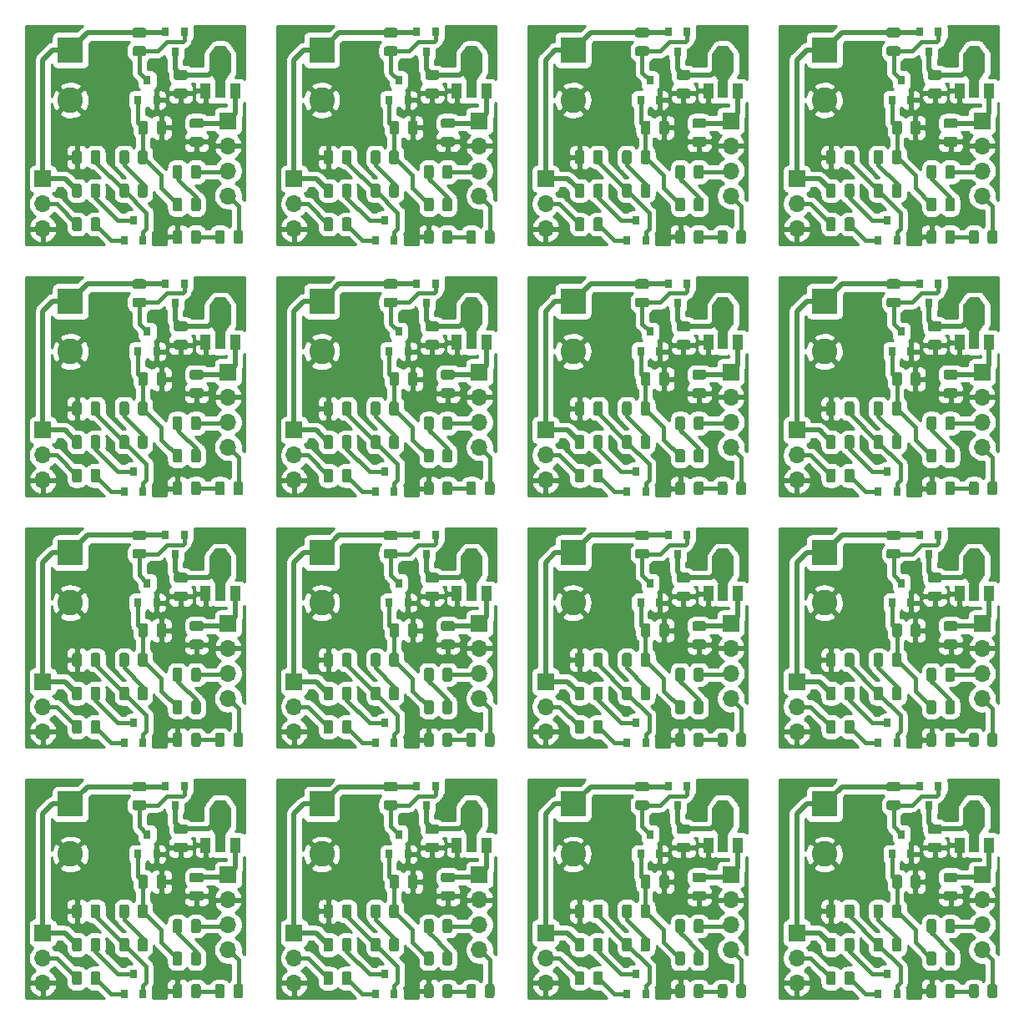
<source format=gbr>
G04 #@! TF.GenerationSoftware,KiCad,Pcbnew,(5.1.5)-3*
G04 #@! TF.CreationDate,2020-03-02T00:00:58+01:00*
G04 #@! TF.ProjectId,Powersavers,506f7765-7273-4617-9665-72732e6b6963,rev?*
G04 #@! TF.SameCoordinates,Original*
G04 #@! TF.FileFunction,Copper,L1,Top*
G04 #@! TF.FilePolarity,Positive*
%FSLAX46Y46*%
G04 Gerber Fmt 4.6, Leading zero omitted, Abs format (unit mm)*
G04 Created by KiCad (PCBNEW (5.1.5)-3) date 2020-03-02 00:00:58*
%MOMM*%
%LPD*%
G04 APERTURE LIST*
%ADD10C,0.100000*%
%ADD11R,1.700000X1.700000*%
%ADD12O,1.700000X1.700000*%
%ADD13R,0.800000X0.900000*%
%ADD14R,2.600000X2.600000*%
%ADD15C,2.600000*%
%ADD16R,1.000000X1.500000*%
%ADD17R,1.000000X1.800000*%
%ADD18R,2.200000X1.840000*%
%ADD19C,0.800000*%
%ADD20C,0.381000*%
%ADD21C,0.250000*%
%ADD22C,0.508000*%
%ADD23C,0.254000*%
G04 APERTURE END LIST*
G04 #@! TA.AperFunction,SMDPad,CuDef*
D10*
G36*
X129005142Y-127901174D02*
G01*
X129028803Y-127904684D01*
X129052007Y-127910496D01*
X129074529Y-127918554D01*
X129096153Y-127928782D01*
X129116670Y-127941079D01*
X129135883Y-127955329D01*
X129153607Y-127971393D01*
X129169671Y-127989117D01*
X129183921Y-128008330D01*
X129196218Y-128028847D01*
X129206446Y-128050471D01*
X129214504Y-128072993D01*
X129220316Y-128096197D01*
X129223826Y-128119858D01*
X129225000Y-128143750D01*
X129225000Y-129056250D01*
X129223826Y-129080142D01*
X129220316Y-129103803D01*
X129214504Y-129127007D01*
X129206446Y-129149529D01*
X129196218Y-129171153D01*
X129183921Y-129191670D01*
X129169671Y-129210883D01*
X129153607Y-129228607D01*
X129135883Y-129244671D01*
X129116670Y-129258921D01*
X129096153Y-129271218D01*
X129074529Y-129281446D01*
X129052007Y-129289504D01*
X129028803Y-129295316D01*
X129005142Y-129298826D01*
X128981250Y-129300000D01*
X128493750Y-129300000D01*
X128469858Y-129298826D01*
X128446197Y-129295316D01*
X128422993Y-129289504D01*
X128400471Y-129281446D01*
X128378847Y-129271218D01*
X128358330Y-129258921D01*
X128339117Y-129244671D01*
X128321393Y-129228607D01*
X128305329Y-129210883D01*
X128291079Y-129191670D01*
X128278782Y-129171153D01*
X128268554Y-129149529D01*
X128260496Y-129127007D01*
X128254684Y-129103803D01*
X128251174Y-129080142D01*
X128250000Y-129056250D01*
X128250000Y-128143750D01*
X128251174Y-128119858D01*
X128254684Y-128096197D01*
X128260496Y-128072993D01*
X128268554Y-128050471D01*
X128278782Y-128028847D01*
X128291079Y-128008330D01*
X128305329Y-127989117D01*
X128321393Y-127971393D01*
X128339117Y-127955329D01*
X128358330Y-127941079D01*
X128378847Y-127928782D01*
X128400471Y-127918554D01*
X128422993Y-127910496D01*
X128446197Y-127904684D01*
X128469858Y-127901174D01*
X128493750Y-127900000D01*
X128981250Y-127900000D01*
X129005142Y-127901174D01*
G37*
G04 #@! TD.AperFunction*
G04 #@! TA.AperFunction,SMDPad,CuDef*
G36*
X127130142Y-127901174D02*
G01*
X127153803Y-127904684D01*
X127177007Y-127910496D01*
X127199529Y-127918554D01*
X127221153Y-127928782D01*
X127241670Y-127941079D01*
X127260883Y-127955329D01*
X127278607Y-127971393D01*
X127294671Y-127989117D01*
X127308921Y-128008330D01*
X127321218Y-128028847D01*
X127331446Y-128050471D01*
X127339504Y-128072993D01*
X127345316Y-128096197D01*
X127348826Y-128119858D01*
X127350000Y-128143750D01*
X127350000Y-129056250D01*
X127348826Y-129080142D01*
X127345316Y-129103803D01*
X127339504Y-129127007D01*
X127331446Y-129149529D01*
X127321218Y-129171153D01*
X127308921Y-129191670D01*
X127294671Y-129210883D01*
X127278607Y-129228607D01*
X127260883Y-129244671D01*
X127241670Y-129258921D01*
X127221153Y-129271218D01*
X127199529Y-129281446D01*
X127177007Y-129289504D01*
X127153803Y-129295316D01*
X127130142Y-129298826D01*
X127106250Y-129300000D01*
X126618750Y-129300000D01*
X126594858Y-129298826D01*
X126571197Y-129295316D01*
X126547993Y-129289504D01*
X126525471Y-129281446D01*
X126503847Y-129271218D01*
X126483330Y-129258921D01*
X126464117Y-129244671D01*
X126446393Y-129228607D01*
X126430329Y-129210883D01*
X126416079Y-129191670D01*
X126403782Y-129171153D01*
X126393554Y-129149529D01*
X126385496Y-129127007D01*
X126379684Y-129103803D01*
X126376174Y-129080142D01*
X126375000Y-129056250D01*
X126375000Y-128143750D01*
X126376174Y-128119858D01*
X126379684Y-128096197D01*
X126385496Y-128072993D01*
X126393554Y-128050471D01*
X126403782Y-128028847D01*
X126416079Y-128008330D01*
X126430329Y-127989117D01*
X126446393Y-127971393D01*
X126464117Y-127955329D01*
X126483330Y-127941079D01*
X126503847Y-127928782D01*
X126525471Y-127918554D01*
X126547993Y-127910496D01*
X126571197Y-127904684D01*
X126594858Y-127901174D01*
X126618750Y-127900000D01*
X127106250Y-127900000D01*
X127130142Y-127901174D01*
G37*
G04 #@! TD.AperFunction*
G04 #@! TA.AperFunction,SMDPad,CuDef*
G36*
X103505142Y-127901174D02*
G01*
X103528803Y-127904684D01*
X103552007Y-127910496D01*
X103574529Y-127918554D01*
X103596153Y-127928782D01*
X103616670Y-127941079D01*
X103635883Y-127955329D01*
X103653607Y-127971393D01*
X103669671Y-127989117D01*
X103683921Y-128008330D01*
X103696218Y-128028847D01*
X103706446Y-128050471D01*
X103714504Y-128072993D01*
X103720316Y-128096197D01*
X103723826Y-128119858D01*
X103725000Y-128143750D01*
X103725000Y-129056250D01*
X103723826Y-129080142D01*
X103720316Y-129103803D01*
X103714504Y-129127007D01*
X103706446Y-129149529D01*
X103696218Y-129171153D01*
X103683921Y-129191670D01*
X103669671Y-129210883D01*
X103653607Y-129228607D01*
X103635883Y-129244671D01*
X103616670Y-129258921D01*
X103596153Y-129271218D01*
X103574529Y-129281446D01*
X103552007Y-129289504D01*
X103528803Y-129295316D01*
X103505142Y-129298826D01*
X103481250Y-129300000D01*
X102993750Y-129300000D01*
X102969858Y-129298826D01*
X102946197Y-129295316D01*
X102922993Y-129289504D01*
X102900471Y-129281446D01*
X102878847Y-129271218D01*
X102858330Y-129258921D01*
X102839117Y-129244671D01*
X102821393Y-129228607D01*
X102805329Y-129210883D01*
X102791079Y-129191670D01*
X102778782Y-129171153D01*
X102768554Y-129149529D01*
X102760496Y-129127007D01*
X102754684Y-129103803D01*
X102751174Y-129080142D01*
X102750000Y-129056250D01*
X102750000Y-128143750D01*
X102751174Y-128119858D01*
X102754684Y-128096197D01*
X102760496Y-128072993D01*
X102768554Y-128050471D01*
X102778782Y-128028847D01*
X102791079Y-128008330D01*
X102805329Y-127989117D01*
X102821393Y-127971393D01*
X102839117Y-127955329D01*
X102858330Y-127941079D01*
X102878847Y-127928782D01*
X102900471Y-127918554D01*
X102922993Y-127910496D01*
X102946197Y-127904684D01*
X102969858Y-127901174D01*
X102993750Y-127900000D01*
X103481250Y-127900000D01*
X103505142Y-127901174D01*
G37*
G04 #@! TD.AperFunction*
G04 #@! TA.AperFunction,SMDPad,CuDef*
G36*
X101630142Y-127901174D02*
G01*
X101653803Y-127904684D01*
X101677007Y-127910496D01*
X101699529Y-127918554D01*
X101721153Y-127928782D01*
X101741670Y-127941079D01*
X101760883Y-127955329D01*
X101778607Y-127971393D01*
X101794671Y-127989117D01*
X101808921Y-128008330D01*
X101821218Y-128028847D01*
X101831446Y-128050471D01*
X101839504Y-128072993D01*
X101845316Y-128096197D01*
X101848826Y-128119858D01*
X101850000Y-128143750D01*
X101850000Y-129056250D01*
X101848826Y-129080142D01*
X101845316Y-129103803D01*
X101839504Y-129127007D01*
X101831446Y-129149529D01*
X101821218Y-129171153D01*
X101808921Y-129191670D01*
X101794671Y-129210883D01*
X101778607Y-129228607D01*
X101760883Y-129244671D01*
X101741670Y-129258921D01*
X101721153Y-129271218D01*
X101699529Y-129281446D01*
X101677007Y-129289504D01*
X101653803Y-129295316D01*
X101630142Y-129298826D01*
X101606250Y-129300000D01*
X101118750Y-129300000D01*
X101094858Y-129298826D01*
X101071197Y-129295316D01*
X101047993Y-129289504D01*
X101025471Y-129281446D01*
X101003847Y-129271218D01*
X100983330Y-129258921D01*
X100964117Y-129244671D01*
X100946393Y-129228607D01*
X100930329Y-129210883D01*
X100916079Y-129191670D01*
X100903782Y-129171153D01*
X100893554Y-129149529D01*
X100885496Y-129127007D01*
X100879684Y-129103803D01*
X100876174Y-129080142D01*
X100875000Y-129056250D01*
X100875000Y-128143750D01*
X100876174Y-128119858D01*
X100879684Y-128096197D01*
X100885496Y-128072993D01*
X100893554Y-128050471D01*
X100903782Y-128028847D01*
X100916079Y-128008330D01*
X100930329Y-127989117D01*
X100946393Y-127971393D01*
X100964117Y-127955329D01*
X100983330Y-127941079D01*
X101003847Y-127928782D01*
X101025471Y-127918554D01*
X101047993Y-127910496D01*
X101071197Y-127904684D01*
X101094858Y-127901174D01*
X101118750Y-127900000D01*
X101606250Y-127900000D01*
X101630142Y-127901174D01*
G37*
G04 #@! TD.AperFunction*
G04 #@! TA.AperFunction,SMDPad,CuDef*
G36*
X78005142Y-127901174D02*
G01*
X78028803Y-127904684D01*
X78052007Y-127910496D01*
X78074529Y-127918554D01*
X78096153Y-127928782D01*
X78116670Y-127941079D01*
X78135883Y-127955329D01*
X78153607Y-127971393D01*
X78169671Y-127989117D01*
X78183921Y-128008330D01*
X78196218Y-128028847D01*
X78206446Y-128050471D01*
X78214504Y-128072993D01*
X78220316Y-128096197D01*
X78223826Y-128119858D01*
X78225000Y-128143750D01*
X78225000Y-129056250D01*
X78223826Y-129080142D01*
X78220316Y-129103803D01*
X78214504Y-129127007D01*
X78206446Y-129149529D01*
X78196218Y-129171153D01*
X78183921Y-129191670D01*
X78169671Y-129210883D01*
X78153607Y-129228607D01*
X78135883Y-129244671D01*
X78116670Y-129258921D01*
X78096153Y-129271218D01*
X78074529Y-129281446D01*
X78052007Y-129289504D01*
X78028803Y-129295316D01*
X78005142Y-129298826D01*
X77981250Y-129300000D01*
X77493750Y-129300000D01*
X77469858Y-129298826D01*
X77446197Y-129295316D01*
X77422993Y-129289504D01*
X77400471Y-129281446D01*
X77378847Y-129271218D01*
X77358330Y-129258921D01*
X77339117Y-129244671D01*
X77321393Y-129228607D01*
X77305329Y-129210883D01*
X77291079Y-129191670D01*
X77278782Y-129171153D01*
X77268554Y-129149529D01*
X77260496Y-129127007D01*
X77254684Y-129103803D01*
X77251174Y-129080142D01*
X77250000Y-129056250D01*
X77250000Y-128143750D01*
X77251174Y-128119858D01*
X77254684Y-128096197D01*
X77260496Y-128072993D01*
X77268554Y-128050471D01*
X77278782Y-128028847D01*
X77291079Y-128008330D01*
X77305329Y-127989117D01*
X77321393Y-127971393D01*
X77339117Y-127955329D01*
X77358330Y-127941079D01*
X77378847Y-127928782D01*
X77400471Y-127918554D01*
X77422993Y-127910496D01*
X77446197Y-127904684D01*
X77469858Y-127901174D01*
X77493750Y-127900000D01*
X77981250Y-127900000D01*
X78005142Y-127901174D01*
G37*
G04 #@! TD.AperFunction*
G04 #@! TA.AperFunction,SMDPad,CuDef*
G36*
X76130142Y-127901174D02*
G01*
X76153803Y-127904684D01*
X76177007Y-127910496D01*
X76199529Y-127918554D01*
X76221153Y-127928782D01*
X76241670Y-127941079D01*
X76260883Y-127955329D01*
X76278607Y-127971393D01*
X76294671Y-127989117D01*
X76308921Y-128008330D01*
X76321218Y-128028847D01*
X76331446Y-128050471D01*
X76339504Y-128072993D01*
X76345316Y-128096197D01*
X76348826Y-128119858D01*
X76350000Y-128143750D01*
X76350000Y-129056250D01*
X76348826Y-129080142D01*
X76345316Y-129103803D01*
X76339504Y-129127007D01*
X76331446Y-129149529D01*
X76321218Y-129171153D01*
X76308921Y-129191670D01*
X76294671Y-129210883D01*
X76278607Y-129228607D01*
X76260883Y-129244671D01*
X76241670Y-129258921D01*
X76221153Y-129271218D01*
X76199529Y-129281446D01*
X76177007Y-129289504D01*
X76153803Y-129295316D01*
X76130142Y-129298826D01*
X76106250Y-129300000D01*
X75618750Y-129300000D01*
X75594858Y-129298826D01*
X75571197Y-129295316D01*
X75547993Y-129289504D01*
X75525471Y-129281446D01*
X75503847Y-129271218D01*
X75483330Y-129258921D01*
X75464117Y-129244671D01*
X75446393Y-129228607D01*
X75430329Y-129210883D01*
X75416079Y-129191670D01*
X75403782Y-129171153D01*
X75393554Y-129149529D01*
X75385496Y-129127007D01*
X75379684Y-129103803D01*
X75376174Y-129080142D01*
X75375000Y-129056250D01*
X75375000Y-128143750D01*
X75376174Y-128119858D01*
X75379684Y-128096197D01*
X75385496Y-128072993D01*
X75393554Y-128050471D01*
X75403782Y-128028847D01*
X75416079Y-128008330D01*
X75430329Y-127989117D01*
X75446393Y-127971393D01*
X75464117Y-127955329D01*
X75483330Y-127941079D01*
X75503847Y-127928782D01*
X75525471Y-127918554D01*
X75547993Y-127910496D01*
X75571197Y-127904684D01*
X75594858Y-127901174D01*
X75618750Y-127900000D01*
X76106250Y-127900000D01*
X76130142Y-127901174D01*
G37*
G04 #@! TD.AperFunction*
G04 #@! TA.AperFunction,SMDPad,CuDef*
G36*
X52505142Y-127901174D02*
G01*
X52528803Y-127904684D01*
X52552007Y-127910496D01*
X52574529Y-127918554D01*
X52596153Y-127928782D01*
X52616670Y-127941079D01*
X52635883Y-127955329D01*
X52653607Y-127971393D01*
X52669671Y-127989117D01*
X52683921Y-128008330D01*
X52696218Y-128028847D01*
X52706446Y-128050471D01*
X52714504Y-128072993D01*
X52720316Y-128096197D01*
X52723826Y-128119858D01*
X52725000Y-128143750D01*
X52725000Y-129056250D01*
X52723826Y-129080142D01*
X52720316Y-129103803D01*
X52714504Y-129127007D01*
X52706446Y-129149529D01*
X52696218Y-129171153D01*
X52683921Y-129191670D01*
X52669671Y-129210883D01*
X52653607Y-129228607D01*
X52635883Y-129244671D01*
X52616670Y-129258921D01*
X52596153Y-129271218D01*
X52574529Y-129281446D01*
X52552007Y-129289504D01*
X52528803Y-129295316D01*
X52505142Y-129298826D01*
X52481250Y-129300000D01*
X51993750Y-129300000D01*
X51969858Y-129298826D01*
X51946197Y-129295316D01*
X51922993Y-129289504D01*
X51900471Y-129281446D01*
X51878847Y-129271218D01*
X51858330Y-129258921D01*
X51839117Y-129244671D01*
X51821393Y-129228607D01*
X51805329Y-129210883D01*
X51791079Y-129191670D01*
X51778782Y-129171153D01*
X51768554Y-129149529D01*
X51760496Y-129127007D01*
X51754684Y-129103803D01*
X51751174Y-129080142D01*
X51750000Y-129056250D01*
X51750000Y-128143750D01*
X51751174Y-128119858D01*
X51754684Y-128096197D01*
X51760496Y-128072993D01*
X51768554Y-128050471D01*
X51778782Y-128028847D01*
X51791079Y-128008330D01*
X51805329Y-127989117D01*
X51821393Y-127971393D01*
X51839117Y-127955329D01*
X51858330Y-127941079D01*
X51878847Y-127928782D01*
X51900471Y-127918554D01*
X51922993Y-127910496D01*
X51946197Y-127904684D01*
X51969858Y-127901174D01*
X51993750Y-127900000D01*
X52481250Y-127900000D01*
X52505142Y-127901174D01*
G37*
G04 #@! TD.AperFunction*
G04 #@! TA.AperFunction,SMDPad,CuDef*
G36*
X50630142Y-127901174D02*
G01*
X50653803Y-127904684D01*
X50677007Y-127910496D01*
X50699529Y-127918554D01*
X50721153Y-127928782D01*
X50741670Y-127941079D01*
X50760883Y-127955329D01*
X50778607Y-127971393D01*
X50794671Y-127989117D01*
X50808921Y-128008330D01*
X50821218Y-128028847D01*
X50831446Y-128050471D01*
X50839504Y-128072993D01*
X50845316Y-128096197D01*
X50848826Y-128119858D01*
X50850000Y-128143750D01*
X50850000Y-129056250D01*
X50848826Y-129080142D01*
X50845316Y-129103803D01*
X50839504Y-129127007D01*
X50831446Y-129149529D01*
X50821218Y-129171153D01*
X50808921Y-129191670D01*
X50794671Y-129210883D01*
X50778607Y-129228607D01*
X50760883Y-129244671D01*
X50741670Y-129258921D01*
X50721153Y-129271218D01*
X50699529Y-129281446D01*
X50677007Y-129289504D01*
X50653803Y-129295316D01*
X50630142Y-129298826D01*
X50606250Y-129300000D01*
X50118750Y-129300000D01*
X50094858Y-129298826D01*
X50071197Y-129295316D01*
X50047993Y-129289504D01*
X50025471Y-129281446D01*
X50003847Y-129271218D01*
X49983330Y-129258921D01*
X49964117Y-129244671D01*
X49946393Y-129228607D01*
X49930329Y-129210883D01*
X49916079Y-129191670D01*
X49903782Y-129171153D01*
X49893554Y-129149529D01*
X49885496Y-129127007D01*
X49879684Y-129103803D01*
X49876174Y-129080142D01*
X49875000Y-129056250D01*
X49875000Y-128143750D01*
X49876174Y-128119858D01*
X49879684Y-128096197D01*
X49885496Y-128072993D01*
X49893554Y-128050471D01*
X49903782Y-128028847D01*
X49916079Y-128008330D01*
X49930329Y-127989117D01*
X49946393Y-127971393D01*
X49964117Y-127955329D01*
X49983330Y-127941079D01*
X50003847Y-127928782D01*
X50025471Y-127918554D01*
X50047993Y-127910496D01*
X50071197Y-127904684D01*
X50094858Y-127901174D01*
X50118750Y-127900000D01*
X50606250Y-127900000D01*
X50630142Y-127901174D01*
G37*
G04 #@! TD.AperFunction*
G04 #@! TA.AperFunction,SMDPad,CuDef*
G36*
X129005142Y-102401174D02*
G01*
X129028803Y-102404684D01*
X129052007Y-102410496D01*
X129074529Y-102418554D01*
X129096153Y-102428782D01*
X129116670Y-102441079D01*
X129135883Y-102455329D01*
X129153607Y-102471393D01*
X129169671Y-102489117D01*
X129183921Y-102508330D01*
X129196218Y-102528847D01*
X129206446Y-102550471D01*
X129214504Y-102572993D01*
X129220316Y-102596197D01*
X129223826Y-102619858D01*
X129225000Y-102643750D01*
X129225000Y-103556250D01*
X129223826Y-103580142D01*
X129220316Y-103603803D01*
X129214504Y-103627007D01*
X129206446Y-103649529D01*
X129196218Y-103671153D01*
X129183921Y-103691670D01*
X129169671Y-103710883D01*
X129153607Y-103728607D01*
X129135883Y-103744671D01*
X129116670Y-103758921D01*
X129096153Y-103771218D01*
X129074529Y-103781446D01*
X129052007Y-103789504D01*
X129028803Y-103795316D01*
X129005142Y-103798826D01*
X128981250Y-103800000D01*
X128493750Y-103800000D01*
X128469858Y-103798826D01*
X128446197Y-103795316D01*
X128422993Y-103789504D01*
X128400471Y-103781446D01*
X128378847Y-103771218D01*
X128358330Y-103758921D01*
X128339117Y-103744671D01*
X128321393Y-103728607D01*
X128305329Y-103710883D01*
X128291079Y-103691670D01*
X128278782Y-103671153D01*
X128268554Y-103649529D01*
X128260496Y-103627007D01*
X128254684Y-103603803D01*
X128251174Y-103580142D01*
X128250000Y-103556250D01*
X128250000Y-102643750D01*
X128251174Y-102619858D01*
X128254684Y-102596197D01*
X128260496Y-102572993D01*
X128268554Y-102550471D01*
X128278782Y-102528847D01*
X128291079Y-102508330D01*
X128305329Y-102489117D01*
X128321393Y-102471393D01*
X128339117Y-102455329D01*
X128358330Y-102441079D01*
X128378847Y-102428782D01*
X128400471Y-102418554D01*
X128422993Y-102410496D01*
X128446197Y-102404684D01*
X128469858Y-102401174D01*
X128493750Y-102400000D01*
X128981250Y-102400000D01*
X129005142Y-102401174D01*
G37*
G04 #@! TD.AperFunction*
G04 #@! TA.AperFunction,SMDPad,CuDef*
G36*
X127130142Y-102401174D02*
G01*
X127153803Y-102404684D01*
X127177007Y-102410496D01*
X127199529Y-102418554D01*
X127221153Y-102428782D01*
X127241670Y-102441079D01*
X127260883Y-102455329D01*
X127278607Y-102471393D01*
X127294671Y-102489117D01*
X127308921Y-102508330D01*
X127321218Y-102528847D01*
X127331446Y-102550471D01*
X127339504Y-102572993D01*
X127345316Y-102596197D01*
X127348826Y-102619858D01*
X127350000Y-102643750D01*
X127350000Y-103556250D01*
X127348826Y-103580142D01*
X127345316Y-103603803D01*
X127339504Y-103627007D01*
X127331446Y-103649529D01*
X127321218Y-103671153D01*
X127308921Y-103691670D01*
X127294671Y-103710883D01*
X127278607Y-103728607D01*
X127260883Y-103744671D01*
X127241670Y-103758921D01*
X127221153Y-103771218D01*
X127199529Y-103781446D01*
X127177007Y-103789504D01*
X127153803Y-103795316D01*
X127130142Y-103798826D01*
X127106250Y-103800000D01*
X126618750Y-103800000D01*
X126594858Y-103798826D01*
X126571197Y-103795316D01*
X126547993Y-103789504D01*
X126525471Y-103781446D01*
X126503847Y-103771218D01*
X126483330Y-103758921D01*
X126464117Y-103744671D01*
X126446393Y-103728607D01*
X126430329Y-103710883D01*
X126416079Y-103691670D01*
X126403782Y-103671153D01*
X126393554Y-103649529D01*
X126385496Y-103627007D01*
X126379684Y-103603803D01*
X126376174Y-103580142D01*
X126375000Y-103556250D01*
X126375000Y-102643750D01*
X126376174Y-102619858D01*
X126379684Y-102596197D01*
X126385496Y-102572993D01*
X126393554Y-102550471D01*
X126403782Y-102528847D01*
X126416079Y-102508330D01*
X126430329Y-102489117D01*
X126446393Y-102471393D01*
X126464117Y-102455329D01*
X126483330Y-102441079D01*
X126503847Y-102428782D01*
X126525471Y-102418554D01*
X126547993Y-102410496D01*
X126571197Y-102404684D01*
X126594858Y-102401174D01*
X126618750Y-102400000D01*
X127106250Y-102400000D01*
X127130142Y-102401174D01*
G37*
G04 #@! TD.AperFunction*
G04 #@! TA.AperFunction,SMDPad,CuDef*
G36*
X103505142Y-102401174D02*
G01*
X103528803Y-102404684D01*
X103552007Y-102410496D01*
X103574529Y-102418554D01*
X103596153Y-102428782D01*
X103616670Y-102441079D01*
X103635883Y-102455329D01*
X103653607Y-102471393D01*
X103669671Y-102489117D01*
X103683921Y-102508330D01*
X103696218Y-102528847D01*
X103706446Y-102550471D01*
X103714504Y-102572993D01*
X103720316Y-102596197D01*
X103723826Y-102619858D01*
X103725000Y-102643750D01*
X103725000Y-103556250D01*
X103723826Y-103580142D01*
X103720316Y-103603803D01*
X103714504Y-103627007D01*
X103706446Y-103649529D01*
X103696218Y-103671153D01*
X103683921Y-103691670D01*
X103669671Y-103710883D01*
X103653607Y-103728607D01*
X103635883Y-103744671D01*
X103616670Y-103758921D01*
X103596153Y-103771218D01*
X103574529Y-103781446D01*
X103552007Y-103789504D01*
X103528803Y-103795316D01*
X103505142Y-103798826D01*
X103481250Y-103800000D01*
X102993750Y-103800000D01*
X102969858Y-103798826D01*
X102946197Y-103795316D01*
X102922993Y-103789504D01*
X102900471Y-103781446D01*
X102878847Y-103771218D01*
X102858330Y-103758921D01*
X102839117Y-103744671D01*
X102821393Y-103728607D01*
X102805329Y-103710883D01*
X102791079Y-103691670D01*
X102778782Y-103671153D01*
X102768554Y-103649529D01*
X102760496Y-103627007D01*
X102754684Y-103603803D01*
X102751174Y-103580142D01*
X102750000Y-103556250D01*
X102750000Y-102643750D01*
X102751174Y-102619858D01*
X102754684Y-102596197D01*
X102760496Y-102572993D01*
X102768554Y-102550471D01*
X102778782Y-102528847D01*
X102791079Y-102508330D01*
X102805329Y-102489117D01*
X102821393Y-102471393D01*
X102839117Y-102455329D01*
X102858330Y-102441079D01*
X102878847Y-102428782D01*
X102900471Y-102418554D01*
X102922993Y-102410496D01*
X102946197Y-102404684D01*
X102969858Y-102401174D01*
X102993750Y-102400000D01*
X103481250Y-102400000D01*
X103505142Y-102401174D01*
G37*
G04 #@! TD.AperFunction*
G04 #@! TA.AperFunction,SMDPad,CuDef*
G36*
X101630142Y-102401174D02*
G01*
X101653803Y-102404684D01*
X101677007Y-102410496D01*
X101699529Y-102418554D01*
X101721153Y-102428782D01*
X101741670Y-102441079D01*
X101760883Y-102455329D01*
X101778607Y-102471393D01*
X101794671Y-102489117D01*
X101808921Y-102508330D01*
X101821218Y-102528847D01*
X101831446Y-102550471D01*
X101839504Y-102572993D01*
X101845316Y-102596197D01*
X101848826Y-102619858D01*
X101850000Y-102643750D01*
X101850000Y-103556250D01*
X101848826Y-103580142D01*
X101845316Y-103603803D01*
X101839504Y-103627007D01*
X101831446Y-103649529D01*
X101821218Y-103671153D01*
X101808921Y-103691670D01*
X101794671Y-103710883D01*
X101778607Y-103728607D01*
X101760883Y-103744671D01*
X101741670Y-103758921D01*
X101721153Y-103771218D01*
X101699529Y-103781446D01*
X101677007Y-103789504D01*
X101653803Y-103795316D01*
X101630142Y-103798826D01*
X101606250Y-103800000D01*
X101118750Y-103800000D01*
X101094858Y-103798826D01*
X101071197Y-103795316D01*
X101047993Y-103789504D01*
X101025471Y-103781446D01*
X101003847Y-103771218D01*
X100983330Y-103758921D01*
X100964117Y-103744671D01*
X100946393Y-103728607D01*
X100930329Y-103710883D01*
X100916079Y-103691670D01*
X100903782Y-103671153D01*
X100893554Y-103649529D01*
X100885496Y-103627007D01*
X100879684Y-103603803D01*
X100876174Y-103580142D01*
X100875000Y-103556250D01*
X100875000Y-102643750D01*
X100876174Y-102619858D01*
X100879684Y-102596197D01*
X100885496Y-102572993D01*
X100893554Y-102550471D01*
X100903782Y-102528847D01*
X100916079Y-102508330D01*
X100930329Y-102489117D01*
X100946393Y-102471393D01*
X100964117Y-102455329D01*
X100983330Y-102441079D01*
X101003847Y-102428782D01*
X101025471Y-102418554D01*
X101047993Y-102410496D01*
X101071197Y-102404684D01*
X101094858Y-102401174D01*
X101118750Y-102400000D01*
X101606250Y-102400000D01*
X101630142Y-102401174D01*
G37*
G04 #@! TD.AperFunction*
G04 #@! TA.AperFunction,SMDPad,CuDef*
G36*
X78005142Y-102401174D02*
G01*
X78028803Y-102404684D01*
X78052007Y-102410496D01*
X78074529Y-102418554D01*
X78096153Y-102428782D01*
X78116670Y-102441079D01*
X78135883Y-102455329D01*
X78153607Y-102471393D01*
X78169671Y-102489117D01*
X78183921Y-102508330D01*
X78196218Y-102528847D01*
X78206446Y-102550471D01*
X78214504Y-102572993D01*
X78220316Y-102596197D01*
X78223826Y-102619858D01*
X78225000Y-102643750D01*
X78225000Y-103556250D01*
X78223826Y-103580142D01*
X78220316Y-103603803D01*
X78214504Y-103627007D01*
X78206446Y-103649529D01*
X78196218Y-103671153D01*
X78183921Y-103691670D01*
X78169671Y-103710883D01*
X78153607Y-103728607D01*
X78135883Y-103744671D01*
X78116670Y-103758921D01*
X78096153Y-103771218D01*
X78074529Y-103781446D01*
X78052007Y-103789504D01*
X78028803Y-103795316D01*
X78005142Y-103798826D01*
X77981250Y-103800000D01*
X77493750Y-103800000D01*
X77469858Y-103798826D01*
X77446197Y-103795316D01*
X77422993Y-103789504D01*
X77400471Y-103781446D01*
X77378847Y-103771218D01*
X77358330Y-103758921D01*
X77339117Y-103744671D01*
X77321393Y-103728607D01*
X77305329Y-103710883D01*
X77291079Y-103691670D01*
X77278782Y-103671153D01*
X77268554Y-103649529D01*
X77260496Y-103627007D01*
X77254684Y-103603803D01*
X77251174Y-103580142D01*
X77250000Y-103556250D01*
X77250000Y-102643750D01*
X77251174Y-102619858D01*
X77254684Y-102596197D01*
X77260496Y-102572993D01*
X77268554Y-102550471D01*
X77278782Y-102528847D01*
X77291079Y-102508330D01*
X77305329Y-102489117D01*
X77321393Y-102471393D01*
X77339117Y-102455329D01*
X77358330Y-102441079D01*
X77378847Y-102428782D01*
X77400471Y-102418554D01*
X77422993Y-102410496D01*
X77446197Y-102404684D01*
X77469858Y-102401174D01*
X77493750Y-102400000D01*
X77981250Y-102400000D01*
X78005142Y-102401174D01*
G37*
G04 #@! TD.AperFunction*
G04 #@! TA.AperFunction,SMDPad,CuDef*
G36*
X76130142Y-102401174D02*
G01*
X76153803Y-102404684D01*
X76177007Y-102410496D01*
X76199529Y-102418554D01*
X76221153Y-102428782D01*
X76241670Y-102441079D01*
X76260883Y-102455329D01*
X76278607Y-102471393D01*
X76294671Y-102489117D01*
X76308921Y-102508330D01*
X76321218Y-102528847D01*
X76331446Y-102550471D01*
X76339504Y-102572993D01*
X76345316Y-102596197D01*
X76348826Y-102619858D01*
X76350000Y-102643750D01*
X76350000Y-103556250D01*
X76348826Y-103580142D01*
X76345316Y-103603803D01*
X76339504Y-103627007D01*
X76331446Y-103649529D01*
X76321218Y-103671153D01*
X76308921Y-103691670D01*
X76294671Y-103710883D01*
X76278607Y-103728607D01*
X76260883Y-103744671D01*
X76241670Y-103758921D01*
X76221153Y-103771218D01*
X76199529Y-103781446D01*
X76177007Y-103789504D01*
X76153803Y-103795316D01*
X76130142Y-103798826D01*
X76106250Y-103800000D01*
X75618750Y-103800000D01*
X75594858Y-103798826D01*
X75571197Y-103795316D01*
X75547993Y-103789504D01*
X75525471Y-103781446D01*
X75503847Y-103771218D01*
X75483330Y-103758921D01*
X75464117Y-103744671D01*
X75446393Y-103728607D01*
X75430329Y-103710883D01*
X75416079Y-103691670D01*
X75403782Y-103671153D01*
X75393554Y-103649529D01*
X75385496Y-103627007D01*
X75379684Y-103603803D01*
X75376174Y-103580142D01*
X75375000Y-103556250D01*
X75375000Y-102643750D01*
X75376174Y-102619858D01*
X75379684Y-102596197D01*
X75385496Y-102572993D01*
X75393554Y-102550471D01*
X75403782Y-102528847D01*
X75416079Y-102508330D01*
X75430329Y-102489117D01*
X75446393Y-102471393D01*
X75464117Y-102455329D01*
X75483330Y-102441079D01*
X75503847Y-102428782D01*
X75525471Y-102418554D01*
X75547993Y-102410496D01*
X75571197Y-102404684D01*
X75594858Y-102401174D01*
X75618750Y-102400000D01*
X76106250Y-102400000D01*
X76130142Y-102401174D01*
G37*
G04 #@! TD.AperFunction*
G04 #@! TA.AperFunction,SMDPad,CuDef*
G36*
X52505142Y-102401174D02*
G01*
X52528803Y-102404684D01*
X52552007Y-102410496D01*
X52574529Y-102418554D01*
X52596153Y-102428782D01*
X52616670Y-102441079D01*
X52635883Y-102455329D01*
X52653607Y-102471393D01*
X52669671Y-102489117D01*
X52683921Y-102508330D01*
X52696218Y-102528847D01*
X52706446Y-102550471D01*
X52714504Y-102572993D01*
X52720316Y-102596197D01*
X52723826Y-102619858D01*
X52725000Y-102643750D01*
X52725000Y-103556250D01*
X52723826Y-103580142D01*
X52720316Y-103603803D01*
X52714504Y-103627007D01*
X52706446Y-103649529D01*
X52696218Y-103671153D01*
X52683921Y-103691670D01*
X52669671Y-103710883D01*
X52653607Y-103728607D01*
X52635883Y-103744671D01*
X52616670Y-103758921D01*
X52596153Y-103771218D01*
X52574529Y-103781446D01*
X52552007Y-103789504D01*
X52528803Y-103795316D01*
X52505142Y-103798826D01*
X52481250Y-103800000D01*
X51993750Y-103800000D01*
X51969858Y-103798826D01*
X51946197Y-103795316D01*
X51922993Y-103789504D01*
X51900471Y-103781446D01*
X51878847Y-103771218D01*
X51858330Y-103758921D01*
X51839117Y-103744671D01*
X51821393Y-103728607D01*
X51805329Y-103710883D01*
X51791079Y-103691670D01*
X51778782Y-103671153D01*
X51768554Y-103649529D01*
X51760496Y-103627007D01*
X51754684Y-103603803D01*
X51751174Y-103580142D01*
X51750000Y-103556250D01*
X51750000Y-102643750D01*
X51751174Y-102619858D01*
X51754684Y-102596197D01*
X51760496Y-102572993D01*
X51768554Y-102550471D01*
X51778782Y-102528847D01*
X51791079Y-102508330D01*
X51805329Y-102489117D01*
X51821393Y-102471393D01*
X51839117Y-102455329D01*
X51858330Y-102441079D01*
X51878847Y-102428782D01*
X51900471Y-102418554D01*
X51922993Y-102410496D01*
X51946197Y-102404684D01*
X51969858Y-102401174D01*
X51993750Y-102400000D01*
X52481250Y-102400000D01*
X52505142Y-102401174D01*
G37*
G04 #@! TD.AperFunction*
G04 #@! TA.AperFunction,SMDPad,CuDef*
G36*
X50630142Y-102401174D02*
G01*
X50653803Y-102404684D01*
X50677007Y-102410496D01*
X50699529Y-102418554D01*
X50721153Y-102428782D01*
X50741670Y-102441079D01*
X50760883Y-102455329D01*
X50778607Y-102471393D01*
X50794671Y-102489117D01*
X50808921Y-102508330D01*
X50821218Y-102528847D01*
X50831446Y-102550471D01*
X50839504Y-102572993D01*
X50845316Y-102596197D01*
X50848826Y-102619858D01*
X50850000Y-102643750D01*
X50850000Y-103556250D01*
X50848826Y-103580142D01*
X50845316Y-103603803D01*
X50839504Y-103627007D01*
X50831446Y-103649529D01*
X50821218Y-103671153D01*
X50808921Y-103691670D01*
X50794671Y-103710883D01*
X50778607Y-103728607D01*
X50760883Y-103744671D01*
X50741670Y-103758921D01*
X50721153Y-103771218D01*
X50699529Y-103781446D01*
X50677007Y-103789504D01*
X50653803Y-103795316D01*
X50630142Y-103798826D01*
X50606250Y-103800000D01*
X50118750Y-103800000D01*
X50094858Y-103798826D01*
X50071197Y-103795316D01*
X50047993Y-103789504D01*
X50025471Y-103781446D01*
X50003847Y-103771218D01*
X49983330Y-103758921D01*
X49964117Y-103744671D01*
X49946393Y-103728607D01*
X49930329Y-103710883D01*
X49916079Y-103691670D01*
X49903782Y-103671153D01*
X49893554Y-103649529D01*
X49885496Y-103627007D01*
X49879684Y-103603803D01*
X49876174Y-103580142D01*
X49875000Y-103556250D01*
X49875000Y-102643750D01*
X49876174Y-102619858D01*
X49879684Y-102596197D01*
X49885496Y-102572993D01*
X49893554Y-102550471D01*
X49903782Y-102528847D01*
X49916079Y-102508330D01*
X49930329Y-102489117D01*
X49946393Y-102471393D01*
X49964117Y-102455329D01*
X49983330Y-102441079D01*
X50003847Y-102428782D01*
X50025471Y-102418554D01*
X50047993Y-102410496D01*
X50071197Y-102404684D01*
X50094858Y-102401174D01*
X50118750Y-102400000D01*
X50606250Y-102400000D01*
X50630142Y-102401174D01*
G37*
G04 #@! TD.AperFunction*
G04 #@! TA.AperFunction,SMDPad,CuDef*
G36*
X129005142Y-76901174D02*
G01*
X129028803Y-76904684D01*
X129052007Y-76910496D01*
X129074529Y-76918554D01*
X129096153Y-76928782D01*
X129116670Y-76941079D01*
X129135883Y-76955329D01*
X129153607Y-76971393D01*
X129169671Y-76989117D01*
X129183921Y-77008330D01*
X129196218Y-77028847D01*
X129206446Y-77050471D01*
X129214504Y-77072993D01*
X129220316Y-77096197D01*
X129223826Y-77119858D01*
X129225000Y-77143750D01*
X129225000Y-78056250D01*
X129223826Y-78080142D01*
X129220316Y-78103803D01*
X129214504Y-78127007D01*
X129206446Y-78149529D01*
X129196218Y-78171153D01*
X129183921Y-78191670D01*
X129169671Y-78210883D01*
X129153607Y-78228607D01*
X129135883Y-78244671D01*
X129116670Y-78258921D01*
X129096153Y-78271218D01*
X129074529Y-78281446D01*
X129052007Y-78289504D01*
X129028803Y-78295316D01*
X129005142Y-78298826D01*
X128981250Y-78300000D01*
X128493750Y-78300000D01*
X128469858Y-78298826D01*
X128446197Y-78295316D01*
X128422993Y-78289504D01*
X128400471Y-78281446D01*
X128378847Y-78271218D01*
X128358330Y-78258921D01*
X128339117Y-78244671D01*
X128321393Y-78228607D01*
X128305329Y-78210883D01*
X128291079Y-78191670D01*
X128278782Y-78171153D01*
X128268554Y-78149529D01*
X128260496Y-78127007D01*
X128254684Y-78103803D01*
X128251174Y-78080142D01*
X128250000Y-78056250D01*
X128250000Y-77143750D01*
X128251174Y-77119858D01*
X128254684Y-77096197D01*
X128260496Y-77072993D01*
X128268554Y-77050471D01*
X128278782Y-77028847D01*
X128291079Y-77008330D01*
X128305329Y-76989117D01*
X128321393Y-76971393D01*
X128339117Y-76955329D01*
X128358330Y-76941079D01*
X128378847Y-76928782D01*
X128400471Y-76918554D01*
X128422993Y-76910496D01*
X128446197Y-76904684D01*
X128469858Y-76901174D01*
X128493750Y-76900000D01*
X128981250Y-76900000D01*
X129005142Y-76901174D01*
G37*
G04 #@! TD.AperFunction*
G04 #@! TA.AperFunction,SMDPad,CuDef*
G36*
X127130142Y-76901174D02*
G01*
X127153803Y-76904684D01*
X127177007Y-76910496D01*
X127199529Y-76918554D01*
X127221153Y-76928782D01*
X127241670Y-76941079D01*
X127260883Y-76955329D01*
X127278607Y-76971393D01*
X127294671Y-76989117D01*
X127308921Y-77008330D01*
X127321218Y-77028847D01*
X127331446Y-77050471D01*
X127339504Y-77072993D01*
X127345316Y-77096197D01*
X127348826Y-77119858D01*
X127350000Y-77143750D01*
X127350000Y-78056250D01*
X127348826Y-78080142D01*
X127345316Y-78103803D01*
X127339504Y-78127007D01*
X127331446Y-78149529D01*
X127321218Y-78171153D01*
X127308921Y-78191670D01*
X127294671Y-78210883D01*
X127278607Y-78228607D01*
X127260883Y-78244671D01*
X127241670Y-78258921D01*
X127221153Y-78271218D01*
X127199529Y-78281446D01*
X127177007Y-78289504D01*
X127153803Y-78295316D01*
X127130142Y-78298826D01*
X127106250Y-78300000D01*
X126618750Y-78300000D01*
X126594858Y-78298826D01*
X126571197Y-78295316D01*
X126547993Y-78289504D01*
X126525471Y-78281446D01*
X126503847Y-78271218D01*
X126483330Y-78258921D01*
X126464117Y-78244671D01*
X126446393Y-78228607D01*
X126430329Y-78210883D01*
X126416079Y-78191670D01*
X126403782Y-78171153D01*
X126393554Y-78149529D01*
X126385496Y-78127007D01*
X126379684Y-78103803D01*
X126376174Y-78080142D01*
X126375000Y-78056250D01*
X126375000Y-77143750D01*
X126376174Y-77119858D01*
X126379684Y-77096197D01*
X126385496Y-77072993D01*
X126393554Y-77050471D01*
X126403782Y-77028847D01*
X126416079Y-77008330D01*
X126430329Y-76989117D01*
X126446393Y-76971393D01*
X126464117Y-76955329D01*
X126483330Y-76941079D01*
X126503847Y-76928782D01*
X126525471Y-76918554D01*
X126547993Y-76910496D01*
X126571197Y-76904684D01*
X126594858Y-76901174D01*
X126618750Y-76900000D01*
X127106250Y-76900000D01*
X127130142Y-76901174D01*
G37*
G04 #@! TD.AperFunction*
G04 #@! TA.AperFunction,SMDPad,CuDef*
G36*
X103505142Y-76901174D02*
G01*
X103528803Y-76904684D01*
X103552007Y-76910496D01*
X103574529Y-76918554D01*
X103596153Y-76928782D01*
X103616670Y-76941079D01*
X103635883Y-76955329D01*
X103653607Y-76971393D01*
X103669671Y-76989117D01*
X103683921Y-77008330D01*
X103696218Y-77028847D01*
X103706446Y-77050471D01*
X103714504Y-77072993D01*
X103720316Y-77096197D01*
X103723826Y-77119858D01*
X103725000Y-77143750D01*
X103725000Y-78056250D01*
X103723826Y-78080142D01*
X103720316Y-78103803D01*
X103714504Y-78127007D01*
X103706446Y-78149529D01*
X103696218Y-78171153D01*
X103683921Y-78191670D01*
X103669671Y-78210883D01*
X103653607Y-78228607D01*
X103635883Y-78244671D01*
X103616670Y-78258921D01*
X103596153Y-78271218D01*
X103574529Y-78281446D01*
X103552007Y-78289504D01*
X103528803Y-78295316D01*
X103505142Y-78298826D01*
X103481250Y-78300000D01*
X102993750Y-78300000D01*
X102969858Y-78298826D01*
X102946197Y-78295316D01*
X102922993Y-78289504D01*
X102900471Y-78281446D01*
X102878847Y-78271218D01*
X102858330Y-78258921D01*
X102839117Y-78244671D01*
X102821393Y-78228607D01*
X102805329Y-78210883D01*
X102791079Y-78191670D01*
X102778782Y-78171153D01*
X102768554Y-78149529D01*
X102760496Y-78127007D01*
X102754684Y-78103803D01*
X102751174Y-78080142D01*
X102750000Y-78056250D01*
X102750000Y-77143750D01*
X102751174Y-77119858D01*
X102754684Y-77096197D01*
X102760496Y-77072993D01*
X102768554Y-77050471D01*
X102778782Y-77028847D01*
X102791079Y-77008330D01*
X102805329Y-76989117D01*
X102821393Y-76971393D01*
X102839117Y-76955329D01*
X102858330Y-76941079D01*
X102878847Y-76928782D01*
X102900471Y-76918554D01*
X102922993Y-76910496D01*
X102946197Y-76904684D01*
X102969858Y-76901174D01*
X102993750Y-76900000D01*
X103481250Y-76900000D01*
X103505142Y-76901174D01*
G37*
G04 #@! TD.AperFunction*
G04 #@! TA.AperFunction,SMDPad,CuDef*
G36*
X101630142Y-76901174D02*
G01*
X101653803Y-76904684D01*
X101677007Y-76910496D01*
X101699529Y-76918554D01*
X101721153Y-76928782D01*
X101741670Y-76941079D01*
X101760883Y-76955329D01*
X101778607Y-76971393D01*
X101794671Y-76989117D01*
X101808921Y-77008330D01*
X101821218Y-77028847D01*
X101831446Y-77050471D01*
X101839504Y-77072993D01*
X101845316Y-77096197D01*
X101848826Y-77119858D01*
X101850000Y-77143750D01*
X101850000Y-78056250D01*
X101848826Y-78080142D01*
X101845316Y-78103803D01*
X101839504Y-78127007D01*
X101831446Y-78149529D01*
X101821218Y-78171153D01*
X101808921Y-78191670D01*
X101794671Y-78210883D01*
X101778607Y-78228607D01*
X101760883Y-78244671D01*
X101741670Y-78258921D01*
X101721153Y-78271218D01*
X101699529Y-78281446D01*
X101677007Y-78289504D01*
X101653803Y-78295316D01*
X101630142Y-78298826D01*
X101606250Y-78300000D01*
X101118750Y-78300000D01*
X101094858Y-78298826D01*
X101071197Y-78295316D01*
X101047993Y-78289504D01*
X101025471Y-78281446D01*
X101003847Y-78271218D01*
X100983330Y-78258921D01*
X100964117Y-78244671D01*
X100946393Y-78228607D01*
X100930329Y-78210883D01*
X100916079Y-78191670D01*
X100903782Y-78171153D01*
X100893554Y-78149529D01*
X100885496Y-78127007D01*
X100879684Y-78103803D01*
X100876174Y-78080142D01*
X100875000Y-78056250D01*
X100875000Y-77143750D01*
X100876174Y-77119858D01*
X100879684Y-77096197D01*
X100885496Y-77072993D01*
X100893554Y-77050471D01*
X100903782Y-77028847D01*
X100916079Y-77008330D01*
X100930329Y-76989117D01*
X100946393Y-76971393D01*
X100964117Y-76955329D01*
X100983330Y-76941079D01*
X101003847Y-76928782D01*
X101025471Y-76918554D01*
X101047993Y-76910496D01*
X101071197Y-76904684D01*
X101094858Y-76901174D01*
X101118750Y-76900000D01*
X101606250Y-76900000D01*
X101630142Y-76901174D01*
G37*
G04 #@! TD.AperFunction*
G04 #@! TA.AperFunction,SMDPad,CuDef*
G36*
X78005142Y-76901174D02*
G01*
X78028803Y-76904684D01*
X78052007Y-76910496D01*
X78074529Y-76918554D01*
X78096153Y-76928782D01*
X78116670Y-76941079D01*
X78135883Y-76955329D01*
X78153607Y-76971393D01*
X78169671Y-76989117D01*
X78183921Y-77008330D01*
X78196218Y-77028847D01*
X78206446Y-77050471D01*
X78214504Y-77072993D01*
X78220316Y-77096197D01*
X78223826Y-77119858D01*
X78225000Y-77143750D01*
X78225000Y-78056250D01*
X78223826Y-78080142D01*
X78220316Y-78103803D01*
X78214504Y-78127007D01*
X78206446Y-78149529D01*
X78196218Y-78171153D01*
X78183921Y-78191670D01*
X78169671Y-78210883D01*
X78153607Y-78228607D01*
X78135883Y-78244671D01*
X78116670Y-78258921D01*
X78096153Y-78271218D01*
X78074529Y-78281446D01*
X78052007Y-78289504D01*
X78028803Y-78295316D01*
X78005142Y-78298826D01*
X77981250Y-78300000D01*
X77493750Y-78300000D01*
X77469858Y-78298826D01*
X77446197Y-78295316D01*
X77422993Y-78289504D01*
X77400471Y-78281446D01*
X77378847Y-78271218D01*
X77358330Y-78258921D01*
X77339117Y-78244671D01*
X77321393Y-78228607D01*
X77305329Y-78210883D01*
X77291079Y-78191670D01*
X77278782Y-78171153D01*
X77268554Y-78149529D01*
X77260496Y-78127007D01*
X77254684Y-78103803D01*
X77251174Y-78080142D01*
X77250000Y-78056250D01*
X77250000Y-77143750D01*
X77251174Y-77119858D01*
X77254684Y-77096197D01*
X77260496Y-77072993D01*
X77268554Y-77050471D01*
X77278782Y-77028847D01*
X77291079Y-77008330D01*
X77305329Y-76989117D01*
X77321393Y-76971393D01*
X77339117Y-76955329D01*
X77358330Y-76941079D01*
X77378847Y-76928782D01*
X77400471Y-76918554D01*
X77422993Y-76910496D01*
X77446197Y-76904684D01*
X77469858Y-76901174D01*
X77493750Y-76900000D01*
X77981250Y-76900000D01*
X78005142Y-76901174D01*
G37*
G04 #@! TD.AperFunction*
G04 #@! TA.AperFunction,SMDPad,CuDef*
G36*
X76130142Y-76901174D02*
G01*
X76153803Y-76904684D01*
X76177007Y-76910496D01*
X76199529Y-76918554D01*
X76221153Y-76928782D01*
X76241670Y-76941079D01*
X76260883Y-76955329D01*
X76278607Y-76971393D01*
X76294671Y-76989117D01*
X76308921Y-77008330D01*
X76321218Y-77028847D01*
X76331446Y-77050471D01*
X76339504Y-77072993D01*
X76345316Y-77096197D01*
X76348826Y-77119858D01*
X76350000Y-77143750D01*
X76350000Y-78056250D01*
X76348826Y-78080142D01*
X76345316Y-78103803D01*
X76339504Y-78127007D01*
X76331446Y-78149529D01*
X76321218Y-78171153D01*
X76308921Y-78191670D01*
X76294671Y-78210883D01*
X76278607Y-78228607D01*
X76260883Y-78244671D01*
X76241670Y-78258921D01*
X76221153Y-78271218D01*
X76199529Y-78281446D01*
X76177007Y-78289504D01*
X76153803Y-78295316D01*
X76130142Y-78298826D01*
X76106250Y-78300000D01*
X75618750Y-78300000D01*
X75594858Y-78298826D01*
X75571197Y-78295316D01*
X75547993Y-78289504D01*
X75525471Y-78281446D01*
X75503847Y-78271218D01*
X75483330Y-78258921D01*
X75464117Y-78244671D01*
X75446393Y-78228607D01*
X75430329Y-78210883D01*
X75416079Y-78191670D01*
X75403782Y-78171153D01*
X75393554Y-78149529D01*
X75385496Y-78127007D01*
X75379684Y-78103803D01*
X75376174Y-78080142D01*
X75375000Y-78056250D01*
X75375000Y-77143750D01*
X75376174Y-77119858D01*
X75379684Y-77096197D01*
X75385496Y-77072993D01*
X75393554Y-77050471D01*
X75403782Y-77028847D01*
X75416079Y-77008330D01*
X75430329Y-76989117D01*
X75446393Y-76971393D01*
X75464117Y-76955329D01*
X75483330Y-76941079D01*
X75503847Y-76928782D01*
X75525471Y-76918554D01*
X75547993Y-76910496D01*
X75571197Y-76904684D01*
X75594858Y-76901174D01*
X75618750Y-76900000D01*
X76106250Y-76900000D01*
X76130142Y-76901174D01*
G37*
G04 #@! TD.AperFunction*
G04 #@! TA.AperFunction,SMDPad,CuDef*
G36*
X52505142Y-76901174D02*
G01*
X52528803Y-76904684D01*
X52552007Y-76910496D01*
X52574529Y-76918554D01*
X52596153Y-76928782D01*
X52616670Y-76941079D01*
X52635883Y-76955329D01*
X52653607Y-76971393D01*
X52669671Y-76989117D01*
X52683921Y-77008330D01*
X52696218Y-77028847D01*
X52706446Y-77050471D01*
X52714504Y-77072993D01*
X52720316Y-77096197D01*
X52723826Y-77119858D01*
X52725000Y-77143750D01*
X52725000Y-78056250D01*
X52723826Y-78080142D01*
X52720316Y-78103803D01*
X52714504Y-78127007D01*
X52706446Y-78149529D01*
X52696218Y-78171153D01*
X52683921Y-78191670D01*
X52669671Y-78210883D01*
X52653607Y-78228607D01*
X52635883Y-78244671D01*
X52616670Y-78258921D01*
X52596153Y-78271218D01*
X52574529Y-78281446D01*
X52552007Y-78289504D01*
X52528803Y-78295316D01*
X52505142Y-78298826D01*
X52481250Y-78300000D01*
X51993750Y-78300000D01*
X51969858Y-78298826D01*
X51946197Y-78295316D01*
X51922993Y-78289504D01*
X51900471Y-78281446D01*
X51878847Y-78271218D01*
X51858330Y-78258921D01*
X51839117Y-78244671D01*
X51821393Y-78228607D01*
X51805329Y-78210883D01*
X51791079Y-78191670D01*
X51778782Y-78171153D01*
X51768554Y-78149529D01*
X51760496Y-78127007D01*
X51754684Y-78103803D01*
X51751174Y-78080142D01*
X51750000Y-78056250D01*
X51750000Y-77143750D01*
X51751174Y-77119858D01*
X51754684Y-77096197D01*
X51760496Y-77072993D01*
X51768554Y-77050471D01*
X51778782Y-77028847D01*
X51791079Y-77008330D01*
X51805329Y-76989117D01*
X51821393Y-76971393D01*
X51839117Y-76955329D01*
X51858330Y-76941079D01*
X51878847Y-76928782D01*
X51900471Y-76918554D01*
X51922993Y-76910496D01*
X51946197Y-76904684D01*
X51969858Y-76901174D01*
X51993750Y-76900000D01*
X52481250Y-76900000D01*
X52505142Y-76901174D01*
G37*
G04 #@! TD.AperFunction*
G04 #@! TA.AperFunction,SMDPad,CuDef*
G36*
X50630142Y-76901174D02*
G01*
X50653803Y-76904684D01*
X50677007Y-76910496D01*
X50699529Y-76918554D01*
X50721153Y-76928782D01*
X50741670Y-76941079D01*
X50760883Y-76955329D01*
X50778607Y-76971393D01*
X50794671Y-76989117D01*
X50808921Y-77008330D01*
X50821218Y-77028847D01*
X50831446Y-77050471D01*
X50839504Y-77072993D01*
X50845316Y-77096197D01*
X50848826Y-77119858D01*
X50850000Y-77143750D01*
X50850000Y-78056250D01*
X50848826Y-78080142D01*
X50845316Y-78103803D01*
X50839504Y-78127007D01*
X50831446Y-78149529D01*
X50821218Y-78171153D01*
X50808921Y-78191670D01*
X50794671Y-78210883D01*
X50778607Y-78228607D01*
X50760883Y-78244671D01*
X50741670Y-78258921D01*
X50721153Y-78271218D01*
X50699529Y-78281446D01*
X50677007Y-78289504D01*
X50653803Y-78295316D01*
X50630142Y-78298826D01*
X50606250Y-78300000D01*
X50118750Y-78300000D01*
X50094858Y-78298826D01*
X50071197Y-78295316D01*
X50047993Y-78289504D01*
X50025471Y-78281446D01*
X50003847Y-78271218D01*
X49983330Y-78258921D01*
X49964117Y-78244671D01*
X49946393Y-78228607D01*
X49930329Y-78210883D01*
X49916079Y-78191670D01*
X49903782Y-78171153D01*
X49893554Y-78149529D01*
X49885496Y-78127007D01*
X49879684Y-78103803D01*
X49876174Y-78080142D01*
X49875000Y-78056250D01*
X49875000Y-77143750D01*
X49876174Y-77119858D01*
X49879684Y-77096197D01*
X49885496Y-77072993D01*
X49893554Y-77050471D01*
X49903782Y-77028847D01*
X49916079Y-77008330D01*
X49930329Y-76989117D01*
X49946393Y-76971393D01*
X49964117Y-76955329D01*
X49983330Y-76941079D01*
X50003847Y-76928782D01*
X50025471Y-76918554D01*
X50047993Y-76910496D01*
X50071197Y-76904684D01*
X50094858Y-76901174D01*
X50118750Y-76900000D01*
X50606250Y-76900000D01*
X50630142Y-76901174D01*
G37*
G04 #@! TD.AperFunction*
G04 #@! TA.AperFunction,SMDPad,CuDef*
G36*
X129005142Y-51401174D02*
G01*
X129028803Y-51404684D01*
X129052007Y-51410496D01*
X129074529Y-51418554D01*
X129096153Y-51428782D01*
X129116670Y-51441079D01*
X129135883Y-51455329D01*
X129153607Y-51471393D01*
X129169671Y-51489117D01*
X129183921Y-51508330D01*
X129196218Y-51528847D01*
X129206446Y-51550471D01*
X129214504Y-51572993D01*
X129220316Y-51596197D01*
X129223826Y-51619858D01*
X129225000Y-51643750D01*
X129225000Y-52556250D01*
X129223826Y-52580142D01*
X129220316Y-52603803D01*
X129214504Y-52627007D01*
X129206446Y-52649529D01*
X129196218Y-52671153D01*
X129183921Y-52691670D01*
X129169671Y-52710883D01*
X129153607Y-52728607D01*
X129135883Y-52744671D01*
X129116670Y-52758921D01*
X129096153Y-52771218D01*
X129074529Y-52781446D01*
X129052007Y-52789504D01*
X129028803Y-52795316D01*
X129005142Y-52798826D01*
X128981250Y-52800000D01*
X128493750Y-52800000D01*
X128469858Y-52798826D01*
X128446197Y-52795316D01*
X128422993Y-52789504D01*
X128400471Y-52781446D01*
X128378847Y-52771218D01*
X128358330Y-52758921D01*
X128339117Y-52744671D01*
X128321393Y-52728607D01*
X128305329Y-52710883D01*
X128291079Y-52691670D01*
X128278782Y-52671153D01*
X128268554Y-52649529D01*
X128260496Y-52627007D01*
X128254684Y-52603803D01*
X128251174Y-52580142D01*
X128250000Y-52556250D01*
X128250000Y-51643750D01*
X128251174Y-51619858D01*
X128254684Y-51596197D01*
X128260496Y-51572993D01*
X128268554Y-51550471D01*
X128278782Y-51528847D01*
X128291079Y-51508330D01*
X128305329Y-51489117D01*
X128321393Y-51471393D01*
X128339117Y-51455329D01*
X128358330Y-51441079D01*
X128378847Y-51428782D01*
X128400471Y-51418554D01*
X128422993Y-51410496D01*
X128446197Y-51404684D01*
X128469858Y-51401174D01*
X128493750Y-51400000D01*
X128981250Y-51400000D01*
X129005142Y-51401174D01*
G37*
G04 #@! TD.AperFunction*
G04 #@! TA.AperFunction,SMDPad,CuDef*
G36*
X127130142Y-51401174D02*
G01*
X127153803Y-51404684D01*
X127177007Y-51410496D01*
X127199529Y-51418554D01*
X127221153Y-51428782D01*
X127241670Y-51441079D01*
X127260883Y-51455329D01*
X127278607Y-51471393D01*
X127294671Y-51489117D01*
X127308921Y-51508330D01*
X127321218Y-51528847D01*
X127331446Y-51550471D01*
X127339504Y-51572993D01*
X127345316Y-51596197D01*
X127348826Y-51619858D01*
X127350000Y-51643750D01*
X127350000Y-52556250D01*
X127348826Y-52580142D01*
X127345316Y-52603803D01*
X127339504Y-52627007D01*
X127331446Y-52649529D01*
X127321218Y-52671153D01*
X127308921Y-52691670D01*
X127294671Y-52710883D01*
X127278607Y-52728607D01*
X127260883Y-52744671D01*
X127241670Y-52758921D01*
X127221153Y-52771218D01*
X127199529Y-52781446D01*
X127177007Y-52789504D01*
X127153803Y-52795316D01*
X127130142Y-52798826D01*
X127106250Y-52800000D01*
X126618750Y-52800000D01*
X126594858Y-52798826D01*
X126571197Y-52795316D01*
X126547993Y-52789504D01*
X126525471Y-52781446D01*
X126503847Y-52771218D01*
X126483330Y-52758921D01*
X126464117Y-52744671D01*
X126446393Y-52728607D01*
X126430329Y-52710883D01*
X126416079Y-52691670D01*
X126403782Y-52671153D01*
X126393554Y-52649529D01*
X126385496Y-52627007D01*
X126379684Y-52603803D01*
X126376174Y-52580142D01*
X126375000Y-52556250D01*
X126375000Y-51643750D01*
X126376174Y-51619858D01*
X126379684Y-51596197D01*
X126385496Y-51572993D01*
X126393554Y-51550471D01*
X126403782Y-51528847D01*
X126416079Y-51508330D01*
X126430329Y-51489117D01*
X126446393Y-51471393D01*
X126464117Y-51455329D01*
X126483330Y-51441079D01*
X126503847Y-51428782D01*
X126525471Y-51418554D01*
X126547993Y-51410496D01*
X126571197Y-51404684D01*
X126594858Y-51401174D01*
X126618750Y-51400000D01*
X127106250Y-51400000D01*
X127130142Y-51401174D01*
G37*
G04 #@! TD.AperFunction*
G04 #@! TA.AperFunction,SMDPad,CuDef*
G36*
X103505142Y-51401174D02*
G01*
X103528803Y-51404684D01*
X103552007Y-51410496D01*
X103574529Y-51418554D01*
X103596153Y-51428782D01*
X103616670Y-51441079D01*
X103635883Y-51455329D01*
X103653607Y-51471393D01*
X103669671Y-51489117D01*
X103683921Y-51508330D01*
X103696218Y-51528847D01*
X103706446Y-51550471D01*
X103714504Y-51572993D01*
X103720316Y-51596197D01*
X103723826Y-51619858D01*
X103725000Y-51643750D01*
X103725000Y-52556250D01*
X103723826Y-52580142D01*
X103720316Y-52603803D01*
X103714504Y-52627007D01*
X103706446Y-52649529D01*
X103696218Y-52671153D01*
X103683921Y-52691670D01*
X103669671Y-52710883D01*
X103653607Y-52728607D01*
X103635883Y-52744671D01*
X103616670Y-52758921D01*
X103596153Y-52771218D01*
X103574529Y-52781446D01*
X103552007Y-52789504D01*
X103528803Y-52795316D01*
X103505142Y-52798826D01*
X103481250Y-52800000D01*
X102993750Y-52800000D01*
X102969858Y-52798826D01*
X102946197Y-52795316D01*
X102922993Y-52789504D01*
X102900471Y-52781446D01*
X102878847Y-52771218D01*
X102858330Y-52758921D01*
X102839117Y-52744671D01*
X102821393Y-52728607D01*
X102805329Y-52710883D01*
X102791079Y-52691670D01*
X102778782Y-52671153D01*
X102768554Y-52649529D01*
X102760496Y-52627007D01*
X102754684Y-52603803D01*
X102751174Y-52580142D01*
X102750000Y-52556250D01*
X102750000Y-51643750D01*
X102751174Y-51619858D01*
X102754684Y-51596197D01*
X102760496Y-51572993D01*
X102768554Y-51550471D01*
X102778782Y-51528847D01*
X102791079Y-51508330D01*
X102805329Y-51489117D01*
X102821393Y-51471393D01*
X102839117Y-51455329D01*
X102858330Y-51441079D01*
X102878847Y-51428782D01*
X102900471Y-51418554D01*
X102922993Y-51410496D01*
X102946197Y-51404684D01*
X102969858Y-51401174D01*
X102993750Y-51400000D01*
X103481250Y-51400000D01*
X103505142Y-51401174D01*
G37*
G04 #@! TD.AperFunction*
G04 #@! TA.AperFunction,SMDPad,CuDef*
G36*
X101630142Y-51401174D02*
G01*
X101653803Y-51404684D01*
X101677007Y-51410496D01*
X101699529Y-51418554D01*
X101721153Y-51428782D01*
X101741670Y-51441079D01*
X101760883Y-51455329D01*
X101778607Y-51471393D01*
X101794671Y-51489117D01*
X101808921Y-51508330D01*
X101821218Y-51528847D01*
X101831446Y-51550471D01*
X101839504Y-51572993D01*
X101845316Y-51596197D01*
X101848826Y-51619858D01*
X101850000Y-51643750D01*
X101850000Y-52556250D01*
X101848826Y-52580142D01*
X101845316Y-52603803D01*
X101839504Y-52627007D01*
X101831446Y-52649529D01*
X101821218Y-52671153D01*
X101808921Y-52691670D01*
X101794671Y-52710883D01*
X101778607Y-52728607D01*
X101760883Y-52744671D01*
X101741670Y-52758921D01*
X101721153Y-52771218D01*
X101699529Y-52781446D01*
X101677007Y-52789504D01*
X101653803Y-52795316D01*
X101630142Y-52798826D01*
X101606250Y-52800000D01*
X101118750Y-52800000D01*
X101094858Y-52798826D01*
X101071197Y-52795316D01*
X101047993Y-52789504D01*
X101025471Y-52781446D01*
X101003847Y-52771218D01*
X100983330Y-52758921D01*
X100964117Y-52744671D01*
X100946393Y-52728607D01*
X100930329Y-52710883D01*
X100916079Y-52691670D01*
X100903782Y-52671153D01*
X100893554Y-52649529D01*
X100885496Y-52627007D01*
X100879684Y-52603803D01*
X100876174Y-52580142D01*
X100875000Y-52556250D01*
X100875000Y-51643750D01*
X100876174Y-51619858D01*
X100879684Y-51596197D01*
X100885496Y-51572993D01*
X100893554Y-51550471D01*
X100903782Y-51528847D01*
X100916079Y-51508330D01*
X100930329Y-51489117D01*
X100946393Y-51471393D01*
X100964117Y-51455329D01*
X100983330Y-51441079D01*
X101003847Y-51428782D01*
X101025471Y-51418554D01*
X101047993Y-51410496D01*
X101071197Y-51404684D01*
X101094858Y-51401174D01*
X101118750Y-51400000D01*
X101606250Y-51400000D01*
X101630142Y-51401174D01*
G37*
G04 #@! TD.AperFunction*
G04 #@! TA.AperFunction,SMDPad,CuDef*
G36*
X78005142Y-51401174D02*
G01*
X78028803Y-51404684D01*
X78052007Y-51410496D01*
X78074529Y-51418554D01*
X78096153Y-51428782D01*
X78116670Y-51441079D01*
X78135883Y-51455329D01*
X78153607Y-51471393D01*
X78169671Y-51489117D01*
X78183921Y-51508330D01*
X78196218Y-51528847D01*
X78206446Y-51550471D01*
X78214504Y-51572993D01*
X78220316Y-51596197D01*
X78223826Y-51619858D01*
X78225000Y-51643750D01*
X78225000Y-52556250D01*
X78223826Y-52580142D01*
X78220316Y-52603803D01*
X78214504Y-52627007D01*
X78206446Y-52649529D01*
X78196218Y-52671153D01*
X78183921Y-52691670D01*
X78169671Y-52710883D01*
X78153607Y-52728607D01*
X78135883Y-52744671D01*
X78116670Y-52758921D01*
X78096153Y-52771218D01*
X78074529Y-52781446D01*
X78052007Y-52789504D01*
X78028803Y-52795316D01*
X78005142Y-52798826D01*
X77981250Y-52800000D01*
X77493750Y-52800000D01*
X77469858Y-52798826D01*
X77446197Y-52795316D01*
X77422993Y-52789504D01*
X77400471Y-52781446D01*
X77378847Y-52771218D01*
X77358330Y-52758921D01*
X77339117Y-52744671D01*
X77321393Y-52728607D01*
X77305329Y-52710883D01*
X77291079Y-52691670D01*
X77278782Y-52671153D01*
X77268554Y-52649529D01*
X77260496Y-52627007D01*
X77254684Y-52603803D01*
X77251174Y-52580142D01*
X77250000Y-52556250D01*
X77250000Y-51643750D01*
X77251174Y-51619858D01*
X77254684Y-51596197D01*
X77260496Y-51572993D01*
X77268554Y-51550471D01*
X77278782Y-51528847D01*
X77291079Y-51508330D01*
X77305329Y-51489117D01*
X77321393Y-51471393D01*
X77339117Y-51455329D01*
X77358330Y-51441079D01*
X77378847Y-51428782D01*
X77400471Y-51418554D01*
X77422993Y-51410496D01*
X77446197Y-51404684D01*
X77469858Y-51401174D01*
X77493750Y-51400000D01*
X77981250Y-51400000D01*
X78005142Y-51401174D01*
G37*
G04 #@! TD.AperFunction*
G04 #@! TA.AperFunction,SMDPad,CuDef*
G36*
X76130142Y-51401174D02*
G01*
X76153803Y-51404684D01*
X76177007Y-51410496D01*
X76199529Y-51418554D01*
X76221153Y-51428782D01*
X76241670Y-51441079D01*
X76260883Y-51455329D01*
X76278607Y-51471393D01*
X76294671Y-51489117D01*
X76308921Y-51508330D01*
X76321218Y-51528847D01*
X76331446Y-51550471D01*
X76339504Y-51572993D01*
X76345316Y-51596197D01*
X76348826Y-51619858D01*
X76350000Y-51643750D01*
X76350000Y-52556250D01*
X76348826Y-52580142D01*
X76345316Y-52603803D01*
X76339504Y-52627007D01*
X76331446Y-52649529D01*
X76321218Y-52671153D01*
X76308921Y-52691670D01*
X76294671Y-52710883D01*
X76278607Y-52728607D01*
X76260883Y-52744671D01*
X76241670Y-52758921D01*
X76221153Y-52771218D01*
X76199529Y-52781446D01*
X76177007Y-52789504D01*
X76153803Y-52795316D01*
X76130142Y-52798826D01*
X76106250Y-52800000D01*
X75618750Y-52800000D01*
X75594858Y-52798826D01*
X75571197Y-52795316D01*
X75547993Y-52789504D01*
X75525471Y-52781446D01*
X75503847Y-52771218D01*
X75483330Y-52758921D01*
X75464117Y-52744671D01*
X75446393Y-52728607D01*
X75430329Y-52710883D01*
X75416079Y-52691670D01*
X75403782Y-52671153D01*
X75393554Y-52649529D01*
X75385496Y-52627007D01*
X75379684Y-52603803D01*
X75376174Y-52580142D01*
X75375000Y-52556250D01*
X75375000Y-51643750D01*
X75376174Y-51619858D01*
X75379684Y-51596197D01*
X75385496Y-51572993D01*
X75393554Y-51550471D01*
X75403782Y-51528847D01*
X75416079Y-51508330D01*
X75430329Y-51489117D01*
X75446393Y-51471393D01*
X75464117Y-51455329D01*
X75483330Y-51441079D01*
X75503847Y-51428782D01*
X75525471Y-51418554D01*
X75547993Y-51410496D01*
X75571197Y-51404684D01*
X75594858Y-51401174D01*
X75618750Y-51400000D01*
X76106250Y-51400000D01*
X76130142Y-51401174D01*
G37*
G04 #@! TD.AperFunction*
D11*
X127700000Y-116800000D03*
D12*
X127700000Y-119340000D03*
X127700000Y-121880000D03*
X127700000Y-124420000D03*
D11*
X102200000Y-116800000D03*
D12*
X102200000Y-119340000D03*
X102200000Y-121880000D03*
X102200000Y-124420000D03*
D11*
X76700000Y-116800000D03*
D12*
X76700000Y-119340000D03*
X76700000Y-121880000D03*
X76700000Y-124420000D03*
D11*
X51200000Y-116800000D03*
D12*
X51200000Y-119340000D03*
X51200000Y-121880000D03*
X51200000Y-124420000D03*
D11*
X127700000Y-91300000D03*
D12*
X127700000Y-93840000D03*
X127700000Y-96380000D03*
X127700000Y-98920000D03*
D11*
X102200000Y-91300000D03*
D12*
X102200000Y-93840000D03*
X102200000Y-96380000D03*
X102200000Y-98920000D03*
D11*
X76700000Y-91300000D03*
D12*
X76700000Y-93840000D03*
X76700000Y-96380000D03*
X76700000Y-98920000D03*
D11*
X51200000Y-91300000D03*
D12*
X51200000Y-93840000D03*
X51200000Y-96380000D03*
X51200000Y-98920000D03*
D11*
X127700000Y-65800000D03*
D12*
X127700000Y-68340000D03*
X127700000Y-70880000D03*
X127700000Y-73420000D03*
D11*
X102200000Y-65800000D03*
D12*
X102200000Y-68340000D03*
X102200000Y-70880000D03*
X102200000Y-73420000D03*
D11*
X76700000Y-65800000D03*
D12*
X76700000Y-68340000D03*
X76700000Y-70880000D03*
X76700000Y-73420000D03*
D11*
X51200000Y-65800000D03*
D12*
X51200000Y-68340000D03*
X51200000Y-70880000D03*
X51200000Y-73420000D03*
D11*
X127700000Y-40300000D03*
D12*
X127700000Y-42840000D03*
X127700000Y-45380000D03*
X127700000Y-47920000D03*
D11*
X102200000Y-40300000D03*
D12*
X102200000Y-42840000D03*
X102200000Y-45380000D03*
X102200000Y-47920000D03*
D11*
X76700000Y-40300000D03*
D12*
X76700000Y-42840000D03*
X76700000Y-45380000D03*
X76700000Y-47920000D03*
G04 #@! TA.AperFunction,SMDPad,CuDef*
D10*
G36*
X124705142Y-124601174D02*
G01*
X124728803Y-124604684D01*
X124752007Y-124610496D01*
X124774529Y-124618554D01*
X124796153Y-124628782D01*
X124816670Y-124641079D01*
X124835883Y-124655329D01*
X124853607Y-124671393D01*
X124869671Y-124689117D01*
X124883921Y-124708330D01*
X124896218Y-124728847D01*
X124906446Y-124750471D01*
X124914504Y-124772993D01*
X124920316Y-124796197D01*
X124923826Y-124819858D01*
X124925000Y-124843750D01*
X124925000Y-125756250D01*
X124923826Y-125780142D01*
X124920316Y-125803803D01*
X124914504Y-125827007D01*
X124906446Y-125849529D01*
X124896218Y-125871153D01*
X124883921Y-125891670D01*
X124869671Y-125910883D01*
X124853607Y-125928607D01*
X124835883Y-125944671D01*
X124816670Y-125958921D01*
X124796153Y-125971218D01*
X124774529Y-125981446D01*
X124752007Y-125989504D01*
X124728803Y-125995316D01*
X124705142Y-125998826D01*
X124681250Y-126000000D01*
X124193750Y-126000000D01*
X124169858Y-125998826D01*
X124146197Y-125995316D01*
X124122993Y-125989504D01*
X124100471Y-125981446D01*
X124078847Y-125971218D01*
X124058330Y-125958921D01*
X124039117Y-125944671D01*
X124021393Y-125928607D01*
X124005329Y-125910883D01*
X123991079Y-125891670D01*
X123978782Y-125871153D01*
X123968554Y-125849529D01*
X123960496Y-125827007D01*
X123954684Y-125803803D01*
X123951174Y-125780142D01*
X123950000Y-125756250D01*
X123950000Y-124843750D01*
X123951174Y-124819858D01*
X123954684Y-124796197D01*
X123960496Y-124772993D01*
X123968554Y-124750471D01*
X123978782Y-124728847D01*
X123991079Y-124708330D01*
X124005329Y-124689117D01*
X124021393Y-124671393D01*
X124039117Y-124655329D01*
X124058330Y-124641079D01*
X124078847Y-124628782D01*
X124100471Y-124618554D01*
X124122993Y-124610496D01*
X124146197Y-124604684D01*
X124169858Y-124601174D01*
X124193750Y-124600000D01*
X124681250Y-124600000D01*
X124705142Y-124601174D01*
G37*
G04 #@! TD.AperFunction*
G04 #@! TA.AperFunction,SMDPad,CuDef*
G36*
X122830142Y-124601174D02*
G01*
X122853803Y-124604684D01*
X122877007Y-124610496D01*
X122899529Y-124618554D01*
X122921153Y-124628782D01*
X122941670Y-124641079D01*
X122960883Y-124655329D01*
X122978607Y-124671393D01*
X122994671Y-124689117D01*
X123008921Y-124708330D01*
X123021218Y-124728847D01*
X123031446Y-124750471D01*
X123039504Y-124772993D01*
X123045316Y-124796197D01*
X123048826Y-124819858D01*
X123050000Y-124843750D01*
X123050000Y-125756250D01*
X123048826Y-125780142D01*
X123045316Y-125803803D01*
X123039504Y-125827007D01*
X123031446Y-125849529D01*
X123021218Y-125871153D01*
X123008921Y-125891670D01*
X122994671Y-125910883D01*
X122978607Y-125928607D01*
X122960883Y-125944671D01*
X122941670Y-125958921D01*
X122921153Y-125971218D01*
X122899529Y-125981446D01*
X122877007Y-125989504D01*
X122853803Y-125995316D01*
X122830142Y-125998826D01*
X122806250Y-126000000D01*
X122318750Y-126000000D01*
X122294858Y-125998826D01*
X122271197Y-125995316D01*
X122247993Y-125989504D01*
X122225471Y-125981446D01*
X122203847Y-125971218D01*
X122183330Y-125958921D01*
X122164117Y-125944671D01*
X122146393Y-125928607D01*
X122130329Y-125910883D01*
X122116079Y-125891670D01*
X122103782Y-125871153D01*
X122093554Y-125849529D01*
X122085496Y-125827007D01*
X122079684Y-125803803D01*
X122076174Y-125780142D01*
X122075000Y-125756250D01*
X122075000Y-124843750D01*
X122076174Y-124819858D01*
X122079684Y-124796197D01*
X122085496Y-124772993D01*
X122093554Y-124750471D01*
X122103782Y-124728847D01*
X122116079Y-124708330D01*
X122130329Y-124689117D01*
X122146393Y-124671393D01*
X122164117Y-124655329D01*
X122183330Y-124641079D01*
X122203847Y-124628782D01*
X122225471Y-124618554D01*
X122247993Y-124610496D01*
X122271197Y-124604684D01*
X122294858Y-124601174D01*
X122318750Y-124600000D01*
X122806250Y-124600000D01*
X122830142Y-124601174D01*
G37*
G04 #@! TD.AperFunction*
G04 #@! TA.AperFunction,SMDPad,CuDef*
G36*
X99205142Y-124601174D02*
G01*
X99228803Y-124604684D01*
X99252007Y-124610496D01*
X99274529Y-124618554D01*
X99296153Y-124628782D01*
X99316670Y-124641079D01*
X99335883Y-124655329D01*
X99353607Y-124671393D01*
X99369671Y-124689117D01*
X99383921Y-124708330D01*
X99396218Y-124728847D01*
X99406446Y-124750471D01*
X99414504Y-124772993D01*
X99420316Y-124796197D01*
X99423826Y-124819858D01*
X99425000Y-124843750D01*
X99425000Y-125756250D01*
X99423826Y-125780142D01*
X99420316Y-125803803D01*
X99414504Y-125827007D01*
X99406446Y-125849529D01*
X99396218Y-125871153D01*
X99383921Y-125891670D01*
X99369671Y-125910883D01*
X99353607Y-125928607D01*
X99335883Y-125944671D01*
X99316670Y-125958921D01*
X99296153Y-125971218D01*
X99274529Y-125981446D01*
X99252007Y-125989504D01*
X99228803Y-125995316D01*
X99205142Y-125998826D01*
X99181250Y-126000000D01*
X98693750Y-126000000D01*
X98669858Y-125998826D01*
X98646197Y-125995316D01*
X98622993Y-125989504D01*
X98600471Y-125981446D01*
X98578847Y-125971218D01*
X98558330Y-125958921D01*
X98539117Y-125944671D01*
X98521393Y-125928607D01*
X98505329Y-125910883D01*
X98491079Y-125891670D01*
X98478782Y-125871153D01*
X98468554Y-125849529D01*
X98460496Y-125827007D01*
X98454684Y-125803803D01*
X98451174Y-125780142D01*
X98450000Y-125756250D01*
X98450000Y-124843750D01*
X98451174Y-124819858D01*
X98454684Y-124796197D01*
X98460496Y-124772993D01*
X98468554Y-124750471D01*
X98478782Y-124728847D01*
X98491079Y-124708330D01*
X98505329Y-124689117D01*
X98521393Y-124671393D01*
X98539117Y-124655329D01*
X98558330Y-124641079D01*
X98578847Y-124628782D01*
X98600471Y-124618554D01*
X98622993Y-124610496D01*
X98646197Y-124604684D01*
X98669858Y-124601174D01*
X98693750Y-124600000D01*
X99181250Y-124600000D01*
X99205142Y-124601174D01*
G37*
G04 #@! TD.AperFunction*
G04 #@! TA.AperFunction,SMDPad,CuDef*
G36*
X97330142Y-124601174D02*
G01*
X97353803Y-124604684D01*
X97377007Y-124610496D01*
X97399529Y-124618554D01*
X97421153Y-124628782D01*
X97441670Y-124641079D01*
X97460883Y-124655329D01*
X97478607Y-124671393D01*
X97494671Y-124689117D01*
X97508921Y-124708330D01*
X97521218Y-124728847D01*
X97531446Y-124750471D01*
X97539504Y-124772993D01*
X97545316Y-124796197D01*
X97548826Y-124819858D01*
X97550000Y-124843750D01*
X97550000Y-125756250D01*
X97548826Y-125780142D01*
X97545316Y-125803803D01*
X97539504Y-125827007D01*
X97531446Y-125849529D01*
X97521218Y-125871153D01*
X97508921Y-125891670D01*
X97494671Y-125910883D01*
X97478607Y-125928607D01*
X97460883Y-125944671D01*
X97441670Y-125958921D01*
X97421153Y-125971218D01*
X97399529Y-125981446D01*
X97377007Y-125989504D01*
X97353803Y-125995316D01*
X97330142Y-125998826D01*
X97306250Y-126000000D01*
X96818750Y-126000000D01*
X96794858Y-125998826D01*
X96771197Y-125995316D01*
X96747993Y-125989504D01*
X96725471Y-125981446D01*
X96703847Y-125971218D01*
X96683330Y-125958921D01*
X96664117Y-125944671D01*
X96646393Y-125928607D01*
X96630329Y-125910883D01*
X96616079Y-125891670D01*
X96603782Y-125871153D01*
X96593554Y-125849529D01*
X96585496Y-125827007D01*
X96579684Y-125803803D01*
X96576174Y-125780142D01*
X96575000Y-125756250D01*
X96575000Y-124843750D01*
X96576174Y-124819858D01*
X96579684Y-124796197D01*
X96585496Y-124772993D01*
X96593554Y-124750471D01*
X96603782Y-124728847D01*
X96616079Y-124708330D01*
X96630329Y-124689117D01*
X96646393Y-124671393D01*
X96664117Y-124655329D01*
X96683330Y-124641079D01*
X96703847Y-124628782D01*
X96725471Y-124618554D01*
X96747993Y-124610496D01*
X96771197Y-124604684D01*
X96794858Y-124601174D01*
X96818750Y-124600000D01*
X97306250Y-124600000D01*
X97330142Y-124601174D01*
G37*
G04 #@! TD.AperFunction*
G04 #@! TA.AperFunction,SMDPad,CuDef*
G36*
X73705142Y-124601174D02*
G01*
X73728803Y-124604684D01*
X73752007Y-124610496D01*
X73774529Y-124618554D01*
X73796153Y-124628782D01*
X73816670Y-124641079D01*
X73835883Y-124655329D01*
X73853607Y-124671393D01*
X73869671Y-124689117D01*
X73883921Y-124708330D01*
X73896218Y-124728847D01*
X73906446Y-124750471D01*
X73914504Y-124772993D01*
X73920316Y-124796197D01*
X73923826Y-124819858D01*
X73925000Y-124843750D01*
X73925000Y-125756250D01*
X73923826Y-125780142D01*
X73920316Y-125803803D01*
X73914504Y-125827007D01*
X73906446Y-125849529D01*
X73896218Y-125871153D01*
X73883921Y-125891670D01*
X73869671Y-125910883D01*
X73853607Y-125928607D01*
X73835883Y-125944671D01*
X73816670Y-125958921D01*
X73796153Y-125971218D01*
X73774529Y-125981446D01*
X73752007Y-125989504D01*
X73728803Y-125995316D01*
X73705142Y-125998826D01*
X73681250Y-126000000D01*
X73193750Y-126000000D01*
X73169858Y-125998826D01*
X73146197Y-125995316D01*
X73122993Y-125989504D01*
X73100471Y-125981446D01*
X73078847Y-125971218D01*
X73058330Y-125958921D01*
X73039117Y-125944671D01*
X73021393Y-125928607D01*
X73005329Y-125910883D01*
X72991079Y-125891670D01*
X72978782Y-125871153D01*
X72968554Y-125849529D01*
X72960496Y-125827007D01*
X72954684Y-125803803D01*
X72951174Y-125780142D01*
X72950000Y-125756250D01*
X72950000Y-124843750D01*
X72951174Y-124819858D01*
X72954684Y-124796197D01*
X72960496Y-124772993D01*
X72968554Y-124750471D01*
X72978782Y-124728847D01*
X72991079Y-124708330D01*
X73005329Y-124689117D01*
X73021393Y-124671393D01*
X73039117Y-124655329D01*
X73058330Y-124641079D01*
X73078847Y-124628782D01*
X73100471Y-124618554D01*
X73122993Y-124610496D01*
X73146197Y-124604684D01*
X73169858Y-124601174D01*
X73193750Y-124600000D01*
X73681250Y-124600000D01*
X73705142Y-124601174D01*
G37*
G04 #@! TD.AperFunction*
G04 #@! TA.AperFunction,SMDPad,CuDef*
G36*
X71830142Y-124601174D02*
G01*
X71853803Y-124604684D01*
X71877007Y-124610496D01*
X71899529Y-124618554D01*
X71921153Y-124628782D01*
X71941670Y-124641079D01*
X71960883Y-124655329D01*
X71978607Y-124671393D01*
X71994671Y-124689117D01*
X72008921Y-124708330D01*
X72021218Y-124728847D01*
X72031446Y-124750471D01*
X72039504Y-124772993D01*
X72045316Y-124796197D01*
X72048826Y-124819858D01*
X72050000Y-124843750D01*
X72050000Y-125756250D01*
X72048826Y-125780142D01*
X72045316Y-125803803D01*
X72039504Y-125827007D01*
X72031446Y-125849529D01*
X72021218Y-125871153D01*
X72008921Y-125891670D01*
X71994671Y-125910883D01*
X71978607Y-125928607D01*
X71960883Y-125944671D01*
X71941670Y-125958921D01*
X71921153Y-125971218D01*
X71899529Y-125981446D01*
X71877007Y-125989504D01*
X71853803Y-125995316D01*
X71830142Y-125998826D01*
X71806250Y-126000000D01*
X71318750Y-126000000D01*
X71294858Y-125998826D01*
X71271197Y-125995316D01*
X71247993Y-125989504D01*
X71225471Y-125981446D01*
X71203847Y-125971218D01*
X71183330Y-125958921D01*
X71164117Y-125944671D01*
X71146393Y-125928607D01*
X71130329Y-125910883D01*
X71116079Y-125891670D01*
X71103782Y-125871153D01*
X71093554Y-125849529D01*
X71085496Y-125827007D01*
X71079684Y-125803803D01*
X71076174Y-125780142D01*
X71075000Y-125756250D01*
X71075000Y-124843750D01*
X71076174Y-124819858D01*
X71079684Y-124796197D01*
X71085496Y-124772993D01*
X71093554Y-124750471D01*
X71103782Y-124728847D01*
X71116079Y-124708330D01*
X71130329Y-124689117D01*
X71146393Y-124671393D01*
X71164117Y-124655329D01*
X71183330Y-124641079D01*
X71203847Y-124628782D01*
X71225471Y-124618554D01*
X71247993Y-124610496D01*
X71271197Y-124604684D01*
X71294858Y-124601174D01*
X71318750Y-124600000D01*
X71806250Y-124600000D01*
X71830142Y-124601174D01*
G37*
G04 #@! TD.AperFunction*
G04 #@! TA.AperFunction,SMDPad,CuDef*
G36*
X48205142Y-124601174D02*
G01*
X48228803Y-124604684D01*
X48252007Y-124610496D01*
X48274529Y-124618554D01*
X48296153Y-124628782D01*
X48316670Y-124641079D01*
X48335883Y-124655329D01*
X48353607Y-124671393D01*
X48369671Y-124689117D01*
X48383921Y-124708330D01*
X48396218Y-124728847D01*
X48406446Y-124750471D01*
X48414504Y-124772993D01*
X48420316Y-124796197D01*
X48423826Y-124819858D01*
X48425000Y-124843750D01*
X48425000Y-125756250D01*
X48423826Y-125780142D01*
X48420316Y-125803803D01*
X48414504Y-125827007D01*
X48406446Y-125849529D01*
X48396218Y-125871153D01*
X48383921Y-125891670D01*
X48369671Y-125910883D01*
X48353607Y-125928607D01*
X48335883Y-125944671D01*
X48316670Y-125958921D01*
X48296153Y-125971218D01*
X48274529Y-125981446D01*
X48252007Y-125989504D01*
X48228803Y-125995316D01*
X48205142Y-125998826D01*
X48181250Y-126000000D01*
X47693750Y-126000000D01*
X47669858Y-125998826D01*
X47646197Y-125995316D01*
X47622993Y-125989504D01*
X47600471Y-125981446D01*
X47578847Y-125971218D01*
X47558330Y-125958921D01*
X47539117Y-125944671D01*
X47521393Y-125928607D01*
X47505329Y-125910883D01*
X47491079Y-125891670D01*
X47478782Y-125871153D01*
X47468554Y-125849529D01*
X47460496Y-125827007D01*
X47454684Y-125803803D01*
X47451174Y-125780142D01*
X47450000Y-125756250D01*
X47450000Y-124843750D01*
X47451174Y-124819858D01*
X47454684Y-124796197D01*
X47460496Y-124772993D01*
X47468554Y-124750471D01*
X47478782Y-124728847D01*
X47491079Y-124708330D01*
X47505329Y-124689117D01*
X47521393Y-124671393D01*
X47539117Y-124655329D01*
X47558330Y-124641079D01*
X47578847Y-124628782D01*
X47600471Y-124618554D01*
X47622993Y-124610496D01*
X47646197Y-124604684D01*
X47669858Y-124601174D01*
X47693750Y-124600000D01*
X48181250Y-124600000D01*
X48205142Y-124601174D01*
G37*
G04 #@! TD.AperFunction*
G04 #@! TA.AperFunction,SMDPad,CuDef*
G36*
X46330142Y-124601174D02*
G01*
X46353803Y-124604684D01*
X46377007Y-124610496D01*
X46399529Y-124618554D01*
X46421153Y-124628782D01*
X46441670Y-124641079D01*
X46460883Y-124655329D01*
X46478607Y-124671393D01*
X46494671Y-124689117D01*
X46508921Y-124708330D01*
X46521218Y-124728847D01*
X46531446Y-124750471D01*
X46539504Y-124772993D01*
X46545316Y-124796197D01*
X46548826Y-124819858D01*
X46550000Y-124843750D01*
X46550000Y-125756250D01*
X46548826Y-125780142D01*
X46545316Y-125803803D01*
X46539504Y-125827007D01*
X46531446Y-125849529D01*
X46521218Y-125871153D01*
X46508921Y-125891670D01*
X46494671Y-125910883D01*
X46478607Y-125928607D01*
X46460883Y-125944671D01*
X46441670Y-125958921D01*
X46421153Y-125971218D01*
X46399529Y-125981446D01*
X46377007Y-125989504D01*
X46353803Y-125995316D01*
X46330142Y-125998826D01*
X46306250Y-126000000D01*
X45818750Y-126000000D01*
X45794858Y-125998826D01*
X45771197Y-125995316D01*
X45747993Y-125989504D01*
X45725471Y-125981446D01*
X45703847Y-125971218D01*
X45683330Y-125958921D01*
X45664117Y-125944671D01*
X45646393Y-125928607D01*
X45630329Y-125910883D01*
X45616079Y-125891670D01*
X45603782Y-125871153D01*
X45593554Y-125849529D01*
X45585496Y-125827007D01*
X45579684Y-125803803D01*
X45576174Y-125780142D01*
X45575000Y-125756250D01*
X45575000Y-124843750D01*
X45576174Y-124819858D01*
X45579684Y-124796197D01*
X45585496Y-124772993D01*
X45593554Y-124750471D01*
X45603782Y-124728847D01*
X45616079Y-124708330D01*
X45630329Y-124689117D01*
X45646393Y-124671393D01*
X45664117Y-124655329D01*
X45683330Y-124641079D01*
X45703847Y-124628782D01*
X45725471Y-124618554D01*
X45747993Y-124610496D01*
X45771197Y-124604684D01*
X45794858Y-124601174D01*
X45818750Y-124600000D01*
X46306250Y-124600000D01*
X46330142Y-124601174D01*
G37*
G04 #@! TD.AperFunction*
G04 #@! TA.AperFunction,SMDPad,CuDef*
G36*
X124705142Y-99101174D02*
G01*
X124728803Y-99104684D01*
X124752007Y-99110496D01*
X124774529Y-99118554D01*
X124796153Y-99128782D01*
X124816670Y-99141079D01*
X124835883Y-99155329D01*
X124853607Y-99171393D01*
X124869671Y-99189117D01*
X124883921Y-99208330D01*
X124896218Y-99228847D01*
X124906446Y-99250471D01*
X124914504Y-99272993D01*
X124920316Y-99296197D01*
X124923826Y-99319858D01*
X124925000Y-99343750D01*
X124925000Y-100256250D01*
X124923826Y-100280142D01*
X124920316Y-100303803D01*
X124914504Y-100327007D01*
X124906446Y-100349529D01*
X124896218Y-100371153D01*
X124883921Y-100391670D01*
X124869671Y-100410883D01*
X124853607Y-100428607D01*
X124835883Y-100444671D01*
X124816670Y-100458921D01*
X124796153Y-100471218D01*
X124774529Y-100481446D01*
X124752007Y-100489504D01*
X124728803Y-100495316D01*
X124705142Y-100498826D01*
X124681250Y-100500000D01*
X124193750Y-100500000D01*
X124169858Y-100498826D01*
X124146197Y-100495316D01*
X124122993Y-100489504D01*
X124100471Y-100481446D01*
X124078847Y-100471218D01*
X124058330Y-100458921D01*
X124039117Y-100444671D01*
X124021393Y-100428607D01*
X124005329Y-100410883D01*
X123991079Y-100391670D01*
X123978782Y-100371153D01*
X123968554Y-100349529D01*
X123960496Y-100327007D01*
X123954684Y-100303803D01*
X123951174Y-100280142D01*
X123950000Y-100256250D01*
X123950000Y-99343750D01*
X123951174Y-99319858D01*
X123954684Y-99296197D01*
X123960496Y-99272993D01*
X123968554Y-99250471D01*
X123978782Y-99228847D01*
X123991079Y-99208330D01*
X124005329Y-99189117D01*
X124021393Y-99171393D01*
X124039117Y-99155329D01*
X124058330Y-99141079D01*
X124078847Y-99128782D01*
X124100471Y-99118554D01*
X124122993Y-99110496D01*
X124146197Y-99104684D01*
X124169858Y-99101174D01*
X124193750Y-99100000D01*
X124681250Y-99100000D01*
X124705142Y-99101174D01*
G37*
G04 #@! TD.AperFunction*
G04 #@! TA.AperFunction,SMDPad,CuDef*
G36*
X122830142Y-99101174D02*
G01*
X122853803Y-99104684D01*
X122877007Y-99110496D01*
X122899529Y-99118554D01*
X122921153Y-99128782D01*
X122941670Y-99141079D01*
X122960883Y-99155329D01*
X122978607Y-99171393D01*
X122994671Y-99189117D01*
X123008921Y-99208330D01*
X123021218Y-99228847D01*
X123031446Y-99250471D01*
X123039504Y-99272993D01*
X123045316Y-99296197D01*
X123048826Y-99319858D01*
X123050000Y-99343750D01*
X123050000Y-100256250D01*
X123048826Y-100280142D01*
X123045316Y-100303803D01*
X123039504Y-100327007D01*
X123031446Y-100349529D01*
X123021218Y-100371153D01*
X123008921Y-100391670D01*
X122994671Y-100410883D01*
X122978607Y-100428607D01*
X122960883Y-100444671D01*
X122941670Y-100458921D01*
X122921153Y-100471218D01*
X122899529Y-100481446D01*
X122877007Y-100489504D01*
X122853803Y-100495316D01*
X122830142Y-100498826D01*
X122806250Y-100500000D01*
X122318750Y-100500000D01*
X122294858Y-100498826D01*
X122271197Y-100495316D01*
X122247993Y-100489504D01*
X122225471Y-100481446D01*
X122203847Y-100471218D01*
X122183330Y-100458921D01*
X122164117Y-100444671D01*
X122146393Y-100428607D01*
X122130329Y-100410883D01*
X122116079Y-100391670D01*
X122103782Y-100371153D01*
X122093554Y-100349529D01*
X122085496Y-100327007D01*
X122079684Y-100303803D01*
X122076174Y-100280142D01*
X122075000Y-100256250D01*
X122075000Y-99343750D01*
X122076174Y-99319858D01*
X122079684Y-99296197D01*
X122085496Y-99272993D01*
X122093554Y-99250471D01*
X122103782Y-99228847D01*
X122116079Y-99208330D01*
X122130329Y-99189117D01*
X122146393Y-99171393D01*
X122164117Y-99155329D01*
X122183330Y-99141079D01*
X122203847Y-99128782D01*
X122225471Y-99118554D01*
X122247993Y-99110496D01*
X122271197Y-99104684D01*
X122294858Y-99101174D01*
X122318750Y-99100000D01*
X122806250Y-99100000D01*
X122830142Y-99101174D01*
G37*
G04 #@! TD.AperFunction*
G04 #@! TA.AperFunction,SMDPad,CuDef*
G36*
X99205142Y-99101174D02*
G01*
X99228803Y-99104684D01*
X99252007Y-99110496D01*
X99274529Y-99118554D01*
X99296153Y-99128782D01*
X99316670Y-99141079D01*
X99335883Y-99155329D01*
X99353607Y-99171393D01*
X99369671Y-99189117D01*
X99383921Y-99208330D01*
X99396218Y-99228847D01*
X99406446Y-99250471D01*
X99414504Y-99272993D01*
X99420316Y-99296197D01*
X99423826Y-99319858D01*
X99425000Y-99343750D01*
X99425000Y-100256250D01*
X99423826Y-100280142D01*
X99420316Y-100303803D01*
X99414504Y-100327007D01*
X99406446Y-100349529D01*
X99396218Y-100371153D01*
X99383921Y-100391670D01*
X99369671Y-100410883D01*
X99353607Y-100428607D01*
X99335883Y-100444671D01*
X99316670Y-100458921D01*
X99296153Y-100471218D01*
X99274529Y-100481446D01*
X99252007Y-100489504D01*
X99228803Y-100495316D01*
X99205142Y-100498826D01*
X99181250Y-100500000D01*
X98693750Y-100500000D01*
X98669858Y-100498826D01*
X98646197Y-100495316D01*
X98622993Y-100489504D01*
X98600471Y-100481446D01*
X98578847Y-100471218D01*
X98558330Y-100458921D01*
X98539117Y-100444671D01*
X98521393Y-100428607D01*
X98505329Y-100410883D01*
X98491079Y-100391670D01*
X98478782Y-100371153D01*
X98468554Y-100349529D01*
X98460496Y-100327007D01*
X98454684Y-100303803D01*
X98451174Y-100280142D01*
X98450000Y-100256250D01*
X98450000Y-99343750D01*
X98451174Y-99319858D01*
X98454684Y-99296197D01*
X98460496Y-99272993D01*
X98468554Y-99250471D01*
X98478782Y-99228847D01*
X98491079Y-99208330D01*
X98505329Y-99189117D01*
X98521393Y-99171393D01*
X98539117Y-99155329D01*
X98558330Y-99141079D01*
X98578847Y-99128782D01*
X98600471Y-99118554D01*
X98622993Y-99110496D01*
X98646197Y-99104684D01*
X98669858Y-99101174D01*
X98693750Y-99100000D01*
X99181250Y-99100000D01*
X99205142Y-99101174D01*
G37*
G04 #@! TD.AperFunction*
G04 #@! TA.AperFunction,SMDPad,CuDef*
G36*
X97330142Y-99101174D02*
G01*
X97353803Y-99104684D01*
X97377007Y-99110496D01*
X97399529Y-99118554D01*
X97421153Y-99128782D01*
X97441670Y-99141079D01*
X97460883Y-99155329D01*
X97478607Y-99171393D01*
X97494671Y-99189117D01*
X97508921Y-99208330D01*
X97521218Y-99228847D01*
X97531446Y-99250471D01*
X97539504Y-99272993D01*
X97545316Y-99296197D01*
X97548826Y-99319858D01*
X97550000Y-99343750D01*
X97550000Y-100256250D01*
X97548826Y-100280142D01*
X97545316Y-100303803D01*
X97539504Y-100327007D01*
X97531446Y-100349529D01*
X97521218Y-100371153D01*
X97508921Y-100391670D01*
X97494671Y-100410883D01*
X97478607Y-100428607D01*
X97460883Y-100444671D01*
X97441670Y-100458921D01*
X97421153Y-100471218D01*
X97399529Y-100481446D01*
X97377007Y-100489504D01*
X97353803Y-100495316D01*
X97330142Y-100498826D01*
X97306250Y-100500000D01*
X96818750Y-100500000D01*
X96794858Y-100498826D01*
X96771197Y-100495316D01*
X96747993Y-100489504D01*
X96725471Y-100481446D01*
X96703847Y-100471218D01*
X96683330Y-100458921D01*
X96664117Y-100444671D01*
X96646393Y-100428607D01*
X96630329Y-100410883D01*
X96616079Y-100391670D01*
X96603782Y-100371153D01*
X96593554Y-100349529D01*
X96585496Y-100327007D01*
X96579684Y-100303803D01*
X96576174Y-100280142D01*
X96575000Y-100256250D01*
X96575000Y-99343750D01*
X96576174Y-99319858D01*
X96579684Y-99296197D01*
X96585496Y-99272993D01*
X96593554Y-99250471D01*
X96603782Y-99228847D01*
X96616079Y-99208330D01*
X96630329Y-99189117D01*
X96646393Y-99171393D01*
X96664117Y-99155329D01*
X96683330Y-99141079D01*
X96703847Y-99128782D01*
X96725471Y-99118554D01*
X96747993Y-99110496D01*
X96771197Y-99104684D01*
X96794858Y-99101174D01*
X96818750Y-99100000D01*
X97306250Y-99100000D01*
X97330142Y-99101174D01*
G37*
G04 #@! TD.AperFunction*
G04 #@! TA.AperFunction,SMDPad,CuDef*
G36*
X73705142Y-99101174D02*
G01*
X73728803Y-99104684D01*
X73752007Y-99110496D01*
X73774529Y-99118554D01*
X73796153Y-99128782D01*
X73816670Y-99141079D01*
X73835883Y-99155329D01*
X73853607Y-99171393D01*
X73869671Y-99189117D01*
X73883921Y-99208330D01*
X73896218Y-99228847D01*
X73906446Y-99250471D01*
X73914504Y-99272993D01*
X73920316Y-99296197D01*
X73923826Y-99319858D01*
X73925000Y-99343750D01*
X73925000Y-100256250D01*
X73923826Y-100280142D01*
X73920316Y-100303803D01*
X73914504Y-100327007D01*
X73906446Y-100349529D01*
X73896218Y-100371153D01*
X73883921Y-100391670D01*
X73869671Y-100410883D01*
X73853607Y-100428607D01*
X73835883Y-100444671D01*
X73816670Y-100458921D01*
X73796153Y-100471218D01*
X73774529Y-100481446D01*
X73752007Y-100489504D01*
X73728803Y-100495316D01*
X73705142Y-100498826D01*
X73681250Y-100500000D01*
X73193750Y-100500000D01*
X73169858Y-100498826D01*
X73146197Y-100495316D01*
X73122993Y-100489504D01*
X73100471Y-100481446D01*
X73078847Y-100471218D01*
X73058330Y-100458921D01*
X73039117Y-100444671D01*
X73021393Y-100428607D01*
X73005329Y-100410883D01*
X72991079Y-100391670D01*
X72978782Y-100371153D01*
X72968554Y-100349529D01*
X72960496Y-100327007D01*
X72954684Y-100303803D01*
X72951174Y-100280142D01*
X72950000Y-100256250D01*
X72950000Y-99343750D01*
X72951174Y-99319858D01*
X72954684Y-99296197D01*
X72960496Y-99272993D01*
X72968554Y-99250471D01*
X72978782Y-99228847D01*
X72991079Y-99208330D01*
X73005329Y-99189117D01*
X73021393Y-99171393D01*
X73039117Y-99155329D01*
X73058330Y-99141079D01*
X73078847Y-99128782D01*
X73100471Y-99118554D01*
X73122993Y-99110496D01*
X73146197Y-99104684D01*
X73169858Y-99101174D01*
X73193750Y-99100000D01*
X73681250Y-99100000D01*
X73705142Y-99101174D01*
G37*
G04 #@! TD.AperFunction*
G04 #@! TA.AperFunction,SMDPad,CuDef*
G36*
X71830142Y-99101174D02*
G01*
X71853803Y-99104684D01*
X71877007Y-99110496D01*
X71899529Y-99118554D01*
X71921153Y-99128782D01*
X71941670Y-99141079D01*
X71960883Y-99155329D01*
X71978607Y-99171393D01*
X71994671Y-99189117D01*
X72008921Y-99208330D01*
X72021218Y-99228847D01*
X72031446Y-99250471D01*
X72039504Y-99272993D01*
X72045316Y-99296197D01*
X72048826Y-99319858D01*
X72050000Y-99343750D01*
X72050000Y-100256250D01*
X72048826Y-100280142D01*
X72045316Y-100303803D01*
X72039504Y-100327007D01*
X72031446Y-100349529D01*
X72021218Y-100371153D01*
X72008921Y-100391670D01*
X71994671Y-100410883D01*
X71978607Y-100428607D01*
X71960883Y-100444671D01*
X71941670Y-100458921D01*
X71921153Y-100471218D01*
X71899529Y-100481446D01*
X71877007Y-100489504D01*
X71853803Y-100495316D01*
X71830142Y-100498826D01*
X71806250Y-100500000D01*
X71318750Y-100500000D01*
X71294858Y-100498826D01*
X71271197Y-100495316D01*
X71247993Y-100489504D01*
X71225471Y-100481446D01*
X71203847Y-100471218D01*
X71183330Y-100458921D01*
X71164117Y-100444671D01*
X71146393Y-100428607D01*
X71130329Y-100410883D01*
X71116079Y-100391670D01*
X71103782Y-100371153D01*
X71093554Y-100349529D01*
X71085496Y-100327007D01*
X71079684Y-100303803D01*
X71076174Y-100280142D01*
X71075000Y-100256250D01*
X71075000Y-99343750D01*
X71076174Y-99319858D01*
X71079684Y-99296197D01*
X71085496Y-99272993D01*
X71093554Y-99250471D01*
X71103782Y-99228847D01*
X71116079Y-99208330D01*
X71130329Y-99189117D01*
X71146393Y-99171393D01*
X71164117Y-99155329D01*
X71183330Y-99141079D01*
X71203847Y-99128782D01*
X71225471Y-99118554D01*
X71247993Y-99110496D01*
X71271197Y-99104684D01*
X71294858Y-99101174D01*
X71318750Y-99100000D01*
X71806250Y-99100000D01*
X71830142Y-99101174D01*
G37*
G04 #@! TD.AperFunction*
G04 #@! TA.AperFunction,SMDPad,CuDef*
G36*
X48205142Y-99101174D02*
G01*
X48228803Y-99104684D01*
X48252007Y-99110496D01*
X48274529Y-99118554D01*
X48296153Y-99128782D01*
X48316670Y-99141079D01*
X48335883Y-99155329D01*
X48353607Y-99171393D01*
X48369671Y-99189117D01*
X48383921Y-99208330D01*
X48396218Y-99228847D01*
X48406446Y-99250471D01*
X48414504Y-99272993D01*
X48420316Y-99296197D01*
X48423826Y-99319858D01*
X48425000Y-99343750D01*
X48425000Y-100256250D01*
X48423826Y-100280142D01*
X48420316Y-100303803D01*
X48414504Y-100327007D01*
X48406446Y-100349529D01*
X48396218Y-100371153D01*
X48383921Y-100391670D01*
X48369671Y-100410883D01*
X48353607Y-100428607D01*
X48335883Y-100444671D01*
X48316670Y-100458921D01*
X48296153Y-100471218D01*
X48274529Y-100481446D01*
X48252007Y-100489504D01*
X48228803Y-100495316D01*
X48205142Y-100498826D01*
X48181250Y-100500000D01*
X47693750Y-100500000D01*
X47669858Y-100498826D01*
X47646197Y-100495316D01*
X47622993Y-100489504D01*
X47600471Y-100481446D01*
X47578847Y-100471218D01*
X47558330Y-100458921D01*
X47539117Y-100444671D01*
X47521393Y-100428607D01*
X47505329Y-100410883D01*
X47491079Y-100391670D01*
X47478782Y-100371153D01*
X47468554Y-100349529D01*
X47460496Y-100327007D01*
X47454684Y-100303803D01*
X47451174Y-100280142D01*
X47450000Y-100256250D01*
X47450000Y-99343750D01*
X47451174Y-99319858D01*
X47454684Y-99296197D01*
X47460496Y-99272993D01*
X47468554Y-99250471D01*
X47478782Y-99228847D01*
X47491079Y-99208330D01*
X47505329Y-99189117D01*
X47521393Y-99171393D01*
X47539117Y-99155329D01*
X47558330Y-99141079D01*
X47578847Y-99128782D01*
X47600471Y-99118554D01*
X47622993Y-99110496D01*
X47646197Y-99104684D01*
X47669858Y-99101174D01*
X47693750Y-99100000D01*
X48181250Y-99100000D01*
X48205142Y-99101174D01*
G37*
G04 #@! TD.AperFunction*
G04 #@! TA.AperFunction,SMDPad,CuDef*
G36*
X46330142Y-99101174D02*
G01*
X46353803Y-99104684D01*
X46377007Y-99110496D01*
X46399529Y-99118554D01*
X46421153Y-99128782D01*
X46441670Y-99141079D01*
X46460883Y-99155329D01*
X46478607Y-99171393D01*
X46494671Y-99189117D01*
X46508921Y-99208330D01*
X46521218Y-99228847D01*
X46531446Y-99250471D01*
X46539504Y-99272993D01*
X46545316Y-99296197D01*
X46548826Y-99319858D01*
X46550000Y-99343750D01*
X46550000Y-100256250D01*
X46548826Y-100280142D01*
X46545316Y-100303803D01*
X46539504Y-100327007D01*
X46531446Y-100349529D01*
X46521218Y-100371153D01*
X46508921Y-100391670D01*
X46494671Y-100410883D01*
X46478607Y-100428607D01*
X46460883Y-100444671D01*
X46441670Y-100458921D01*
X46421153Y-100471218D01*
X46399529Y-100481446D01*
X46377007Y-100489504D01*
X46353803Y-100495316D01*
X46330142Y-100498826D01*
X46306250Y-100500000D01*
X45818750Y-100500000D01*
X45794858Y-100498826D01*
X45771197Y-100495316D01*
X45747993Y-100489504D01*
X45725471Y-100481446D01*
X45703847Y-100471218D01*
X45683330Y-100458921D01*
X45664117Y-100444671D01*
X45646393Y-100428607D01*
X45630329Y-100410883D01*
X45616079Y-100391670D01*
X45603782Y-100371153D01*
X45593554Y-100349529D01*
X45585496Y-100327007D01*
X45579684Y-100303803D01*
X45576174Y-100280142D01*
X45575000Y-100256250D01*
X45575000Y-99343750D01*
X45576174Y-99319858D01*
X45579684Y-99296197D01*
X45585496Y-99272993D01*
X45593554Y-99250471D01*
X45603782Y-99228847D01*
X45616079Y-99208330D01*
X45630329Y-99189117D01*
X45646393Y-99171393D01*
X45664117Y-99155329D01*
X45683330Y-99141079D01*
X45703847Y-99128782D01*
X45725471Y-99118554D01*
X45747993Y-99110496D01*
X45771197Y-99104684D01*
X45794858Y-99101174D01*
X45818750Y-99100000D01*
X46306250Y-99100000D01*
X46330142Y-99101174D01*
G37*
G04 #@! TD.AperFunction*
G04 #@! TA.AperFunction,SMDPad,CuDef*
G36*
X124705142Y-73601174D02*
G01*
X124728803Y-73604684D01*
X124752007Y-73610496D01*
X124774529Y-73618554D01*
X124796153Y-73628782D01*
X124816670Y-73641079D01*
X124835883Y-73655329D01*
X124853607Y-73671393D01*
X124869671Y-73689117D01*
X124883921Y-73708330D01*
X124896218Y-73728847D01*
X124906446Y-73750471D01*
X124914504Y-73772993D01*
X124920316Y-73796197D01*
X124923826Y-73819858D01*
X124925000Y-73843750D01*
X124925000Y-74756250D01*
X124923826Y-74780142D01*
X124920316Y-74803803D01*
X124914504Y-74827007D01*
X124906446Y-74849529D01*
X124896218Y-74871153D01*
X124883921Y-74891670D01*
X124869671Y-74910883D01*
X124853607Y-74928607D01*
X124835883Y-74944671D01*
X124816670Y-74958921D01*
X124796153Y-74971218D01*
X124774529Y-74981446D01*
X124752007Y-74989504D01*
X124728803Y-74995316D01*
X124705142Y-74998826D01*
X124681250Y-75000000D01*
X124193750Y-75000000D01*
X124169858Y-74998826D01*
X124146197Y-74995316D01*
X124122993Y-74989504D01*
X124100471Y-74981446D01*
X124078847Y-74971218D01*
X124058330Y-74958921D01*
X124039117Y-74944671D01*
X124021393Y-74928607D01*
X124005329Y-74910883D01*
X123991079Y-74891670D01*
X123978782Y-74871153D01*
X123968554Y-74849529D01*
X123960496Y-74827007D01*
X123954684Y-74803803D01*
X123951174Y-74780142D01*
X123950000Y-74756250D01*
X123950000Y-73843750D01*
X123951174Y-73819858D01*
X123954684Y-73796197D01*
X123960496Y-73772993D01*
X123968554Y-73750471D01*
X123978782Y-73728847D01*
X123991079Y-73708330D01*
X124005329Y-73689117D01*
X124021393Y-73671393D01*
X124039117Y-73655329D01*
X124058330Y-73641079D01*
X124078847Y-73628782D01*
X124100471Y-73618554D01*
X124122993Y-73610496D01*
X124146197Y-73604684D01*
X124169858Y-73601174D01*
X124193750Y-73600000D01*
X124681250Y-73600000D01*
X124705142Y-73601174D01*
G37*
G04 #@! TD.AperFunction*
G04 #@! TA.AperFunction,SMDPad,CuDef*
G36*
X122830142Y-73601174D02*
G01*
X122853803Y-73604684D01*
X122877007Y-73610496D01*
X122899529Y-73618554D01*
X122921153Y-73628782D01*
X122941670Y-73641079D01*
X122960883Y-73655329D01*
X122978607Y-73671393D01*
X122994671Y-73689117D01*
X123008921Y-73708330D01*
X123021218Y-73728847D01*
X123031446Y-73750471D01*
X123039504Y-73772993D01*
X123045316Y-73796197D01*
X123048826Y-73819858D01*
X123050000Y-73843750D01*
X123050000Y-74756250D01*
X123048826Y-74780142D01*
X123045316Y-74803803D01*
X123039504Y-74827007D01*
X123031446Y-74849529D01*
X123021218Y-74871153D01*
X123008921Y-74891670D01*
X122994671Y-74910883D01*
X122978607Y-74928607D01*
X122960883Y-74944671D01*
X122941670Y-74958921D01*
X122921153Y-74971218D01*
X122899529Y-74981446D01*
X122877007Y-74989504D01*
X122853803Y-74995316D01*
X122830142Y-74998826D01*
X122806250Y-75000000D01*
X122318750Y-75000000D01*
X122294858Y-74998826D01*
X122271197Y-74995316D01*
X122247993Y-74989504D01*
X122225471Y-74981446D01*
X122203847Y-74971218D01*
X122183330Y-74958921D01*
X122164117Y-74944671D01*
X122146393Y-74928607D01*
X122130329Y-74910883D01*
X122116079Y-74891670D01*
X122103782Y-74871153D01*
X122093554Y-74849529D01*
X122085496Y-74827007D01*
X122079684Y-74803803D01*
X122076174Y-74780142D01*
X122075000Y-74756250D01*
X122075000Y-73843750D01*
X122076174Y-73819858D01*
X122079684Y-73796197D01*
X122085496Y-73772993D01*
X122093554Y-73750471D01*
X122103782Y-73728847D01*
X122116079Y-73708330D01*
X122130329Y-73689117D01*
X122146393Y-73671393D01*
X122164117Y-73655329D01*
X122183330Y-73641079D01*
X122203847Y-73628782D01*
X122225471Y-73618554D01*
X122247993Y-73610496D01*
X122271197Y-73604684D01*
X122294858Y-73601174D01*
X122318750Y-73600000D01*
X122806250Y-73600000D01*
X122830142Y-73601174D01*
G37*
G04 #@! TD.AperFunction*
G04 #@! TA.AperFunction,SMDPad,CuDef*
G36*
X99205142Y-73601174D02*
G01*
X99228803Y-73604684D01*
X99252007Y-73610496D01*
X99274529Y-73618554D01*
X99296153Y-73628782D01*
X99316670Y-73641079D01*
X99335883Y-73655329D01*
X99353607Y-73671393D01*
X99369671Y-73689117D01*
X99383921Y-73708330D01*
X99396218Y-73728847D01*
X99406446Y-73750471D01*
X99414504Y-73772993D01*
X99420316Y-73796197D01*
X99423826Y-73819858D01*
X99425000Y-73843750D01*
X99425000Y-74756250D01*
X99423826Y-74780142D01*
X99420316Y-74803803D01*
X99414504Y-74827007D01*
X99406446Y-74849529D01*
X99396218Y-74871153D01*
X99383921Y-74891670D01*
X99369671Y-74910883D01*
X99353607Y-74928607D01*
X99335883Y-74944671D01*
X99316670Y-74958921D01*
X99296153Y-74971218D01*
X99274529Y-74981446D01*
X99252007Y-74989504D01*
X99228803Y-74995316D01*
X99205142Y-74998826D01*
X99181250Y-75000000D01*
X98693750Y-75000000D01*
X98669858Y-74998826D01*
X98646197Y-74995316D01*
X98622993Y-74989504D01*
X98600471Y-74981446D01*
X98578847Y-74971218D01*
X98558330Y-74958921D01*
X98539117Y-74944671D01*
X98521393Y-74928607D01*
X98505329Y-74910883D01*
X98491079Y-74891670D01*
X98478782Y-74871153D01*
X98468554Y-74849529D01*
X98460496Y-74827007D01*
X98454684Y-74803803D01*
X98451174Y-74780142D01*
X98450000Y-74756250D01*
X98450000Y-73843750D01*
X98451174Y-73819858D01*
X98454684Y-73796197D01*
X98460496Y-73772993D01*
X98468554Y-73750471D01*
X98478782Y-73728847D01*
X98491079Y-73708330D01*
X98505329Y-73689117D01*
X98521393Y-73671393D01*
X98539117Y-73655329D01*
X98558330Y-73641079D01*
X98578847Y-73628782D01*
X98600471Y-73618554D01*
X98622993Y-73610496D01*
X98646197Y-73604684D01*
X98669858Y-73601174D01*
X98693750Y-73600000D01*
X99181250Y-73600000D01*
X99205142Y-73601174D01*
G37*
G04 #@! TD.AperFunction*
G04 #@! TA.AperFunction,SMDPad,CuDef*
G36*
X97330142Y-73601174D02*
G01*
X97353803Y-73604684D01*
X97377007Y-73610496D01*
X97399529Y-73618554D01*
X97421153Y-73628782D01*
X97441670Y-73641079D01*
X97460883Y-73655329D01*
X97478607Y-73671393D01*
X97494671Y-73689117D01*
X97508921Y-73708330D01*
X97521218Y-73728847D01*
X97531446Y-73750471D01*
X97539504Y-73772993D01*
X97545316Y-73796197D01*
X97548826Y-73819858D01*
X97550000Y-73843750D01*
X97550000Y-74756250D01*
X97548826Y-74780142D01*
X97545316Y-74803803D01*
X97539504Y-74827007D01*
X97531446Y-74849529D01*
X97521218Y-74871153D01*
X97508921Y-74891670D01*
X97494671Y-74910883D01*
X97478607Y-74928607D01*
X97460883Y-74944671D01*
X97441670Y-74958921D01*
X97421153Y-74971218D01*
X97399529Y-74981446D01*
X97377007Y-74989504D01*
X97353803Y-74995316D01*
X97330142Y-74998826D01*
X97306250Y-75000000D01*
X96818750Y-75000000D01*
X96794858Y-74998826D01*
X96771197Y-74995316D01*
X96747993Y-74989504D01*
X96725471Y-74981446D01*
X96703847Y-74971218D01*
X96683330Y-74958921D01*
X96664117Y-74944671D01*
X96646393Y-74928607D01*
X96630329Y-74910883D01*
X96616079Y-74891670D01*
X96603782Y-74871153D01*
X96593554Y-74849529D01*
X96585496Y-74827007D01*
X96579684Y-74803803D01*
X96576174Y-74780142D01*
X96575000Y-74756250D01*
X96575000Y-73843750D01*
X96576174Y-73819858D01*
X96579684Y-73796197D01*
X96585496Y-73772993D01*
X96593554Y-73750471D01*
X96603782Y-73728847D01*
X96616079Y-73708330D01*
X96630329Y-73689117D01*
X96646393Y-73671393D01*
X96664117Y-73655329D01*
X96683330Y-73641079D01*
X96703847Y-73628782D01*
X96725471Y-73618554D01*
X96747993Y-73610496D01*
X96771197Y-73604684D01*
X96794858Y-73601174D01*
X96818750Y-73600000D01*
X97306250Y-73600000D01*
X97330142Y-73601174D01*
G37*
G04 #@! TD.AperFunction*
G04 #@! TA.AperFunction,SMDPad,CuDef*
G36*
X73705142Y-73601174D02*
G01*
X73728803Y-73604684D01*
X73752007Y-73610496D01*
X73774529Y-73618554D01*
X73796153Y-73628782D01*
X73816670Y-73641079D01*
X73835883Y-73655329D01*
X73853607Y-73671393D01*
X73869671Y-73689117D01*
X73883921Y-73708330D01*
X73896218Y-73728847D01*
X73906446Y-73750471D01*
X73914504Y-73772993D01*
X73920316Y-73796197D01*
X73923826Y-73819858D01*
X73925000Y-73843750D01*
X73925000Y-74756250D01*
X73923826Y-74780142D01*
X73920316Y-74803803D01*
X73914504Y-74827007D01*
X73906446Y-74849529D01*
X73896218Y-74871153D01*
X73883921Y-74891670D01*
X73869671Y-74910883D01*
X73853607Y-74928607D01*
X73835883Y-74944671D01*
X73816670Y-74958921D01*
X73796153Y-74971218D01*
X73774529Y-74981446D01*
X73752007Y-74989504D01*
X73728803Y-74995316D01*
X73705142Y-74998826D01*
X73681250Y-75000000D01*
X73193750Y-75000000D01*
X73169858Y-74998826D01*
X73146197Y-74995316D01*
X73122993Y-74989504D01*
X73100471Y-74981446D01*
X73078847Y-74971218D01*
X73058330Y-74958921D01*
X73039117Y-74944671D01*
X73021393Y-74928607D01*
X73005329Y-74910883D01*
X72991079Y-74891670D01*
X72978782Y-74871153D01*
X72968554Y-74849529D01*
X72960496Y-74827007D01*
X72954684Y-74803803D01*
X72951174Y-74780142D01*
X72950000Y-74756250D01*
X72950000Y-73843750D01*
X72951174Y-73819858D01*
X72954684Y-73796197D01*
X72960496Y-73772993D01*
X72968554Y-73750471D01*
X72978782Y-73728847D01*
X72991079Y-73708330D01*
X73005329Y-73689117D01*
X73021393Y-73671393D01*
X73039117Y-73655329D01*
X73058330Y-73641079D01*
X73078847Y-73628782D01*
X73100471Y-73618554D01*
X73122993Y-73610496D01*
X73146197Y-73604684D01*
X73169858Y-73601174D01*
X73193750Y-73600000D01*
X73681250Y-73600000D01*
X73705142Y-73601174D01*
G37*
G04 #@! TD.AperFunction*
G04 #@! TA.AperFunction,SMDPad,CuDef*
G36*
X71830142Y-73601174D02*
G01*
X71853803Y-73604684D01*
X71877007Y-73610496D01*
X71899529Y-73618554D01*
X71921153Y-73628782D01*
X71941670Y-73641079D01*
X71960883Y-73655329D01*
X71978607Y-73671393D01*
X71994671Y-73689117D01*
X72008921Y-73708330D01*
X72021218Y-73728847D01*
X72031446Y-73750471D01*
X72039504Y-73772993D01*
X72045316Y-73796197D01*
X72048826Y-73819858D01*
X72050000Y-73843750D01*
X72050000Y-74756250D01*
X72048826Y-74780142D01*
X72045316Y-74803803D01*
X72039504Y-74827007D01*
X72031446Y-74849529D01*
X72021218Y-74871153D01*
X72008921Y-74891670D01*
X71994671Y-74910883D01*
X71978607Y-74928607D01*
X71960883Y-74944671D01*
X71941670Y-74958921D01*
X71921153Y-74971218D01*
X71899529Y-74981446D01*
X71877007Y-74989504D01*
X71853803Y-74995316D01*
X71830142Y-74998826D01*
X71806250Y-75000000D01*
X71318750Y-75000000D01*
X71294858Y-74998826D01*
X71271197Y-74995316D01*
X71247993Y-74989504D01*
X71225471Y-74981446D01*
X71203847Y-74971218D01*
X71183330Y-74958921D01*
X71164117Y-74944671D01*
X71146393Y-74928607D01*
X71130329Y-74910883D01*
X71116079Y-74891670D01*
X71103782Y-74871153D01*
X71093554Y-74849529D01*
X71085496Y-74827007D01*
X71079684Y-74803803D01*
X71076174Y-74780142D01*
X71075000Y-74756250D01*
X71075000Y-73843750D01*
X71076174Y-73819858D01*
X71079684Y-73796197D01*
X71085496Y-73772993D01*
X71093554Y-73750471D01*
X71103782Y-73728847D01*
X71116079Y-73708330D01*
X71130329Y-73689117D01*
X71146393Y-73671393D01*
X71164117Y-73655329D01*
X71183330Y-73641079D01*
X71203847Y-73628782D01*
X71225471Y-73618554D01*
X71247993Y-73610496D01*
X71271197Y-73604684D01*
X71294858Y-73601174D01*
X71318750Y-73600000D01*
X71806250Y-73600000D01*
X71830142Y-73601174D01*
G37*
G04 #@! TD.AperFunction*
G04 #@! TA.AperFunction,SMDPad,CuDef*
G36*
X48205142Y-73601174D02*
G01*
X48228803Y-73604684D01*
X48252007Y-73610496D01*
X48274529Y-73618554D01*
X48296153Y-73628782D01*
X48316670Y-73641079D01*
X48335883Y-73655329D01*
X48353607Y-73671393D01*
X48369671Y-73689117D01*
X48383921Y-73708330D01*
X48396218Y-73728847D01*
X48406446Y-73750471D01*
X48414504Y-73772993D01*
X48420316Y-73796197D01*
X48423826Y-73819858D01*
X48425000Y-73843750D01*
X48425000Y-74756250D01*
X48423826Y-74780142D01*
X48420316Y-74803803D01*
X48414504Y-74827007D01*
X48406446Y-74849529D01*
X48396218Y-74871153D01*
X48383921Y-74891670D01*
X48369671Y-74910883D01*
X48353607Y-74928607D01*
X48335883Y-74944671D01*
X48316670Y-74958921D01*
X48296153Y-74971218D01*
X48274529Y-74981446D01*
X48252007Y-74989504D01*
X48228803Y-74995316D01*
X48205142Y-74998826D01*
X48181250Y-75000000D01*
X47693750Y-75000000D01*
X47669858Y-74998826D01*
X47646197Y-74995316D01*
X47622993Y-74989504D01*
X47600471Y-74981446D01*
X47578847Y-74971218D01*
X47558330Y-74958921D01*
X47539117Y-74944671D01*
X47521393Y-74928607D01*
X47505329Y-74910883D01*
X47491079Y-74891670D01*
X47478782Y-74871153D01*
X47468554Y-74849529D01*
X47460496Y-74827007D01*
X47454684Y-74803803D01*
X47451174Y-74780142D01*
X47450000Y-74756250D01*
X47450000Y-73843750D01*
X47451174Y-73819858D01*
X47454684Y-73796197D01*
X47460496Y-73772993D01*
X47468554Y-73750471D01*
X47478782Y-73728847D01*
X47491079Y-73708330D01*
X47505329Y-73689117D01*
X47521393Y-73671393D01*
X47539117Y-73655329D01*
X47558330Y-73641079D01*
X47578847Y-73628782D01*
X47600471Y-73618554D01*
X47622993Y-73610496D01*
X47646197Y-73604684D01*
X47669858Y-73601174D01*
X47693750Y-73600000D01*
X48181250Y-73600000D01*
X48205142Y-73601174D01*
G37*
G04 #@! TD.AperFunction*
G04 #@! TA.AperFunction,SMDPad,CuDef*
G36*
X46330142Y-73601174D02*
G01*
X46353803Y-73604684D01*
X46377007Y-73610496D01*
X46399529Y-73618554D01*
X46421153Y-73628782D01*
X46441670Y-73641079D01*
X46460883Y-73655329D01*
X46478607Y-73671393D01*
X46494671Y-73689117D01*
X46508921Y-73708330D01*
X46521218Y-73728847D01*
X46531446Y-73750471D01*
X46539504Y-73772993D01*
X46545316Y-73796197D01*
X46548826Y-73819858D01*
X46550000Y-73843750D01*
X46550000Y-74756250D01*
X46548826Y-74780142D01*
X46545316Y-74803803D01*
X46539504Y-74827007D01*
X46531446Y-74849529D01*
X46521218Y-74871153D01*
X46508921Y-74891670D01*
X46494671Y-74910883D01*
X46478607Y-74928607D01*
X46460883Y-74944671D01*
X46441670Y-74958921D01*
X46421153Y-74971218D01*
X46399529Y-74981446D01*
X46377007Y-74989504D01*
X46353803Y-74995316D01*
X46330142Y-74998826D01*
X46306250Y-75000000D01*
X45818750Y-75000000D01*
X45794858Y-74998826D01*
X45771197Y-74995316D01*
X45747993Y-74989504D01*
X45725471Y-74981446D01*
X45703847Y-74971218D01*
X45683330Y-74958921D01*
X45664117Y-74944671D01*
X45646393Y-74928607D01*
X45630329Y-74910883D01*
X45616079Y-74891670D01*
X45603782Y-74871153D01*
X45593554Y-74849529D01*
X45585496Y-74827007D01*
X45579684Y-74803803D01*
X45576174Y-74780142D01*
X45575000Y-74756250D01*
X45575000Y-73843750D01*
X45576174Y-73819858D01*
X45579684Y-73796197D01*
X45585496Y-73772993D01*
X45593554Y-73750471D01*
X45603782Y-73728847D01*
X45616079Y-73708330D01*
X45630329Y-73689117D01*
X45646393Y-73671393D01*
X45664117Y-73655329D01*
X45683330Y-73641079D01*
X45703847Y-73628782D01*
X45725471Y-73618554D01*
X45747993Y-73610496D01*
X45771197Y-73604684D01*
X45794858Y-73601174D01*
X45818750Y-73600000D01*
X46306250Y-73600000D01*
X46330142Y-73601174D01*
G37*
G04 #@! TD.AperFunction*
G04 #@! TA.AperFunction,SMDPad,CuDef*
G36*
X124705142Y-48101174D02*
G01*
X124728803Y-48104684D01*
X124752007Y-48110496D01*
X124774529Y-48118554D01*
X124796153Y-48128782D01*
X124816670Y-48141079D01*
X124835883Y-48155329D01*
X124853607Y-48171393D01*
X124869671Y-48189117D01*
X124883921Y-48208330D01*
X124896218Y-48228847D01*
X124906446Y-48250471D01*
X124914504Y-48272993D01*
X124920316Y-48296197D01*
X124923826Y-48319858D01*
X124925000Y-48343750D01*
X124925000Y-49256250D01*
X124923826Y-49280142D01*
X124920316Y-49303803D01*
X124914504Y-49327007D01*
X124906446Y-49349529D01*
X124896218Y-49371153D01*
X124883921Y-49391670D01*
X124869671Y-49410883D01*
X124853607Y-49428607D01*
X124835883Y-49444671D01*
X124816670Y-49458921D01*
X124796153Y-49471218D01*
X124774529Y-49481446D01*
X124752007Y-49489504D01*
X124728803Y-49495316D01*
X124705142Y-49498826D01*
X124681250Y-49500000D01*
X124193750Y-49500000D01*
X124169858Y-49498826D01*
X124146197Y-49495316D01*
X124122993Y-49489504D01*
X124100471Y-49481446D01*
X124078847Y-49471218D01*
X124058330Y-49458921D01*
X124039117Y-49444671D01*
X124021393Y-49428607D01*
X124005329Y-49410883D01*
X123991079Y-49391670D01*
X123978782Y-49371153D01*
X123968554Y-49349529D01*
X123960496Y-49327007D01*
X123954684Y-49303803D01*
X123951174Y-49280142D01*
X123950000Y-49256250D01*
X123950000Y-48343750D01*
X123951174Y-48319858D01*
X123954684Y-48296197D01*
X123960496Y-48272993D01*
X123968554Y-48250471D01*
X123978782Y-48228847D01*
X123991079Y-48208330D01*
X124005329Y-48189117D01*
X124021393Y-48171393D01*
X124039117Y-48155329D01*
X124058330Y-48141079D01*
X124078847Y-48128782D01*
X124100471Y-48118554D01*
X124122993Y-48110496D01*
X124146197Y-48104684D01*
X124169858Y-48101174D01*
X124193750Y-48100000D01*
X124681250Y-48100000D01*
X124705142Y-48101174D01*
G37*
G04 #@! TD.AperFunction*
G04 #@! TA.AperFunction,SMDPad,CuDef*
G36*
X122830142Y-48101174D02*
G01*
X122853803Y-48104684D01*
X122877007Y-48110496D01*
X122899529Y-48118554D01*
X122921153Y-48128782D01*
X122941670Y-48141079D01*
X122960883Y-48155329D01*
X122978607Y-48171393D01*
X122994671Y-48189117D01*
X123008921Y-48208330D01*
X123021218Y-48228847D01*
X123031446Y-48250471D01*
X123039504Y-48272993D01*
X123045316Y-48296197D01*
X123048826Y-48319858D01*
X123050000Y-48343750D01*
X123050000Y-49256250D01*
X123048826Y-49280142D01*
X123045316Y-49303803D01*
X123039504Y-49327007D01*
X123031446Y-49349529D01*
X123021218Y-49371153D01*
X123008921Y-49391670D01*
X122994671Y-49410883D01*
X122978607Y-49428607D01*
X122960883Y-49444671D01*
X122941670Y-49458921D01*
X122921153Y-49471218D01*
X122899529Y-49481446D01*
X122877007Y-49489504D01*
X122853803Y-49495316D01*
X122830142Y-49498826D01*
X122806250Y-49500000D01*
X122318750Y-49500000D01*
X122294858Y-49498826D01*
X122271197Y-49495316D01*
X122247993Y-49489504D01*
X122225471Y-49481446D01*
X122203847Y-49471218D01*
X122183330Y-49458921D01*
X122164117Y-49444671D01*
X122146393Y-49428607D01*
X122130329Y-49410883D01*
X122116079Y-49391670D01*
X122103782Y-49371153D01*
X122093554Y-49349529D01*
X122085496Y-49327007D01*
X122079684Y-49303803D01*
X122076174Y-49280142D01*
X122075000Y-49256250D01*
X122075000Y-48343750D01*
X122076174Y-48319858D01*
X122079684Y-48296197D01*
X122085496Y-48272993D01*
X122093554Y-48250471D01*
X122103782Y-48228847D01*
X122116079Y-48208330D01*
X122130329Y-48189117D01*
X122146393Y-48171393D01*
X122164117Y-48155329D01*
X122183330Y-48141079D01*
X122203847Y-48128782D01*
X122225471Y-48118554D01*
X122247993Y-48110496D01*
X122271197Y-48104684D01*
X122294858Y-48101174D01*
X122318750Y-48100000D01*
X122806250Y-48100000D01*
X122830142Y-48101174D01*
G37*
G04 #@! TD.AperFunction*
G04 #@! TA.AperFunction,SMDPad,CuDef*
G36*
X99205142Y-48101174D02*
G01*
X99228803Y-48104684D01*
X99252007Y-48110496D01*
X99274529Y-48118554D01*
X99296153Y-48128782D01*
X99316670Y-48141079D01*
X99335883Y-48155329D01*
X99353607Y-48171393D01*
X99369671Y-48189117D01*
X99383921Y-48208330D01*
X99396218Y-48228847D01*
X99406446Y-48250471D01*
X99414504Y-48272993D01*
X99420316Y-48296197D01*
X99423826Y-48319858D01*
X99425000Y-48343750D01*
X99425000Y-49256250D01*
X99423826Y-49280142D01*
X99420316Y-49303803D01*
X99414504Y-49327007D01*
X99406446Y-49349529D01*
X99396218Y-49371153D01*
X99383921Y-49391670D01*
X99369671Y-49410883D01*
X99353607Y-49428607D01*
X99335883Y-49444671D01*
X99316670Y-49458921D01*
X99296153Y-49471218D01*
X99274529Y-49481446D01*
X99252007Y-49489504D01*
X99228803Y-49495316D01*
X99205142Y-49498826D01*
X99181250Y-49500000D01*
X98693750Y-49500000D01*
X98669858Y-49498826D01*
X98646197Y-49495316D01*
X98622993Y-49489504D01*
X98600471Y-49481446D01*
X98578847Y-49471218D01*
X98558330Y-49458921D01*
X98539117Y-49444671D01*
X98521393Y-49428607D01*
X98505329Y-49410883D01*
X98491079Y-49391670D01*
X98478782Y-49371153D01*
X98468554Y-49349529D01*
X98460496Y-49327007D01*
X98454684Y-49303803D01*
X98451174Y-49280142D01*
X98450000Y-49256250D01*
X98450000Y-48343750D01*
X98451174Y-48319858D01*
X98454684Y-48296197D01*
X98460496Y-48272993D01*
X98468554Y-48250471D01*
X98478782Y-48228847D01*
X98491079Y-48208330D01*
X98505329Y-48189117D01*
X98521393Y-48171393D01*
X98539117Y-48155329D01*
X98558330Y-48141079D01*
X98578847Y-48128782D01*
X98600471Y-48118554D01*
X98622993Y-48110496D01*
X98646197Y-48104684D01*
X98669858Y-48101174D01*
X98693750Y-48100000D01*
X99181250Y-48100000D01*
X99205142Y-48101174D01*
G37*
G04 #@! TD.AperFunction*
G04 #@! TA.AperFunction,SMDPad,CuDef*
G36*
X97330142Y-48101174D02*
G01*
X97353803Y-48104684D01*
X97377007Y-48110496D01*
X97399529Y-48118554D01*
X97421153Y-48128782D01*
X97441670Y-48141079D01*
X97460883Y-48155329D01*
X97478607Y-48171393D01*
X97494671Y-48189117D01*
X97508921Y-48208330D01*
X97521218Y-48228847D01*
X97531446Y-48250471D01*
X97539504Y-48272993D01*
X97545316Y-48296197D01*
X97548826Y-48319858D01*
X97550000Y-48343750D01*
X97550000Y-49256250D01*
X97548826Y-49280142D01*
X97545316Y-49303803D01*
X97539504Y-49327007D01*
X97531446Y-49349529D01*
X97521218Y-49371153D01*
X97508921Y-49391670D01*
X97494671Y-49410883D01*
X97478607Y-49428607D01*
X97460883Y-49444671D01*
X97441670Y-49458921D01*
X97421153Y-49471218D01*
X97399529Y-49481446D01*
X97377007Y-49489504D01*
X97353803Y-49495316D01*
X97330142Y-49498826D01*
X97306250Y-49500000D01*
X96818750Y-49500000D01*
X96794858Y-49498826D01*
X96771197Y-49495316D01*
X96747993Y-49489504D01*
X96725471Y-49481446D01*
X96703847Y-49471218D01*
X96683330Y-49458921D01*
X96664117Y-49444671D01*
X96646393Y-49428607D01*
X96630329Y-49410883D01*
X96616079Y-49391670D01*
X96603782Y-49371153D01*
X96593554Y-49349529D01*
X96585496Y-49327007D01*
X96579684Y-49303803D01*
X96576174Y-49280142D01*
X96575000Y-49256250D01*
X96575000Y-48343750D01*
X96576174Y-48319858D01*
X96579684Y-48296197D01*
X96585496Y-48272993D01*
X96593554Y-48250471D01*
X96603782Y-48228847D01*
X96616079Y-48208330D01*
X96630329Y-48189117D01*
X96646393Y-48171393D01*
X96664117Y-48155329D01*
X96683330Y-48141079D01*
X96703847Y-48128782D01*
X96725471Y-48118554D01*
X96747993Y-48110496D01*
X96771197Y-48104684D01*
X96794858Y-48101174D01*
X96818750Y-48100000D01*
X97306250Y-48100000D01*
X97330142Y-48101174D01*
G37*
G04 #@! TD.AperFunction*
G04 #@! TA.AperFunction,SMDPad,CuDef*
G36*
X73705142Y-48101174D02*
G01*
X73728803Y-48104684D01*
X73752007Y-48110496D01*
X73774529Y-48118554D01*
X73796153Y-48128782D01*
X73816670Y-48141079D01*
X73835883Y-48155329D01*
X73853607Y-48171393D01*
X73869671Y-48189117D01*
X73883921Y-48208330D01*
X73896218Y-48228847D01*
X73906446Y-48250471D01*
X73914504Y-48272993D01*
X73920316Y-48296197D01*
X73923826Y-48319858D01*
X73925000Y-48343750D01*
X73925000Y-49256250D01*
X73923826Y-49280142D01*
X73920316Y-49303803D01*
X73914504Y-49327007D01*
X73906446Y-49349529D01*
X73896218Y-49371153D01*
X73883921Y-49391670D01*
X73869671Y-49410883D01*
X73853607Y-49428607D01*
X73835883Y-49444671D01*
X73816670Y-49458921D01*
X73796153Y-49471218D01*
X73774529Y-49481446D01*
X73752007Y-49489504D01*
X73728803Y-49495316D01*
X73705142Y-49498826D01*
X73681250Y-49500000D01*
X73193750Y-49500000D01*
X73169858Y-49498826D01*
X73146197Y-49495316D01*
X73122993Y-49489504D01*
X73100471Y-49481446D01*
X73078847Y-49471218D01*
X73058330Y-49458921D01*
X73039117Y-49444671D01*
X73021393Y-49428607D01*
X73005329Y-49410883D01*
X72991079Y-49391670D01*
X72978782Y-49371153D01*
X72968554Y-49349529D01*
X72960496Y-49327007D01*
X72954684Y-49303803D01*
X72951174Y-49280142D01*
X72950000Y-49256250D01*
X72950000Y-48343750D01*
X72951174Y-48319858D01*
X72954684Y-48296197D01*
X72960496Y-48272993D01*
X72968554Y-48250471D01*
X72978782Y-48228847D01*
X72991079Y-48208330D01*
X73005329Y-48189117D01*
X73021393Y-48171393D01*
X73039117Y-48155329D01*
X73058330Y-48141079D01*
X73078847Y-48128782D01*
X73100471Y-48118554D01*
X73122993Y-48110496D01*
X73146197Y-48104684D01*
X73169858Y-48101174D01*
X73193750Y-48100000D01*
X73681250Y-48100000D01*
X73705142Y-48101174D01*
G37*
G04 #@! TD.AperFunction*
G04 #@! TA.AperFunction,SMDPad,CuDef*
G36*
X71830142Y-48101174D02*
G01*
X71853803Y-48104684D01*
X71877007Y-48110496D01*
X71899529Y-48118554D01*
X71921153Y-48128782D01*
X71941670Y-48141079D01*
X71960883Y-48155329D01*
X71978607Y-48171393D01*
X71994671Y-48189117D01*
X72008921Y-48208330D01*
X72021218Y-48228847D01*
X72031446Y-48250471D01*
X72039504Y-48272993D01*
X72045316Y-48296197D01*
X72048826Y-48319858D01*
X72050000Y-48343750D01*
X72050000Y-49256250D01*
X72048826Y-49280142D01*
X72045316Y-49303803D01*
X72039504Y-49327007D01*
X72031446Y-49349529D01*
X72021218Y-49371153D01*
X72008921Y-49391670D01*
X71994671Y-49410883D01*
X71978607Y-49428607D01*
X71960883Y-49444671D01*
X71941670Y-49458921D01*
X71921153Y-49471218D01*
X71899529Y-49481446D01*
X71877007Y-49489504D01*
X71853803Y-49495316D01*
X71830142Y-49498826D01*
X71806250Y-49500000D01*
X71318750Y-49500000D01*
X71294858Y-49498826D01*
X71271197Y-49495316D01*
X71247993Y-49489504D01*
X71225471Y-49481446D01*
X71203847Y-49471218D01*
X71183330Y-49458921D01*
X71164117Y-49444671D01*
X71146393Y-49428607D01*
X71130329Y-49410883D01*
X71116079Y-49391670D01*
X71103782Y-49371153D01*
X71093554Y-49349529D01*
X71085496Y-49327007D01*
X71079684Y-49303803D01*
X71076174Y-49280142D01*
X71075000Y-49256250D01*
X71075000Y-48343750D01*
X71076174Y-48319858D01*
X71079684Y-48296197D01*
X71085496Y-48272993D01*
X71093554Y-48250471D01*
X71103782Y-48228847D01*
X71116079Y-48208330D01*
X71130329Y-48189117D01*
X71146393Y-48171393D01*
X71164117Y-48155329D01*
X71183330Y-48141079D01*
X71203847Y-48128782D01*
X71225471Y-48118554D01*
X71247993Y-48110496D01*
X71271197Y-48104684D01*
X71294858Y-48101174D01*
X71318750Y-48100000D01*
X71806250Y-48100000D01*
X71830142Y-48101174D01*
G37*
G04 #@! TD.AperFunction*
G04 #@! TA.AperFunction,SMDPad,CuDef*
G36*
X114505142Y-119801174D02*
G01*
X114528803Y-119804684D01*
X114552007Y-119810496D01*
X114574529Y-119818554D01*
X114596153Y-119828782D01*
X114616670Y-119841079D01*
X114635883Y-119855329D01*
X114653607Y-119871393D01*
X114669671Y-119889117D01*
X114683921Y-119908330D01*
X114696218Y-119928847D01*
X114706446Y-119950471D01*
X114714504Y-119972993D01*
X114720316Y-119996197D01*
X114723826Y-120019858D01*
X114725000Y-120043750D01*
X114725000Y-120956250D01*
X114723826Y-120980142D01*
X114720316Y-121003803D01*
X114714504Y-121027007D01*
X114706446Y-121049529D01*
X114696218Y-121071153D01*
X114683921Y-121091670D01*
X114669671Y-121110883D01*
X114653607Y-121128607D01*
X114635883Y-121144671D01*
X114616670Y-121158921D01*
X114596153Y-121171218D01*
X114574529Y-121181446D01*
X114552007Y-121189504D01*
X114528803Y-121195316D01*
X114505142Y-121198826D01*
X114481250Y-121200000D01*
X113993750Y-121200000D01*
X113969858Y-121198826D01*
X113946197Y-121195316D01*
X113922993Y-121189504D01*
X113900471Y-121181446D01*
X113878847Y-121171218D01*
X113858330Y-121158921D01*
X113839117Y-121144671D01*
X113821393Y-121128607D01*
X113805329Y-121110883D01*
X113791079Y-121091670D01*
X113778782Y-121071153D01*
X113768554Y-121049529D01*
X113760496Y-121027007D01*
X113754684Y-121003803D01*
X113751174Y-120980142D01*
X113750000Y-120956250D01*
X113750000Y-120043750D01*
X113751174Y-120019858D01*
X113754684Y-119996197D01*
X113760496Y-119972993D01*
X113768554Y-119950471D01*
X113778782Y-119928847D01*
X113791079Y-119908330D01*
X113805329Y-119889117D01*
X113821393Y-119871393D01*
X113839117Y-119855329D01*
X113858330Y-119841079D01*
X113878847Y-119828782D01*
X113900471Y-119818554D01*
X113922993Y-119810496D01*
X113946197Y-119804684D01*
X113969858Y-119801174D01*
X113993750Y-119800000D01*
X114481250Y-119800000D01*
X114505142Y-119801174D01*
G37*
G04 #@! TD.AperFunction*
G04 #@! TA.AperFunction,SMDPad,CuDef*
G36*
X112630142Y-119801174D02*
G01*
X112653803Y-119804684D01*
X112677007Y-119810496D01*
X112699529Y-119818554D01*
X112721153Y-119828782D01*
X112741670Y-119841079D01*
X112760883Y-119855329D01*
X112778607Y-119871393D01*
X112794671Y-119889117D01*
X112808921Y-119908330D01*
X112821218Y-119928847D01*
X112831446Y-119950471D01*
X112839504Y-119972993D01*
X112845316Y-119996197D01*
X112848826Y-120019858D01*
X112850000Y-120043750D01*
X112850000Y-120956250D01*
X112848826Y-120980142D01*
X112845316Y-121003803D01*
X112839504Y-121027007D01*
X112831446Y-121049529D01*
X112821218Y-121071153D01*
X112808921Y-121091670D01*
X112794671Y-121110883D01*
X112778607Y-121128607D01*
X112760883Y-121144671D01*
X112741670Y-121158921D01*
X112721153Y-121171218D01*
X112699529Y-121181446D01*
X112677007Y-121189504D01*
X112653803Y-121195316D01*
X112630142Y-121198826D01*
X112606250Y-121200000D01*
X112118750Y-121200000D01*
X112094858Y-121198826D01*
X112071197Y-121195316D01*
X112047993Y-121189504D01*
X112025471Y-121181446D01*
X112003847Y-121171218D01*
X111983330Y-121158921D01*
X111964117Y-121144671D01*
X111946393Y-121128607D01*
X111930329Y-121110883D01*
X111916079Y-121091670D01*
X111903782Y-121071153D01*
X111893554Y-121049529D01*
X111885496Y-121027007D01*
X111879684Y-121003803D01*
X111876174Y-120980142D01*
X111875000Y-120956250D01*
X111875000Y-120043750D01*
X111876174Y-120019858D01*
X111879684Y-119996197D01*
X111885496Y-119972993D01*
X111893554Y-119950471D01*
X111903782Y-119928847D01*
X111916079Y-119908330D01*
X111930329Y-119889117D01*
X111946393Y-119871393D01*
X111964117Y-119855329D01*
X111983330Y-119841079D01*
X112003847Y-119828782D01*
X112025471Y-119818554D01*
X112047993Y-119810496D01*
X112071197Y-119804684D01*
X112094858Y-119801174D01*
X112118750Y-119800000D01*
X112606250Y-119800000D01*
X112630142Y-119801174D01*
G37*
G04 #@! TD.AperFunction*
G04 #@! TA.AperFunction,SMDPad,CuDef*
G36*
X89005142Y-119801174D02*
G01*
X89028803Y-119804684D01*
X89052007Y-119810496D01*
X89074529Y-119818554D01*
X89096153Y-119828782D01*
X89116670Y-119841079D01*
X89135883Y-119855329D01*
X89153607Y-119871393D01*
X89169671Y-119889117D01*
X89183921Y-119908330D01*
X89196218Y-119928847D01*
X89206446Y-119950471D01*
X89214504Y-119972993D01*
X89220316Y-119996197D01*
X89223826Y-120019858D01*
X89225000Y-120043750D01*
X89225000Y-120956250D01*
X89223826Y-120980142D01*
X89220316Y-121003803D01*
X89214504Y-121027007D01*
X89206446Y-121049529D01*
X89196218Y-121071153D01*
X89183921Y-121091670D01*
X89169671Y-121110883D01*
X89153607Y-121128607D01*
X89135883Y-121144671D01*
X89116670Y-121158921D01*
X89096153Y-121171218D01*
X89074529Y-121181446D01*
X89052007Y-121189504D01*
X89028803Y-121195316D01*
X89005142Y-121198826D01*
X88981250Y-121200000D01*
X88493750Y-121200000D01*
X88469858Y-121198826D01*
X88446197Y-121195316D01*
X88422993Y-121189504D01*
X88400471Y-121181446D01*
X88378847Y-121171218D01*
X88358330Y-121158921D01*
X88339117Y-121144671D01*
X88321393Y-121128607D01*
X88305329Y-121110883D01*
X88291079Y-121091670D01*
X88278782Y-121071153D01*
X88268554Y-121049529D01*
X88260496Y-121027007D01*
X88254684Y-121003803D01*
X88251174Y-120980142D01*
X88250000Y-120956250D01*
X88250000Y-120043750D01*
X88251174Y-120019858D01*
X88254684Y-119996197D01*
X88260496Y-119972993D01*
X88268554Y-119950471D01*
X88278782Y-119928847D01*
X88291079Y-119908330D01*
X88305329Y-119889117D01*
X88321393Y-119871393D01*
X88339117Y-119855329D01*
X88358330Y-119841079D01*
X88378847Y-119828782D01*
X88400471Y-119818554D01*
X88422993Y-119810496D01*
X88446197Y-119804684D01*
X88469858Y-119801174D01*
X88493750Y-119800000D01*
X88981250Y-119800000D01*
X89005142Y-119801174D01*
G37*
G04 #@! TD.AperFunction*
G04 #@! TA.AperFunction,SMDPad,CuDef*
G36*
X87130142Y-119801174D02*
G01*
X87153803Y-119804684D01*
X87177007Y-119810496D01*
X87199529Y-119818554D01*
X87221153Y-119828782D01*
X87241670Y-119841079D01*
X87260883Y-119855329D01*
X87278607Y-119871393D01*
X87294671Y-119889117D01*
X87308921Y-119908330D01*
X87321218Y-119928847D01*
X87331446Y-119950471D01*
X87339504Y-119972993D01*
X87345316Y-119996197D01*
X87348826Y-120019858D01*
X87350000Y-120043750D01*
X87350000Y-120956250D01*
X87348826Y-120980142D01*
X87345316Y-121003803D01*
X87339504Y-121027007D01*
X87331446Y-121049529D01*
X87321218Y-121071153D01*
X87308921Y-121091670D01*
X87294671Y-121110883D01*
X87278607Y-121128607D01*
X87260883Y-121144671D01*
X87241670Y-121158921D01*
X87221153Y-121171218D01*
X87199529Y-121181446D01*
X87177007Y-121189504D01*
X87153803Y-121195316D01*
X87130142Y-121198826D01*
X87106250Y-121200000D01*
X86618750Y-121200000D01*
X86594858Y-121198826D01*
X86571197Y-121195316D01*
X86547993Y-121189504D01*
X86525471Y-121181446D01*
X86503847Y-121171218D01*
X86483330Y-121158921D01*
X86464117Y-121144671D01*
X86446393Y-121128607D01*
X86430329Y-121110883D01*
X86416079Y-121091670D01*
X86403782Y-121071153D01*
X86393554Y-121049529D01*
X86385496Y-121027007D01*
X86379684Y-121003803D01*
X86376174Y-120980142D01*
X86375000Y-120956250D01*
X86375000Y-120043750D01*
X86376174Y-120019858D01*
X86379684Y-119996197D01*
X86385496Y-119972993D01*
X86393554Y-119950471D01*
X86403782Y-119928847D01*
X86416079Y-119908330D01*
X86430329Y-119889117D01*
X86446393Y-119871393D01*
X86464117Y-119855329D01*
X86483330Y-119841079D01*
X86503847Y-119828782D01*
X86525471Y-119818554D01*
X86547993Y-119810496D01*
X86571197Y-119804684D01*
X86594858Y-119801174D01*
X86618750Y-119800000D01*
X87106250Y-119800000D01*
X87130142Y-119801174D01*
G37*
G04 #@! TD.AperFunction*
G04 #@! TA.AperFunction,SMDPad,CuDef*
G36*
X63505142Y-119801174D02*
G01*
X63528803Y-119804684D01*
X63552007Y-119810496D01*
X63574529Y-119818554D01*
X63596153Y-119828782D01*
X63616670Y-119841079D01*
X63635883Y-119855329D01*
X63653607Y-119871393D01*
X63669671Y-119889117D01*
X63683921Y-119908330D01*
X63696218Y-119928847D01*
X63706446Y-119950471D01*
X63714504Y-119972993D01*
X63720316Y-119996197D01*
X63723826Y-120019858D01*
X63725000Y-120043750D01*
X63725000Y-120956250D01*
X63723826Y-120980142D01*
X63720316Y-121003803D01*
X63714504Y-121027007D01*
X63706446Y-121049529D01*
X63696218Y-121071153D01*
X63683921Y-121091670D01*
X63669671Y-121110883D01*
X63653607Y-121128607D01*
X63635883Y-121144671D01*
X63616670Y-121158921D01*
X63596153Y-121171218D01*
X63574529Y-121181446D01*
X63552007Y-121189504D01*
X63528803Y-121195316D01*
X63505142Y-121198826D01*
X63481250Y-121200000D01*
X62993750Y-121200000D01*
X62969858Y-121198826D01*
X62946197Y-121195316D01*
X62922993Y-121189504D01*
X62900471Y-121181446D01*
X62878847Y-121171218D01*
X62858330Y-121158921D01*
X62839117Y-121144671D01*
X62821393Y-121128607D01*
X62805329Y-121110883D01*
X62791079Y-121091670D01*
X62778782Y-121071153D01*
X62768554Y-121049529D01*
X62760496Y-121027007D01*
X62754684Y-121003803D01*
X62751174Y-120980142D01*
X62750000Y-120956250D01*
X62750000Y-120043750D01*
X62751174Y-120019858D01*
X62754684Y-119996197D01*
X62760496Y-119972993D01*
X62768554Y-119950471D01*
X62778782Y-119928847D01*
X62791079Y-119908330D01*
X62805329Y-119889117D01*
X62821393Y-119871393D01*
X62839117Y-119855329D01*
X62858330Y-119841079D01*
X62878847Y-119828782D01*
X62900471Y-119818554D01*
X62922993Y-119810496D01*
X62946197Y-119804684D01*
X62969858Y-119801174D01*
X62993750Y-119800000D01*
X63481250Y-119800000D01*
X63505142Y-119801174D01*
G37*
G04 #@! TD.AperFunction*
G04 #@! TA.AperFunction,SMDPad,CuDef*
G36*
X61630142Y-119801174D02*
G01*
X61653803Y-119804684D01*
X61677007Y-119810496D01*
X61699529Y-119818554D01*
X61721153Y-119828782D01*
X61741670Y-119841079D01*
X61760883Y-119855329D01*
X61778607Y-119871393D01*
X61794671Y-119889117D01*
X61808921Y-119908330D01*
X61821218Y-119928847D01*
X61831446Y-119950471D01*
X61839504Y-119972993D01*
X61845316Y-119996197D01*
X61848826Y-120019858D01*
X61850000Y-120043750D01*
X61850000Y-120956250D01*
X61848826Y-120980142D01*
X61845316Y-121003803D01*
X61839504Y-121027007D01*
X61831446Y-121049529D01*
X61821218Y-121071153D01*
X61808921Y-121091670D01*
X61794671Y-121110883D01*
X61778607Y-121128607D01*
X61760883Y-121144671D01*
X61741670Y-121158921D01*
X61721153Y-121171218D01*
X61699529Y-121181446D01*
X61677007Y-121189504D01*
X61653803Y-121195316D01*
X61630142Y-121198826D01*
X61606250Y-121200000D01*
X61118750Y-121200000D01*
X61094858Y-121198826D01*
X61071197Y-121195316D01*
X61047993Y-121189504D01*
X61025471Y-121181446D01*
X61003847Y-121171218D01*
X60983330Y-121158921D01*
X60964117Y-121144671D01*
X60946393Y-121128607D01*
X60930329Y-121110883D01*
X60916079Y-121091670D01*
X60903782Y-121071153D01*
X60893554Y-121049529D01*
X60885496Y-121027007D01*
X60879684Y-121003803D01*
X60876174Y-120980142D01*
X60875000Y-120956250D01*
X60875000Y-120043750D01*
X60876174Y-120019858D01*
X60879684Y-119996197D01*
X60885496Y-119972993D01*
X60893554Y-119950471D01*
X60903782Y-119928847D01*
X60916079Y-119908330D01*
X60930329Y-119889117D01*
X60946393Y-119871393D01*
X60964117Y-119855329D01*
X60983330Y-119841079D01*
X61003847Y-119828782D01*
X61025471Y-119818554D01*
X61047993Y-119810496D01*
X61071197Y-119804684D01*
X61094858Y-119801174D01*
X61118750Y-119800000D01*
X61606250Y-119800000D01*
X61630142Y-119801174D01*
G37*
G04 #@! TD.AperFunction*
G04 #@! TA.AperFunction,SMDPad,CuDef*
G36*
X38005142Y-119801174D02*
G01*
X38028803Y-119804684D01*
X38052007Y-119810496D01*
X38074529Y-119818554D01*
X38096153Y-119828782D01*
X38116670Y-119841079D01*
X38135883Y-119855329D01*
X38153607Y-119871393D01*
X38169671Y-119889117D01*
X38183921Y-119908330D01*
X38196218Y-119928847D01*
X38206446Y-119950471D01*
X38214504Y-119972993D01*
X38220316Y-119996197D01*
X38223826Y-120019858D01*
X38225000Y-120043750D01*
X38225000Y-120956250D01*
X38223826Y-120980142D01*
X38220316Y-121003803D01*
X38214504Y-121027007D01*
X38206446Y-121049529D01*
X38196218Y-121071153D01*
X38183921Y-121091670D01*
X38169671Y-121110883D01*
X38153607Y-121128607D01*
X38135883Y-121144671D01*
X38116670Y-121158921D01*
X38096153Y-121171218D01*
X38074529Y-121181446D01*
X38052007Y-121189504D01*
X38028803Y-121195316D01*
X38005142Y-121198826D01*
X37981250Y-121200000D01*
X37493750Y-121200000D01*
X37469858Y-121198826D01*
X37446197Y-121195316D01*
X37422993Y-121189504D01*
X37400471Y-121181446D01*
X37378847Y-121171218D01*
X37358330Y-121158921D01*
X37339117Y-121144671D01*
X37321393Y-121128607D01*
X37305329Y-121110883D01*
X37291079Y-121091670D01*
X37278782Y-121071153D01*
X37268554Y-121049529D01*
X37260496Y-121027007D01*
X37254684Y-121003803D01*
X37251174Y-120980142D01*
X37250000Y-120956250D01*
X37250000Y-120043750D01*
X37251174Y-120019858D01*
X37254684Y-119996197D01*
X37260496Y-119972993D01*
X37268554Y-119950471D01*
X37278782Y-119928847D01*
X37291079Y-119908330D01*
X37305329Y-119889117D01*
X37321393Y-119871393D01*
X37339117Y-119855329D01*
X37358330Y-119841079D01*
X37378847Y-119828782D01*
X37400471Y-119818554D01*
X37422993Y-119810496D01*
X37446197Y-119804684D01*
X37469858Y-119801174D01*
X37493750Y-119800000D01*
X37981250Y-119800000D01*
X38005142Y-119801174D01*
G37*
G04 #@! TD.AperFunction*
G04 #@! TA.AperFunction,SMDPad,CuDef*
G36*
X36130142Y-119801174D02*
G01*
X36153803Y-119804684D01*
X36177007Y-119810496D01*
X36199529Y-119818554D01*
X36221153Y-119828782D01*
X36241670Y-119841079D01*
X36260883Y-119855329D01*
X36278607Y-119871393D01*
X36294671Y-119889117D01*
X36308921Y-119908330D01*
X36321218Y-119928847D01*
X36331446Y-119950471D01*
X36339504Y-119972993D01*
X36345316Y-119996197D01*
X36348826Y-120019858D01*
X36350000Y-120043750D01*
X36350000Y-120956250D01*
X36348826Y-120980142D01*
X36345316Y-121003803D01*
X36339504Y-121027007D01*
X36331446Y-121049529D01*
X36321218Y-121071153D01*
X36308921Y-121091670D01*
X36294671Y-121110883D01*
X36278607Y-121128607D01*
X36260883Y-121144671D01*
X36241670Y-121158921D01*
X36221153Y-121171218D01*
X36199529Y-121181446D01*
X36177007Y-121189504D01*
X36153803Y-121195316D01*
X36130142Y-121198826D01*
X36106250Y-121200000D01*
X35618750Y-121200000D01*
X35594858Y-121198826D01*
X35571197Y-121195316D01*
X35547993Y-121189504D01*
X35525471Y-121181446D01*
X35503847Y-121171218D01*
X35483330Y-121158921D01*
X35464117Y-121144671D01*
X35446393Y-121128607D01*
X35430329Y-121110883D01*
X35416079Y-121091670D01*
X35403782Y-121071153D01*
X35393554Y-121049529D01*
X35385496Y-121027007D01*
X35379684Y-121003803D01*
X35376174Y-120980142D01*
X35375000Y-120956250D01*
X35375000Y-120043750D01*
X35376174Y-120019858D01*
X35379684Y-119996197D01*
X35385496Y-119972993D01*
X35393554Y-119950471D01*
X35403782Y-119928847D01*
X35416079Y-119908330D01*
X35430329Y-119889117D01*
X35446393Y-119871393D01*
X35464117Y-119855329D01*
X35483330Y-119841079D01*
X35503847Y-119828782D01*
X35525471Y-119818554D01*
X35547993Y-119810496D01*
X35571197Y-119804684D01*
X35594858Y-119801174D01*
X35618750Y-119800000D01*
X36106250Y-119800000D01*
X36130142Y-119801174D01*
G37*
G04 #@! TD.AperFunction*
G04 #@! TA.AperFunction,SMDPad,CuDef*
G36*
X114505142Y-94301174D02*
G01*
X114528803Y-94304684D01*
X114552007Y-94310496D01*
X114574529Y-94318554D01*
X114596153Y-94328782D01*
X114616670Y-94341079D01*
X114635883Y-94355329D01*
X114653607Y-94371393D01*
X114669671Y-94389117D01*
X114683921Y-94408330D01*
X114696218Y-94428847D01*
X114706446Y-94450471D01*
X114714504Y-94472993D01*
X114720316Y-94496197D01*
X114723826Y-94519858D01*
X114725000Y-94543750D01*
X114725000Y-95456250D01*
X114723826Y-95480142D01*
X114720316Y-95503803D01*
X114714504Y-95527007D01*
X114706446Y-95549529D01*
X114696218Y-95571153D01*
X114683921Y-95591670D01*
X114669671Y-95610883D01*
X114653607Y-95628607D01*
X114635883Y-95644671D01*
X114616670Y-95658921D01*
X114596153Y-95671218D01*
X114574529Y-95681446D01*
X114552007Y-95689504D01*
X114528803Y-95695316D01*
X114505142Y-95698826D01*
X114481250Y-95700000D01*
X113993750Y-95700000D01*
X113969858Y-95698826D01*
X113946197Y-95695316D01*
X113922993Y-95689504D01*
X113900471Y-95681446D01*
X113878847Y-95671218D01*
X113858330Y-95658921D01*
X113839117Y-95644671D01*
X113821393Y-95628607D01*
X113805329Y-95610883D01*
X113791079Y-95591670D01*
X113778782Y-95571153D01*
X113768554Y-95549529D01*
X113760496Y-95527007D01*
X113754684Y-95503803D01*
X113751174Y-95480142D01*
X113750000Y-95456250D01*
X113750000Y-94543750D01*
X113751174Y-94519858D01*
X113754684Y-94496197D01*
X113760496Y-94472993D01*
X113768554Y-94450471D01*
X113778782Y-94428847D01*
X113791079Y-94408330D01*
X113805329Y-94389117D01*
X113821393Y-94371393D01*
X113839117Y-94355329D01*
X113858330Y-94341079D01*
X113878847Y-94328782D01*
X113900471Y-94318554D01*
X113922993Y-94310496D01*
X113946197Y-94304684D01*
X113969858Y-94301174D01*
X113993750Y-94300000D01*
X114481250Y-94300000D01*
X114505142Y-94301174D01*
G37*
G04 #@! TD.AperFunction*
G04 #@! TA.AperFunction,SMDPad,CuDef*
G36*
X112630142Y-94301174D02*
G01*
X112653803Y-94304684D01*
X112677007Y-94310496D01*
X112699529Y-94318554D01*
X112721153Y-94328782D01*
X112741670Y-94341079D01*
X112760883Y-94355329D01*
X112778607Y-94371393D01*
X112794671Y-94389117D01*
X112808921Y-94408330D01*
X112821218Y-94428847D01*
X112831446Y-94450471D01*
X112839504Y-94472993D01*
X112845316Y-94496197D01*
X112848826Y-94519858D01*
X112850000Y-94543750D01*
X112850000Y-95456250D01*
X112848826Y-95480142D01*
X112845316Y-95503803D01*
X112839504Y-95527007D01*
X112831446Y-95549529D01*
X112821218Y-95571153D01*
X112808921Y-95591670D01*
X112794671Y-95610883D01*
X112778607Y-95628607D01*
X112760883Y-95644671D01*
X112741670Y-95658921D01*
X112721153Y-95671218D01*
X112699529Y-95681446D01*
X112677007Y-95689504D01*
X112653803Y-95695316D01*
X112630142Y-95698826D01*
X112606250Y-95700000D01*
X112118750Y-95700000D01*
X112094858Y-95698826D01*
X112071197Y-95695316D01*
X112047993Y-95689504D01*
X112025471Y-95681446D01*
X112003847Y-95671218D01*
X111983330Y-95658921D01*
X111964117Y-95644671D01*
X111946393Y-95628607D01*
X111930329Y-95610883D01*
X111916079Y-95591670D01*
X111903782Y-95571153D01*
X111893554Y-95549529D01*
X111885496Y-95527007D01*
X111879684Y-95503803D01*
X111876174Y-95480142D01*
X111875000Y-95456250D01*
X111875000Y-94543750D01*
X111876174Y-94519858D01*
X111879684Y-94496197D01*
X111885496Y-94472993D01*
X111893554Y-94450471D01*
X111903782Y-94428847D01*
X111916079Y-94408330D01*
X111930329Y-94389117D01*
X111946393Y-94371393D01*
X111964117Y-94355329D01*
X111983330Y-94341079D01*
X112003847Y-94328782D01*
X112025471Y-94318554D01*
X112047993Y-94310496D01*
X112071197Y-94304684D01*
X112094858Y-94301174D01*
X112118750Y-94300000D01*
X112606250Y-94300000D01*
X112630142Y-94301174D01*
G37*
G04 #@! TD.AperFunction*
G04 #@! TA.AperFunction,SMDPad,CuDef*
G36*
X89005142Y-94301174D02*
G01*
X89028803Y-94304684D01*
X89052007Y-94310496D01*
X89074529Y-94318554D01*
X89096153Y-94328782D01*
X89116670Y-94341079D01*
X89135883Y-94355329D01*
X89153607Y-94371393D01*
X89169671Y-94389117D01*
X89183921Y-94408330D01*
X89196218Y-94428847D01*
X89206446Y-94450471D01*
X89214504Y-94472993D01*
X89220316Y-94496197D01*
X89223826Y-94519858D01*
X89225000Y-94543750D01*
X89225000Y-95456250D01*
X89223826Y-95480142D01*
X89220316Y-95503803D01*
X89214504Y-95527007D01*
X89206446Y-95549529D01*
X89196218Y-95571153D01*
X89183921Y-95591670D01*
X89169671Y-95610883D01*
X89153607Y-95628607D01*
X89135883Y-95644671D01*
X89116670Y-95658921D01*
X89096153Y-95671218D01*
X89074529Y-95681446D01*
X89052007Y-95689504D01*
X89028803Y-95695316D01*
X89005142Y-95698826D01*
X88981250Y-95700000D01*
X88493750Y-95700000D01*
X88469858Y-95698826D01*
X88446197Y-95695316D01*
X88422993Y-95689504D01*
X88400471Y-95681446D01*
X88378847Y-95671218D01*
X88358330Y-95658921D01*
X88339117Y-95644671D01*
X88321393Y-95628607D01*
X88305329Y-95610883D01*
X88291079Y-95591670D01*
X88278782Y-95571153D01*
X88268554Y-95549529D01*
X88260496Y-95527007D01*
X88254684Y-95503803D01*
X88251174Y-95480142D01*
X88250000Y-95456250D01*
X88250000Y-94543750D01*
X88251174Y-94519858D01*
X88254684Y-94496197D01*
X88260496Y-94472993D01*
X88268554Y-94450471D01*
X88278782Y-94428847D01*
X88291079Y-94408330D01*
X88305329Y-94389117D01*
X88321393Y-94371393D01*
X88339117Y-94355329D01*
X88358330Y-94341079D01*
X88378847Y-94328782D01*
X88400471Y-94318554D01*
X88422993Y-94310496D01*
X88446197Y-94304684D01*
X88469858Y-94301174D01*
X88493750Y-94300000D01*
X88981250Y-94300000D01*
X89005142Y-94301174D01*
G37*
G04 #@! TD.AperFunction*
G04 #@! TA.AperFunction,SMDPad,CuDef*
G36*
X87130142Y-94301174D02*
G01*
X87153803Y-94304684D01*
X87177007Y-94310496D01*
X87199529Y-94318554D01*
X87221153Y-94328782D01*
X87241670Y-94341079D01*
X87260883Y-94355329D01*
X87278607Y-94371393D01*
X87294671Y-94389117D01*
X87308921Y-94408330D01*
X87321218Y-94428847D01*
X87331446Y-94450471D01*
X87339504Y-94472993D01*
X87345316Y-94496197D01*
X87348826Y-94519858D01*
X87350000Y-94543750D01*
X87350000Y-95456250D01*
X87348826Y-95480142D01*
X87345316Y-95503803D01*
X87339504Y-95527007D01*
X87331446Y-95549529D01*
X87321218Y-95571153D01*
X87308921Y-95591670D01*
X87294671Y-95610883D01*
X87278607Y-95628607D01*
X87260883Y-95644671D01*
X87241670Y-95658921D01*
X87221153Y-95671218D01*
X87199529Y-95681446D01*
X87177007Y-95689504D01*
X87153803Y-95695316D01*
X87130142Y-95698826D01*
X87106250Y-95700000D01*
X86618750Y-95700000D01*
X86594858Y-95698826D01*
X86571197Y-95695316D01*
X86547993Y-95689504D01*
X86525471Y-95681446D01*
X86503847Y-95671218D01*
X86483330Y-95658921D01*
X86464117Y-95644671D01*
X86446393Y-95628607D01*
X86430329Y-95610883D01*
X86416079Y-95591670D01*
X86403782Y-95571153D01*
X86393554Y-95549529D01*
X86385496Y-95527007D01*
X86379684Y-95503803D01*
X86376174Y-95480142D01*
X86375000Y-95456250D01*
X86375000Y-94543750D01*
X86376174Y-94519858D01*
X86379684Y-94496197D01*
X86385496Y-94472993D01*
X86393554Y-94450471D01*
X86403782Y-94428847D01*
X86416079Y-94408330D01*
X86430329Y-94389117D01*
X86446393Y-94371393D01*
X86464117Y-94355329D01*
X86483330Y-94341079D01*
X86503847Y-94328782D01*
X86525471Y-94318554D01*
X86547993Y-94310496D01*
X86571197Y-94304684D01*
X86594858Y-94301174D01*
X86618750Y-94300000D01*
X87106250Y-94300000D01*
X87130142Y-94301174D01*
G37*
G04 #@! TD.AperFunction*
G04 #@! TA.AperFunction,SMDPad,CuDef*
G36*
X63505142Y-94301174D02*
G01*
X63528803Y-94304684D01*
X63552007Y-94310496D01*
X63574529Y-94318554D01*
X63596153Y-94328782D01*
X63616670Y-94341079D01*
X63635883Y-94355329D01*
X63653607Y-94371393D01*
X63669671Y-94389117D01*
X63683921Y-94408330D01*
X63696218Y-94428847D01*
X63706446Y-94450471D01*
X63714504Y-94472993D01*
X63720316Y-94496197D01*
X63723826Y-94519858D01*
X63725000Y-94543750D01*
X63725000Y-95456250D01*
X63723826Y-95480142D01*
X63720316Y-95503803D01*
X63714504Y-95527007D01*
X63706446Y-95549529D01*
X63696218Y-95571153D01*
X63683921Y-95591670D01*
X63669671Y-95610883D01*
X63653607Y-95628607D01*
X63635883Y-95644671D01*
X63616670Y-95658921D01*
X63596153Y-95671218D01*
X63574529Y-95681446D01*
X63552007Y-95689504D01*
X63528803Y-95695316D01*
X63505142Y-95698826D01*
X63481250Y-95700000D01*
X62993750Y-95700000D01*
X62969858Y-95698826D01*
X62946197Y-95695316D01*
X62922993Y-95689504D01*
X62900471Y-95681446D01*
X62878847Y-95671218D01*
X62858330Y-95658921D01*
X62839117Y-95644671D01*
X62821393Y-95628607D01*
X62805329Y-95610883D01*
X62791079Y-95591670D01*
X62778782Y-95571153D01*
X62768554Y-95549529D01*
X62760496Y-95527007D01*
X62754684Y-95503803D01*
X62751174Y-95480142D01*
X62750000Y-95456250D01*
X62750000Y-94543750D01*
X62751174Y-94519858D01*
X62754684Y-94496197D01*
X62760496Y-94472993D01*
X62768554Y-94450471D01*
X62778782Y-94428847D01*
X62791079Y-94408330D01*
X62805329Y-94389117D01*
X62821393Y-94371393D01*
X62839117Y-94355329D01*
X62858330Y-94341079D01*
X62878847Y-94328782D01*
X62900471Y-94318554D01*
X62922993Y-94310496D01*
X62946197Y-94304684D01*
X62969858Y-94301174D01*
X62993750Y-94300000D01*
X63481250Y-94300000D01*
X63505142Y-94301174D01*
G37*
G04 #@! TD.AperFunction*
G04 #@! TA.AperFunction,SMDPad,CuDef*
G36*
X61630142Y-94301174D02*
G01*
X61653803Y-94304684D01*
X61677007Y-94310496D01*
X61699529Y-94318554D01*
X61721153Y-94328782D01*
X61741670Y-94341079D01*
X61760883Y-94355329D01*
X61778607Y-94371393D01*
X61794671Y-94389117D01*
X61808921Y-94408330D01*
X61821218Y-94428847D01*
X61831446Y-94450471D01*
X61839504Y-94472993D01*
X61845316Y-94496197D01*
X61848826Y-94519858D01*
X61850000Y-94543750D01*
X61850000Y-95456250D01*
X61848826Y-95480142D01*
X61845316Y-95503803D01*
X61839504Y-95527007D01*
X61831446Y-95549529D01*
X61821218Y-95571153D01*
X61808921Y-95591670D01*
X61794671Y-95610883D01*
X61778607Y-95628607D01*
X61760883Y-95644671D01*
X61741670Y-95658921D01*
X61721153Y-95671218D01*
X61699529Y-95681446D01*
X61677007Y-95689504D01*
X61653803Y-95695316D01*
X61630142Y-95698826D01*
X61606250Y-95700000D01*
X61118750Y-95700000D01*
X61094858Y-95698826D01*
X61071197Y-95695316D01*
X61047993Y-95689504D01*
X61025471Y-95681446D01*
X61003847Y-95671218D01*
X60983330Y-95658921D01*
X60964117Y-95644671D01*
X60946393Y-95628607D01*
X60930329Y-95610883D01*
X60916079Y-95591670D01*
X60903782Y-95571153D01*
X60893554Y-95549529D01*
X60885496Y-95527007D01*
X60879684Y-95503803D01*
X60876174Y-95480142D01*
X60875000Y-95456250D01*
X60875000Y-94543750D01*
X60876174Y-94519858D01*
X60879684Y-94496197D01*
X60885496Y-94472993D01*
X60893554Y-94450471D01*
X60903782Y-94428847D01*
X60916079Y-94408330D01*
X60930329Y-94389117D01*
X60946393Y-94371393D01*
X60964117Y-94355329D01*
X60983330Y-94341079D01*
X61003847Y-94328782D01*
X61025471Y-94318554D01*
X61047993Y-94310496D01*
X61071197Y-94304684D01*
X61094858Y-94301174D01*
X61118750Y-94300000D01*
X61606250Y-94300000D01*
X61630142Y-94301174D01*
G37*
G04 #@! TD.AperFunction*
G04 #@! TA.AperFunction,SMDPad,CuDef*
G36*
X38005142Y-94301174D02*
G01*
X38028803Y-94304684D01*
X38052007Y-94310496D01*
X38074529Y-94318554D01*
X38096153Y-94328782D01*
X38116670Y-94341079D01*
X38135883Y-94355329D01*
X38153607Y-94371393D01*
X38169671Y-94389117D01*
X38183921Y-94408330D01*
X38196218Y-94428847D01*
X38206446Y-94450471D01*
X38214504Y-94472993D01*
X38220316Y-94496197D01*
X38223826Y-94519858D01*
X38225000Y-94543750D01*
X38225000Y-95456250D01*
X38223826Y-95480142D01*
X38220316Y-95503803D01*
X38214504Y-95527007D01*
X38206446Y-95549529D01*
X38196218Y-95571153D01*
X38183921Y-95591670D01*
X38169671Y-95610883D01*
X38153607Y-95628607D01*
X38135883Y-95644671D01*
X38116670Y-95658921D01*
X38096153Y-95671218D01*
X38074529Y-95681446D01*
X38052007Y-95689504D01*
X38028803Y-95695316D01*
X38005142Y-95698826D01*
X37981250Y-95700000D01*
X37493750Y-95700000D01*
X37469858Y-95698826D01*
X37446197Y-95695316D01*
X37422993Y-95689504D01*
X37400471Y-95681446D01*
X37378847Y-95671218D01*
X37358330Y-95658921D01*
X37339117Y-95644671D01*
X37321393Y-95628607D01*
X37305329Y-95610883D01*
X37291079Y-95591670D01*
X37278782Y-95571153D01*
X37268554Y-95549529D01*
X37260496Y-95527007D01*
X37254684Y-95503803D01*
X37251174Y-95480142D01*
X37250000Y-95456250D01*
X37250000Y-94543750D01*
X37251174Y-94519858D01*
X37254684Y-94496197D01*
X37260496Y-94472993D01*
X37268554Y-94450471D01*
X37278782Y-94428847D01*
X37291079Y-94408330D01*
X37305329Y-94389117D01*
X37321393Y-94371393D01*
X37339117Y-94355329D01*
X37358330Y-94341079D01*
X37378847Y-94328782D01*
X37400471Y-94318554D01*
X37422993Y-94310496D01*
X37446197Y-94304684D01*
X37469858Y-94301174D01*
X37493750Y-94300000D01*
X37981250Y-94300000D01*
X38005142Y-94301174D01*
G37*
G04 #@! TD.AperFunction*
G04 #@! TA.AperFunction,SMDPad,CuDef*
G36*
X36130142Y-94301174D02*
G01*
X36153803Y-94304684D01*
X36177007Y-94310496D01*
X36199529Y-94318554D01*
X36221153Y-94328782D01*
X36241670Y-94341079D01*
X36260883Y-94355329D01*
X36278607Y-94371393D01*
X36294671Y-94389117D01*
X36308921Y-94408330D01*
X36321218Y-94428847D01*
X36331446Y-94450471D01*
X36339504Y-94472993D01*
X36345316Y-94496197D01*
X36348826Y-94519858D01*
X36350000Y-94543750D01*
X36350000Y-95456250D01*
X36348826Y-95480142D01*
X36345316Y-95503803D01*
X36339504Y-95527007D01*
X36331446Y-95549529D01*
X36321218Y-95571153D01*
X36308921Y-95591670D01*
X36294671Y-95610883D01*
X36278607Y-95628607D01*
X36260883Y-95644671D01*
X36241670Y-95658921D01*
X36221153Y-95671218D01*
X36199529Y-95681446D01*
X36177007Y-95689504D01*
X36153803Y-95695316D01*
X36130142Y-95698826D01*
X36106250Y-95700000D01*
X35618750Y-95700000D01*
X35594858Y-95698826D01*
X35571197Y-95695316D01*
X35547993Y-95689504D01*
X35525471Y-95681446D01*
X35503847Y-95671218D01*
X35483330Y-95658921D01*
X35464117Y-95644671D01*
X35446393Y-95628607D01*
X35430329Y-95610883D01*
X35416079Y-95591670D01*
X35403782Y-95571153D01*
X35393554Y-95549529D01*
X35385496Y-95527007D01*
X35379684Y-95503803D01*
X35376174Y-95480142D01*
X35375000Y-95456250D01*
X35375000Y-94543750D01*
X35376174Y-94519858D01*
X35379684Y-94496197D01*
X35385496Y-94472993D01*
X35393554Y-94450471D01*
X35403782Y-94428847D01*
X35416079Y-94408330D01*
X35430329Y-94389117D01*
X35446393Y-94371393D01*
X35464117Y-94355329D01*
X35483330Y-94341079D01*
X35503847Y-94328782D01*
X35525471Y-94318554D01*
X35547993Y-94310496D01*
X35571197Y-94304684D01*
X35594858Y-94301174D01*
X35618750Y-94300000D01*
X36106250Y-94300000D01*
X36130142Y-94301174D01*
G37*
G04 #@! TD.AperFunction*
G04 #@! TA.AperFunction,SMDPad,CuDef*
G36*
X114505142Y-68801174D02*
G01*
X114528803Y-68804684D01*
X114552007Y-68810496D01*
X114574529Y-68818554D01*
X114596153Y-68828782D01*
X114616670Y-68841079D01*
X114635883Y-68855329D01*
X114653607Y-68871393D01*
X114669671Y-68889117D01*
X114683921Y-68908330D01*
X114696218Y-68928847D01*
X114706446Y-68950471D01*
X114714504Y-68972993D01*
X114720316Y-68996197D01*
X114723826Y-69019858D01*
X114725000Y-69043750D01*
X114725000Y-69956250D01*
X114723826Y-69980142D01*
X114720316Y-70003803D01*
X114714504Y-70027007D01*
X114706446Y-70049529D01*
X114696218Y-70071153D01*
X114683921Y-70091670D01*
X114669671Y-70110883D01*
X114653607Y-70128607D01*
X114635883Y-70144671D01*
X114616670Y-70158921D01*
X114596153Y-70171218D01*
X114574529Y-70181446D01*
X114552007Y-70189504D01*
X114528803Y-70195316D01*
X114505142Y-70198826D01*
X114481250Y-70200000D01*
X113993750Y-70200000D01*
X113969858Y-70198826D01*
X113946197Y-70195316D01*
X113922993Y-70189504D01*
X113900471Y-70181446D01*
X113878847Y-70171218D01*
X113858330Y-70158921D01*
X113839117Y-70144671D01*
X113821393Y-70128607D01*
X113805329Y-70110883D01*
X113791079Y-70091670D01*
X113778782Y-70071153D01*
X113768554Y-70049529D01*
X113760496Y-70027007D01*
X113754684Y-70003803D01*
X113751174Y-69980142D01*
X113750000Y-69956250D01*
X113750000Y-69043750D01*
X113751174Y-69019858D01*
X113754684Y-68996197D01*
X113760496Y-68972993D01*
X113768554Y-68950471D01*
X113778782Y-68928847D01*
X113791079Y-68908330D01*
X113805329Y-68889117D01*
X113821393Y-68871393D01*
X113839117Y-68855329D01*
X113858330Y-68841079D01*
X113878847Y-68828782D01*
X113900471Y-68818554D01*
X113922993Y-68810496D01*
X113946197Y-68804684D01*
X113969858Y-68801174D01*
X113993750Y-68800000D01*
X114481250Y-68800000D01*
X114505142Y-68801174D01*
G37*
G04 #@! TD.AperFunction*
G04 #@! TA.AperFunction,SMDPad,CuDef*
G36*
X112630142Y-68801174D02*
G01*
X112653803Y-68804684D01*
X112677007Y-68810496D01*
X112699529Y-68818554D01*
X112721153Y-68828782D01*
X112741670Y-68841079D01*
X112760883Y-68855329D01*
X112778607Y-68871393D01*
X112794671Y-68889117D01*
X112808921Y-68908330D01*
X112821218Y-68928847D01*
X112831446Y-68950471D01*
X112839504Y-68972993D01*
X112845316Y-68996197D01*
X112848826Y-69019858D01*
X112850000Y-69043750D01*
X112850000Y-69956250D01*
X112848826Y-69980142D01*
X112845316Y-70003803D01*
X112839504Y-70027007D01*
X112831446Y-70049529D01*
X112821218Y-70071153D01*
X112808921Y-70091670D01*
X112794671Y-70110883D01*
X112778607Y-70128607D01*
X112760883Y-70144671D01*
X112741670Y-70158921D01*
X112721153Y-70171218D01*
X112699529Y-70181446D01*
X112677007Y-70189504D01*
X112653803Y-70195316D01*
X112630142Y-70198826D01*
X112606250Y-70200000D01*
X112118750Y-70200000D01*
X112094858Y-70198826D01*
X112071197Y-70195316D01*
X112047993Y-70189504D01*
X112025471Y-70181446D01*
X112003847Y-70171218D01*
X111983330Y-70158921D01*
X111964117Y-70144671D01*
X111946393Y-70128607D01*
X111930329Y-70110883D01*
X111916079Y-70091670D01*
X111903782Y-70071153D01*
X111893554Y-70049529D01*
X111885496Y-70027007D01*
X111879684Y-70003803D01*
X111876174Y-69980142D01*
X111875000Y-69956250D01*
X111875000Y-69043750D01*
X111876174Y-69019858D01*
X111879684Y-68996197D01*
X111885496Y-68972993D01*
X111893554Y-68950471D01*
X111903782Y-68928847D01*
X111916079Y-68908330D01*
X111930329Y-68889117D01*
X111946393Y-68871393D01*
X111964117Y-68855329D01*
X111983330Y-68841079D01*
X112003847Y-68828782D01*
X112025471Y-68818554D01*
X112047993Y-68810496D01*
X112071197Y-68804684D01*
X112094858Y-68801174D01*
X112118750Y-68800000D01*
X112606250Y-68800000D01*
X112630142Y-68801174D01*
G37*
G04 #@! TD.AperFunction*
G04 #@! TA.AperFunction,SMDPad,CuDef*
G36*
X89005142Y-68801174D02*
G01*
X89028803Y-68804684D01*
X89052007Y-68810496D01*
X89074529Y-68818554D01*
X89096153Y-68828782D01*
X89116670Y-68841079D01*
X89135883Y-68855329D01*
X89153607Y-68871393D01*
X89169671Y-68889117D01*
X89183921Y-68908330D01*
X89196218Y-68928847D01*
X89206446Y-68950471D01*
X89214504Y-68972993D01*
X89220316Y-68996197D01*
X89223826Y-69019858D01*
X89225000Y-69043750D01*
X89225000Y-69956250D01*
X89223826Y-69980142D01*
X89220316Y-70003803D01*
X89214504Y-70027007D01*
X89206446Y-70049529D01*
X89196218Y-70071153D01*
X89183921Y-70091670D01*
X89169671Y-70110883D01*
X89153607Y-70128607D01*
X89135883Y-70144671D01*
X89116670Y-70158921D01*
X89096153Y-70171218D01*
X89074529Y-70181446D01*
X89052007Y-70189504D01*
X89028803Y-70195316D01*
X89005142Y-70198826D01*
X88981250Y-70200000D01*
X88493750Y-70200000D01*
X88469858Y-70198826D01*
X88446197Y-70195316D01*
X88422993Y-70189504D01*
X88400471Y-70181446D01*
X88378847Y-70171218D01*
X88358330Y-70158921D01*
X88339117Y-70144671D01*
X88321393Y-70128607D01*
X88305329Y-70110883D01*
X88291079Y-70091670D01*
X88278782Y-70071153D01*
X88268554Y-70049529D01*
X88260496Y-70027007D01*
X88254684Y-70003803D01*
X88251174Y-69980142D01*
X88250000Y-69956250D01*
X88250000Y-69043750D01*
X88251174Y-69019858D01*
X88254684Y-68996197D01*
X88260496Y-68972993D01*
X88268554Y-68950471D01*
X88278782Y-68928847D01*
X88291079Y-68908330D01*
X88305329Y-68889117D01*
X88321393Y-68871393D01*
X88339117Y-68855329D01*
X88358330Y-68841079D01*
X88378847Y-68828782D01*
X88400471Y-68818554D01*
X88422993Y-68810496D01*
X88446197Y-68804684D01*
X88469858Y-68801174D01*
X88493750Y-68800000D01*
X88981250Y-68800000D01*
X89005142Y-68801174D01*
G37*
G04 #@! TD.AperFunction*
G04 #@! TA.AperFunction,SMDPad,CuDef*
G36*
X87130142Y-68801174D02*
G01*
X87153803Y-68804684D01*
X87177007Y-68810496D01*
X87199529Y-68818554D01*
X87221153Y-68828782D01*
X87241670Y-68841079D01*
X87260883Y-68855329D01*
X87278607Y-68871393D01*
X87294671Y-68889117D01*
X87308921Y-68908330D01*
X87321218Y-68928847D01*
X87331446Y-68950471D01*
X87339504Y-68972993D01*
X87345316Y-68996197D01*
X87348826Y-69019858D01*
X87350000Y-69043750D01*
X87350000Y-69956250D01*
X87348826Y-69980142D01*
X87345316Y-70003803D01*
X87339504Y-70027007D01*
X87331446Y-70049529D01*
X87321218Y-70071153D01*
X87308921Y-70091670D01*
X87294671Y-70110883D01*
X87278607Y-70128607D01*
X87260883Y-70144671D01*
X87241670Y-70158921D01*
X87221153Y-70171218D01*
X87199529Y-70181446D01*
X87177007Y-70189504D01*
X87153803Y-70195316D01*
X87130142Y-70198826D01*
X87106250Y-70200000D01*
X86618750Y-70200000D01*
X86594858Y-70198826D01*
X86571197Y-70195316D01*
X86547993Y-70189504D01*
X86525471Y-70181446D01*
X86503847Y-70171218D01*
X86483330Y-70158921D01*
X86464117Y-70144671D01*
X86446393Y-70128607D01*
X86430329Y-70110883D01*
X86416079Y-70091670D01*
X86403782Y-70071153D01*
X86393554Y-70049529D01*
X86385496Y-70027007D01*
X86379684Y-70003803D01*
X86376174Y-69980142D01*
X86375000Y-69956250D01*
X86375000Y-69043750D01*
X86376174Y-69019858D01*
X86379684Y-68996197D01*
X86385496Y-68972993D01*
X86393554Y-68950471D01*
X86403782Y-68928847D01*
X86416079Y-68908330D01*
X86430329Y-68889117D01*
X86446393Y-68871393D01*
X86464117Y-68855329D01*
X86483330Y-68841079D01*
X86503847Y-68828782D01*
X86525471Y-68818554D01*
X86547993Y-68810496D01*
X86571197Y-68804684D01*
X86594858Y-68801174D01*
X86618750Y-68800000D01*
X87106250Y-68800000D01*
X87130142Y-68801174D01*
G37*
G04 #@! TD.AperFunction*
G04 #@! TA.AperFunction,SMDPad,CuDef*
G36*
X63505142Y-68801174D02*
G01*
X63528803Y-68804684D01*
X63552007Y-68810496D01*
X63574529Y-68818554D01*
X63596153Y-68828782D01*
X63616670Y-68841079D01*
X63635883Y-68855329D01*
X63653607Y-68871393D01*
X63669671Y-68889117D01*
X63683921Y-68908330D01*
X63696218Y-68928847D01*
X63706446Y-68950471D01*
X63714504Y-68972993D01*
X63720316Y-68996197D01*
X63723826Y-69019858D01*
X63725000Y-69043750D01*
X63725000Y-69956250D01*
X63723826Y-69980142D01*
X63720316Y-70003803D01*
X63714504Y-70027007D01*
X63706446Y-70049529D01*
X63696218Y-70071153D01*
X63683921Y-70091670D01*
X63669671Y-70110883D01*
X63653607Y-70128607D01*
X63635883Y-70144671D01*
X63616670Y-70158921D01*
X63596153Y-70171218D01*
X63574529Y-70181446D01*
X63552007Y-70189504D01*
X63528803Y-70195316D01*
X63505142Y-70198826D01*
X63481250Y-70200000D01*
X62993750Y-70200000D01*
X62969858Y-70198826D01*
X62946197Y-70195316D01*
X62922993Y-70189504D01*
X62900471Y-70181446D01*
X62878847Y-70171218D01*
X62858330Y-70158921D01*
X62839117Y-70144671D01*
X62821393Y-70128607D01*
X62805329Y-70110883D01*
X62791079Y-70091670D01*
X62778782Y-70071153D01*
X62768554Y-70049529D01*
X62760496Y-70027007D01*
X62754684Y-70003803D01*
X62751174Y-69980142D01*
X62750000Y-69956250D01*
X62750000Y-69043750D01*
X62751174Y-69019858D01*
X62754684Y-68996197D01*
X62760496Y-68972993D01*
X62768554Y-68950471D01*
X62778782Y-68928847D01*
X62791079Y-68908330D01*
X62805329Y-68889117D01*
X62821393Y-68871393D01*
X62839117Y-68855329D01*
X62858330Y-68841079D01*
X62878847Y-68828782D01*
X62900471Y-68818554D01*
X62922993Y-68810496D01*
X62946197Y-68804684D01*
X62969858Y-68801174D01*
X62993750Y-68800000D01*
X63481250Y-68800000D01*
X63505142Y-68801174D01*
G37*
G04 #@! TD.AperFunction*
G04 #@! TA.AperFunction,SMDPad,CuDef*
G36*
X61630142Y-68801174D02*
G01*
X61653803Y-68804684D01*
X61677007Y-68810496D01*
X61699529Y-68818554D01*
X61721153Y-68828782D01*
X61741670Y-68841079D01*
X61760883Y-68855329D01*
X61778607Y-68871393D01*
X61794671Y-68889117D01*
X61808921Y-68908330D01*
X61821218Y-68928847D01*
X61831446Y-68950471D01*
X61839504Y-68972993D01*
X61845316Y-68996197D01*
X61848826Y-69019858D01*
X61850000Y-69043750D01*
X61850000Y-69956250D01*
X61848826Y-69980142D01*
X61845316Y-70003803D01*
X61839504Y-70027007D01*
X61831446Y-70049529D01*
X61821218Y-70071153D01*
X61808921Y-70091670D01*
X61794671Y-70110883D01*
X61778607Y-70128607D01*
X61760883Y-70144671D01*
X61741670Y-70158921D01*
X61721153Y-70171218D01*
X61699529Y-70181446D01*
X61677007Y-70189504D01*
X61653803Y-70195316D01*
X61630142Y-70198826D01*
X61606250Y-70200000D01*
X61118750Y-70200000D01*
X61094858Y-70198826D01*
X61071197Y-70195316D01*
X61047993Y-70189504D01*
X61025471Y-70181446D01*
X61003847Y-70171218D01*
X60983330Y-70158921D01*
X60964117Y-70144671D01*
X60946393Y-70128607D01*
X60930329Y-70110883D01*
X60916079Y-70091670D01*
X60903782Y-70071153D01*
X60893554Y-70049529D01*
X60885496Y-70027007D01*
X60879684Y-70003803D01*
X60876174Y-69980142D01*
X60875000Y-69956250D01*
X60875000Y-69043750D01*
X60876174Y-69019858D01*
X60879684Y-68996197D01*
X60885496Y-68972993D01*
X60893554Y-68950471D01*
X60903782Y-68928847D01*
X60916079Y-68908330D01*
X60930329Y-68889117D01*
X60946393Y-68871393D01*
X60964117Y-68855329D01*
X60983330Y-68841079D01*
X61003847Y-68828782D01*
X61025471Y-68818554D01*
X61047993Y-68810496D01*
X61071197Y-68804684D01*
X61094858Y-68801174D01*
X61118750Y-68800000D01*
X61606250Y-68800000D01*
X61630142Y-68801174D01*
G37*
G04 #@! TD.AperFunction*
G04 #@! TA.AperFunction,SMDPad,CuDef*
G36*
X38005142Y-68801174D02*
G01*
X38028803Y-68804684D01*
X38052007Y-68810496D01*
X38074529Y-68818554D01*
X38096153Y-68828782D01*
X38116670Y-68841079D01*
X38135883Y-68855329D01*
X38153607Y-68871393D01*
X38169671Y-68889117D01*
X38183921Y-68908330D01*
X38196218Y-68928847D01*
X38206446Y-68950471D01*
X38214504Y-68972993D01*
X38220316Y-68996197D01*
X38223826Y-69019858D01*
X38225000Y-69043750D01*
X38225000Y-69956250D01*
X38223826Y-69980142D01*
X38220316Y-70003803D01*
X38214504Y-70027007D01*
X38206446Y-70049529D01*
X38196218Y-70071153D01*
X38183921Y-70091670D01*
X38169671Y-70110883D01*
X38153607Y-70128607D01*
X38135883Y-70144671D01*
X38116670Y-70158921D01*
X38096153Y-70171218D01*
X38074529Y-70181446D01*
X38052007Y-70189504D01*
X38028803Y-70195316D01*
X38005142Y-70198826D01*
X37981250Y-70200000D01*
X37493750Y-70200000D01*
X37469858Y-70198826D01*
X37446197Y-70195316D01*
X37422993Y-70189504D01*
X37400471Y-70181446D01*
X37378847Y-70171218D01*
X37358330Y-70158921D01*
X37339117Y-70144671D01*
X37321393Y-70128607D01*
X37305329Y-70110883D01*
X37291079Y-70091670D01*
X37278782Y-70071153D01*
X37268554Y-70049529D01*
X37260496Y-70027007D01*
X37254684Y-70003803D01*
X37251174Y-69980142D01*
X37250000Y-69956250D01*
X37250000Y-69043750D01*
X37251174Y-69019858D01*
X37254684Y-68996197D01*
X37260496Y-68972993D01*
X37268554Y-68950471D01*
X37278782Y-68928847D01*
X37291079Y-68908330D01*
X37305329Y-68889117D01*
X37321393Y-68871393D01*
X37339117Y-68855329D01*
X37358330Y-68841079D01*
X37378847Y-68828782D01*
X37400471Y-68818554D01*
X37422993Y-68810496D01*
X37446197Y-68804684D01*
X37469858Y-68801174D01*
X37493750Y-68800000D01*
X37981250Y-68800000D01*
X38005142Y-68801174D01*
G37*
G04 #@! TD.AperFunction*
G04 #@! TA.AperFunction,SMDPad,CuDef*
G36*
X36130142Y-68801174D02*
G01*
X36153803Y-68804684D01*
X36177007Y-68810496D01*
X36199529Y-68818554D01*
X36221153Y-68828782D01*
X36241670Y-68841079D01*
X36260883Y-68855329D01*
X36278607Y-68871393D01*
X36294671Y-68889117D01*
X36308921Y-68908330D01*
X36321218Y-68928847D01*
X36331446Y-68950471D01*
X36339504Y-68972993D01*
X36345316Y-68996197D01*
X36348826Y-69019858D01*
X36350000Y-69043750D01*
X36350000Y-69956250D01*
X36348826Y-69980142D01*
X36345316Y-70003803D01*
X36339504Y-70027007D01*
X36331446Y-70049529D01*
X36321218Y-70071153D01*
X36308921Y-70091670D01*
X36294671Y-70110883D01*
X36278607Y-70128607D01*
X36260883Y-70144671D01*
X36241670Y-70158921D01*
X36221153Y-70171218D01*
X36199529Y-70181446D01*
X36177007Y-70189504D01*
X36153803Y-70195316D01*
X36130142Y-70198826D01*
X36106250Y-70200000D01*
X35618750Y-70200000D01*
X35594858Y-70198826D01*
X35571197Y-70195316D01*
X35547993Y-70189504D01*
X35525471Y-70181446D01*
X35503847Y-70171218D01*
X35483330Y-70158921D01*
X35464117Y-70144671D01*
X35446393Y-70128607D01*
X35430329Y-70110883D01*
X35416079Y-70091670D01*
X35403782Y-70071153D01*
X35393554Y-70049529D01*
X35385496Y-70027007D01*
X35379684Y-70003803D01*
X35376174Y-69980142D01*
X35375000Y-69956250D01*
X35375000Y-69043750D01*
X35376174Y-69019858D01*
X35379684Y-68996197D01*
X35385496Y-68972993D01*
X35393554Y-68950471D01*
X35403782Y-68928847D01*
X35416079Y-68908330D01*
X35430329Y-68889117D01*
X35446393Y-68871393D01*
X35464117Y-68855329D01*
X35483330Y-68841079D01*
X35503847Y-68828782D01*
X35525471Y-68818554D01*
X35547993Y-68810496D01*
X35571197Y-68804684D01*
X35594858Y-68801174D01*
X35618750Y-68800000D01*
X36106250Y-68800000D01*
X36130142Y-68801174D01*
G37*
G04 #@! TD.AperFunction*
G04 #@! TA.AperFunction,SMDPad,CuDef*
G36*
X114505142Y-43301174D02*
G01*
X114528803Y-43304684D01*
X114552007Y-43310496D01*
X114574529Y-43318554D01*
X114596153Y-43328782D01*
X114616670Y-43341079D01*
X114635883Y-43355329D01*
X114653607Y-43371393D01*
X114669671Y-43389117D01*
X114683921Y-43408330D01*
X114696218Y-43428847D01*
X114706446Y-43450471D01*
X114714504Y-43472993D01*
X114720316Y-43496197D01*
X114723826Y-43519858D01*
X114725000Y-43543750D01*
X114725000Y-44456250D01*
X114723826Y-44480142D01*
X114720316Y-44503803D01*
X114714504Y-44527007D01*
X114706446Y-44549529D01*
X114696218Y-44571153D01*
X114683921Y-44591670D01*
X114669671Y-44610883D01*
X114653607Y-44628607D01*
X114635883Y-44644671D01*
X114616670Y-44658921D01*
X114596153Y-44671218D01*
X114574529Y-44681446D01*
X114552007Y-44689504D01*
X114528803Y-44695316D01*
X114505142Y-44698826D01*
X114481250Y-44700000D01*
X113993750Y-44700000D01*
X113969858Y-44698826D01*
X113946197Y-44695316D01*
X113922993Y-44689504D01*
X113900471Y-44681446D01*
X113878847Y-44671218D01*
X113858330Y-44658921D01*
X113839117Y-44644671D01*
X113821393Y-44628607D01*
X113805329Y-44610883D01*
X113791079Y-44591670D01*
X113778782Y-44571153D01*
X113768554Y-44549529D01*
X113760496Y-44527007D01*
X113754684Y-44503803D01*
X113751174Y-44480142D01*
X113750000Y-44456250D01*
X113750000Y-43543750D01*
X113751174Y-43519858D01*
X113754684Y-43496197D01*
X113760496Y-43472993D01*
X113768554Y-43450471D01*
X113778782Y-43428847D01*
X113791079Y-43408330D01*
X113805329Y-43389117D01*
X113821393Y-43371393D01*
X113839117Y-43355329D01*
X113858330Y-43341079D01*
X113878847Y-43328782D01*
X113900471Y-43318554D01*
X113922993Y-43310496D01*
X113946197Y-43304684D01*
X113969858Y-43301174D01*
X113993750Y-43300000D01*
X114481250Y-43300000D01*
X114505142Y-43301174D01*
G37*
G04 #@! TD.AperFunction*
G04 #@! TA.AperFunction,SMDPad,CuDef*
G36*
X112630142Y-43301174D02*
G01*
X112653803Y-43304684D01*
X112677007Y-43310496D01*
X112699529Y-43318554D01*
X112721153Y-43328782D01*
X112741670Y-43341079D01*
X112760883Y-43355329D01*
X112778607Y-43371393D01*
X112794671Y-43389117D01*
X112808921Y-43408330D01*
X112821218Y-43428847D01*
X112831446Y-43450471D01*
X112839504Y-43472993D01*
X112845316Y-43496197D01*
X112848826Y-43519858D01*
X112850000Y-43543750D01*
X112850000Y-44456250D01*
X112848826Y-44480142D01*
X112845316Y-44503803D01*
X112839504Y-44527007D01*
X112831446Y-44549529D01*
X112821218Y-44571153D01*
X112808921Y-44591670D01*
X112794671Y-44610883D01*
X112778607Y-44628607D01*
X112760883Y-44644671D01*
X112741670Y-44658921D01*
X112721153Y-44671218D01*
X112699529Y-44681446D01*
X112677007Y-44689504D01*
X112653803Y-44695316D01*
X112630142Y-44698826D01*
X112606250Y-44700000D01*
X112118750Y-44700000D01*
X112094858Y-44698826D01*
X112071197Y-44695316D01*
X112047993Y-44689504D01*
X112025471Y-44681446D01*
X112003847Y-44671218D01*
X111983330Y-44658921D01*
X111964117Y-44644671D01*
X111946393Y-44628607D01*
X111930329Y-44610883D01*
X111916079Y-44591670D01*
X111903782Y-44571153D01*
X111893554Y-44549529D01*
X111885496Y-44527007D01*
X111879684Y-44503803D01*
X111876174Y-44480142D01*
X111875000Y-44456250D01*
X111875000Y-43543750D01*
X111876174Y-43519858D01*
X111879684Y-43496197D01*
X111885496Y-43472993D01*
X111893554Y-43450471D01*
X111903782Y-43428847D01*
X111916079Y-43408330D01*
X111930329Y-43389117D01*
X111946393Y-43371393D01*
X111964117Y-43355329D01*
X111983330Y-43341079D01*
X112003847Y-43328782D01*
X112025471Y-43318554D01*
X112047993Y-43310496D01*
X112071197Y-43304684D01*
X112094858Y-43301174D01*
X112118750Y-43300000D01*
X112606250Y-43300000D01*
X112630142Y-43301174D01*
G37*
G04 #@! TD.AperFunction*
G04 #@! TA.AperFunction,SMDPad,CuDef*
G36*
X89005142Y-43301174D02*
G01*
X89028803Y-43304684D01*
X89052007Y-43310496D01*
X89074529Y-43318554D01*
X89096153Y-43328782D01*
X89116670Y-43341079D01*
X89135883Y-43355329D01*
X89153607Y-43371393D01*
X89169671Y-43389117D01*
X89183921Y-43408330D01*
X89196218Y-43428847D01*
X89206446Y-43450471D01*
X89214504Y-43472993D01*
X89220316Y-43496197D01*
X89223826Y-43519858D01*
X89225000Y-43543750D01*
X89225000Y-44456250D01*
X89223826Y-44480142D01*
X89220316Y-44503803D01*
X89214504Y-44527007D01*
X89206446Y-44549529D01*
X89196218Y-44571153D01*
X89183921Y-44591670D01*
X89169671Y-44610883D01*
X89153607Y-44628607D01*
X89135883Y-44644671D01*
X89116670Y-44658921D01*
X89096153Y-44671218D01*
X89074529Y-44681446D01*
X89052007Y-44689504D01*
X89028803Y-44695316D01*
X89005142Y-44698826D01*
X88981250Y-44700000D01*
X88493750Y-44700000D01*
X88469858Y-44698826D01*
X88446197Y-44695316D01*
X88422993Y-44689504D01*
X88400471Y-44681446D01*
X88378847Y-44671218D01*
X88358330Y-44658921D01*
X88339117Y-44644671D01*
X88321393Y-44628607D01*
X88305329Y-44610883D01*
X88291079Y-44591670D01*
X88278782Y-44571153D01*
X88268554Y-44549529D01*
X88260496Y-44527007D01*
X88254684Y-44503803D01*
X88251174Y-44480142D01*
X88250000Y-44456250D01*
X88250000Y-43543750D01*
X88251174Y-43519858D01*
X88254684Y-43496197D01*
X88260496Y-43472993D01*
X88268554Y-43450471D01*
X88278782Y-43428847D01*
X88291079Y-43408330D01*
X88305329Y-43389117D01*
X88321393Y-43371393D01*
X88339117Y-43355329D01*
X88358330Y-43341079D01*
X88378847Y-43328782D01*
X88400471Y-43318554D01*
X88422993Y-43310496D01*
X88446197Y-43304684D01*
X88469858Y-43301174D01*
X88493750Y-43300000D01*
X88981250Y-43300000D01*
X89005142Y-43301174D01*
G37*
G04 #@! TD.AperFunction*
G04 #@! TA.AperFunction,SMDPad,CuDef*
G36*
X87130142Y-43301174D02*
G01*
X87153803Y-43304684D01*
X87177007Y-43310496D01*
X87199529Y-43318554D01*
X87221153Y-43328782D01*
X87241670Y-43341079D01*
X87260883Y-43355329D01*
X87278607Y-43371393D01*
X87294671Y-43389117D01*
X87308921Y-43408330D01*
X87321218Y-43428847D01*
X87331446Y-43450471D01*
X87339504Y-43472993D01*
X87345316Y-43496197D01*
X87348826Y-43519858D01*
X87350000Y-43543750D01*
X87350000Y-44456250D01*
X87348826Y-44480142D01*
X87345316Y-44503803D01*
X87339504Y-44527007D01*
X87331446Y-44549529D01*
X87321218Y-44571153D01*
X87308921Y-44591670D01*
X87294671Y-44610883D01*
X87278607Y-44628607D01*
X87260883Y-44644671D01*
X87241670Y-44658921D01*
X87221153Y-44671218D01*
X87199529Y-44681446D01*
X87177007Y-44689504D01*
X87153803Y-44695316D01*
X87130142Y-44698826D01*
X87106250Y-44700000D01*
X86618750Y-44700000D01*
X86594858Y-44698826D01*
X86571197Y-44695316D01*
X86547993Y-44689504D01*
X86525471Y-44681446D01*
X86503847Y-44671218D01*
X86483330Y-44658921D01*
X86464117Y-44644671D01*
X86446393Y-44628607D01*
X86430329Y-44610883D01*
X86416079Y-44591670D01*
X86403782Y-44571153D01*
X86393554Y-44549529D01*
X86385496Y-44527007D01*
X86379684Y-44503803D01*
X86376174Y-44480142D01*
X86375000Y-44456250D01*
X86375000Y-43543750D01*
X86376174Y-43519858D01*
X86379684Y-43496197D01*
X86385496Y-43472993D01*
X86393554Y-43450471D01*
X86403782Y-43428847D01*
X86416079Y-43408330D01*
X86430329Y-43389117D01*
X86446393Y-43371393D01*
X86464117Y-43355329D01*
X86483330Y-43341079D01*
X86503847Y-43328782D01*
X86525471Y-43318554D01*
X86547993Y-43310496D01*
X86571197Y-43304684D01*
X86594858Y-43301174D01*
X86618750Y-43300000D01*
X87106250Y-43300000D01*
X87130142Y-43301174D01*
G37*
G04 #@! TD.AperFunction*
G04 #@! TA.AperFunction,SMDPad,CuDef*
G36*
X63505142Y-43301174D02*
G01*
X63528803Y-43304684D01*
X63552007Y-43310496D01*
X63574529Y-43318554D01*
X63596153Y-43328782D01*
X63616670Y-43341079D01*
X63635883Y-43355329D01*
X63653607Y-43371393D01*
X63669671Y-43389117D01*
X63683921Y-43408330D01*
X63696218Y-43428847D01*
X63706446Y-43450471D01*
X63714504Y-43472993D01*
X63720316Y-43496197D01*
X63723826Y-43519858D01*
X63725000Y-43543750D01*
X63725000Y-44456250D01*
X63723826Y-44480142D01*
X63720316Y-44503803D01*
X63714504Y-44527007D01*
X63706446Y-44549529D01*
X63696218Y-44571153D01*
X63683921Y-44591670D01*
X63669671Y-44610883D01*
X63653607Y-44628607D01*
X63635883Y-44644671D01*
X63616670Y-44658921D01*
X63596153Y-44671218D01*
X63574529Y-44681446D01*
X63552007Y-44689504D01*
X63528803Y-44695316D01*
X63505142Y-44698826D01*
X63481250Y-44700000D01*
X62993750Y-44700000D01*
X62969858Y-44698826D01*
X62946197Y-44695316D01*
X62922993Y-44689504D01*
X62900471Y-44681446D01*
X62878847Y-44671218D01*
X62858330Y-44658921D01*
X62839117Y-44644671D01*
X62821393Y-44628607D01*
X62805329Y-44610883D01*
X62791079Y-44591670D01*
X62778782Y-44571153D01*
X62768554Y-44549529D01*
X62760496Y-44527007D01*
X62754684Y-44503803D01*
X62751174Y-44480142D01*
X62750000Y-44456250D01*
X62750000Y-43543750D01*
X62751174Y-43519858D01*
X62754684Y-43496197D01*
X62760496Y-43472993D01*
X62768554Y-43450471D01*
X62778782Y-43428847D01*
X62791079Y-43408330D01*
X62805329Y-43389117D01*
X62821393Y-43371393D01*
X62839117Y-43355329D01*
X62858330Y-43341079D01*
X62878847Y-43328782D01*
X62900471Y-43318554D01*
X62922993Y-43310496D01*
X62946197Y-43304684D01*
X62969858Y-43301174D01*
X62993750Y-43300000D01*
X63481250Y-43300000D01*
X63505142Y-43301174D01*
G37*
G04 #@! TD.AperFunction*
G04 #@! TA.AperFunction,SMDPad,CuDef*
G36*
X61630142Y-43301174D02*
G01*
X61653803Y-43304684D01*
X61677007Y-43310496D01*
X61699529Y-43318554D01*
X61721153Y-43328782D01*
X61741670Y-43341079D01*
X61760883Y-43355329D01*
X61778607Y-43371393D01*
X61794671Y-43389117D01*
X61808921Y-43408330D01*
X61821218Y-43428847D01*
X61831446Y-43450471D01*
X61839504Y-43472993D01*
X61845316Y-43496197D01*
X61848826Y-43519858D01*
X61850000Y-43543750D01*
X61850000Y-44456250D01*
X61848826Y-44480142D01*
X61845316Y-44503803D01*
X61839504Y-44527007D01*
X61831446Y-44549529D01*
X61821218Y-44571153D01*
X61808921Y-44591670D01*
X61794671Y-44610883D01*
X61778607Y-44628607D01*
X61760883Y-44644671D01*
X61741670Y-44658921D01*
X61721153Y-44671218D01*
X61699529Y-44681446D01*
X61677007Y-44689504D01*
X61653803Y-44695316D01*
X61630142Y-44698826D01*
X61606250Y-44700000D01*
X61118750Y-44700000D01*
X61094858Y-44698826D01*
X61071197Y-44695316D01*
X61047993Y-44689504D01*
X61025471Y-44681446D01*
X61003847Y-44671218D01*
X60983330Y-44658921D01*
X60964117Y-44644671D01*
X60946393Y-44628607D01*
X60930329Y-44610883D01*
X60916079Y-44591670D01*
X60903782Y-44571153D01*
X60893554Y-44549529D01*
X60885496Y-44527007D01*
X60879684Y-44503803D01*
X60876174Y-44480142D01*
X60875000Y-44456250D01*
X60875000Y-43543750D01*
X60876174Y-43519858D01*
X60879684Y-43496197D01*
X60885496Y-43472993D01*
X60893554Y-43450471D01*
X60903782Y-43428847D01*
X60916079Y-43408330D01*
X60930329Y-43389117D01*
X60946393Y-43371393D01*
X60964117Y-43355329D01*
X60983330Y-43341079D01*
X61003847Y-43328782D01*
X61025471Y-43318554D01*
X61047993Y-43310496D01*
X61071197Y-43304684D01*
X61094858Y-43301174D01*
X61118750Y-43300000D01*
X61606250Y-43300000D01*
X61630142Y-43301174D01*
G37*
G04 #@! TD.AperFunction*
G04 #@! TA.AperFunction,SMDPad,CuDef*
G36*
X112630142Y-123201174D02*
G01*
X112653803Y-123204684D01*
X112677007Y-123210496D01*
X112699529Y-123218554D01*
X112721153Y-123228782D01*
X112741670Y-123241079D01*
X112760883Y-123255329D01*
X112778607Y-123271393D01*
X112794671Y-123289117D01*
X112808921Y-123308330D01*
X112821218Y-123328847D01*
X112831446Y-123350471D01*
X112839504Y-123372993D01*
X112845316Y-123396197D01*
X112848826Y-123419858D01*
X112850000Y-123443750D01*
X112850000Y-124356250D01*
X112848826Y-124380142D01*
X112845316Y-124403803D01*
X112839504Y-124427007D01*
X112831446Y-124449529D01*
X112821218Y-124471153D01*
X112808921Y-124491670D01*
X112794671Y-124510883D01*
X112778607Y-124528607D01*
X112760883Y-124544671D01*
X112741670Y-124558921D01*
X112721153Y-124571218D01*
X112699529Y-124581446D01*
X112677007Y-124589504D01*
X112653803Y-124595316D01*
X112630142Y-124598826D01*
X112606250Y-124600000D01*
X112118750Y-124600000D01*
X112094858Y-124598826D01*
X112071197Y-124595316D01*
X112047993Y-124589504D01*
X112025471Y-124581446D01*
X112003847Y-124571218D01*
X111983330Y-124558921D01*
X111964117Y-124544671D01*
X111946393Y-124528607D01*
X111930329Y-124510883D01*
X111916079Y-124491670D01*
X111903782Y-124471153D01*
X111893554Y-124449529D01*
X111885496Y-124427007D01*
X111879684Y-124403803D01*
X111876174Y-124380142D01*
X111875000Y-124356250D01*
X111875000Y-123443750D01*
X111876174Y-123419858D01*
X111879684Y-123396197D01*
X111885496Y-123372993D01*
X111893554Y-123350471D01*
X111903782Y-123328847D01*
X111916079Y-123308330D01*
X111930329Y-123289117D01*
X111946393Y-123271393D01*
X111964117Y-123255329D01*
X111983330Y-123241079D01*
X112003847Y-123228782D01*
X112025471Y-123218554D01*
X112047993Y-123210496D01*
X112071197Y-123204684D01*
X112094858Y-123201174D01*
X112118750Y-123200000D01*
X112606250Y-123200000D01*
X112630142Y-123201174D01*
G37*
G04 #@! TD.AperFunction*
G04 #@! TA.AperFunction,SMDPad,CuDef*
G36*
X114505142Y-123201174D02*
G01*
X114528803Y-123204684D01*
X114552007Y-123210496D01*
X114574529Y-123218554D01*
X114596153Y-123228782D01*
X114616670Y-123241079D01*
X114635883Y-123255329D01*
X114653607Y-123271393D01*
X114669671Y-123289117D01*
X114683921Y-123308330D01*
X114696218Y-123328847D01*
X114706446Y-123350471D01*
X114714504Y-123372993D01*
X114720316Y-123396197D01*
X114723826Y-123419858D01*
X114725000Y-123443750D01*
X114725000Y-124356250D01*
X114723826Y-124380142D01*
X114720316Y-124403803D01*
X114714504Y-124427007D01*
X114706446Y-124449529D01*
X114696218Y-124471153D01*
X114683921Y-124491670D01*
X114669671Y-124510883D01*
X114653607Y-124528607D01*
X114635883Y-124544671D01*
X114616670Y-124558921D01*
X114596153Y-124571218D01*
X114574529Y-124581446D01*
X114552007Y-124589504D01*
X114528803Y-124595316D01*
X114505142Y-124598826D01*
X114481250Y-124600000D01*
X113993750Y-124600000D01*
X113969858Y-124598826D01*
X113946197Y-124595316D01*
X113922993Y-124589504D01*
X113900471Y-124581446D01*
X113878847Y-124571218D01*
X113858330Y-124558921D01*
X113839117Y-124544671D01*
X113821393Y-124528607D01*
X113805329Y-124510883D01*
X113791079Y-124491670D01*
X113778782Y-124471153D01*
X113768554Y-124449529D01*
X113760496Y-124427007D01*
X113754684Y-124403803D01*
X113751174Y-124380142D01*
X113750000Y-124356250D01*
X113750000Y-123443750D01*
X113751174Y-123419858D01*
X113754684Y-123396197D01*
X113760496Y-123372993D01*
X113768554Y-123350471D01*
X113778782Y-123328847D01*
X113791079Y-123308330D01*
X113805329Y-123289117D01*
X113821393Y-123271393D01*
X113839117Y-123255329D01*
X113858330Y-123241079D01*
X113878847Y-123228782D01*
X113900471Y-123218554D01*
X113922993Y-123210496D01*
X113946197Y-123204684D01*
X113969858Y-123201174D01*
X113993750Y-123200000D01*
X114481250Y-123200000D01*
X114505142Y-123201174D01*
G37*
G04 #@! TD.AperFunction*
G04 #@! TA.AperFunction,SMDPad,CuDef*
G36*
X87130142Y-123201174D02*
G01*
X87153803Y-123204684D01*
X87177007Y-123210496D01*
X87199529Y-123218554D01*
X87221153Y-123228782D01*
X87241670Y-123241079D01*
X87260883Y-123255329D01*
X87278607Y-123271393D01*
X87294671Y-123289117D01*
X87308921Y-123308330D01*
X87321218Y-123328847D01*
X87331446Y-123350471D01*
X87339504Y-123372993D01*
X87345316Y-123396197D01*
X87348826Y-123419858D01*
X87350000Y-123443750D01*
X87350000Y-124356250D01*
X87348826Y-124380142D01*
X87345316Y-124403803D01*
X87339504Y-124427007D01*
X87331446Y-124449529D01*
X87321218Y-124471153D01*
X87308921Y-124491670D01*
X87294671Y-124510883D01*
X87278607Y-124528607D01*
X87260883Y-124544671D01*
X87241670Y-124558921D01*
X87221153Y-124571218D01*
X87199529Y-124581446D01*
X87177007Y-124589504D01*
X87153803Y-124595316D01*
X87130142Y-124598826D01*
X87106250Y-124600000D01*
X86618750Y-124600000D01*
X86594858Y-124598826D01*
X86571197Y-124595316D01*
X86547993Y-124589504D01*
X86525471Y-124581446D01*
X86503847Y-124571218D01*
X86483330Y-124558921D01*
X86464117Y-124544671D01*
X86446393Y-124528607D01*
X86430329Y-124510883D01*
X86416079Y-124491670D01*
X86403782Y-124471153D01*
X86393554Y-124449529D01*
X86385496Y-124427007D01*
X86379684Y-124403803D01*
X86376174Y-124380142D01*
X86375000Y-124356250D01*
X86375000Y-123443750D01*
X86376174Y-123419858D01*
X86379684Y-123396197D01*
X86385496Y-123372993D01*
X86393554Y-123350471D01*
X86403782Y-123328847D01*
X86416079Y-123308330D01*
X86430329Y-123289117D01*
X86446393Y-123271393D01*
X86464117Y-123255329D01*
X86483330Y-123241079D01*
X86503847Y-123228782D01*
X86525471Y-123218554D01*
X86547993Y-123210496D01*
X86571197Y-123204684D01*
X86594858Y-123201174D01*
X86618750Y-123200000D01*
X87106250Y-123200000D01*
X87130142Y-123201174D01*
G37*
G04 #@! TD.AperFunction*
G04 #@! TA.AperFunction,SMDPad,CuDef*
G36*
X89005142Y-123201174D02*
G01*
X89028803Y-123204684D01*
X89052007Y-123210496D01*
X89074529Y-123218554D01*
X89096153Y-123228782D01*
X89116670Y-123241079D01*
X89135883Y-123255329D01*
X89153607Y-123271393D01*
X89169671Y-123289117D01*
X89183921Y-123308330D01*
X89196218Y-123328847D01*
X89206446Y-123350471D01*
X89214504Y-123372993D01*
X89220316Y-123396197D01*
X89223826Y-123419858D01*
X89225000Y-123443750D01*
X89225000Y-124356250D01*
X89223826Y-124380142D01*
X89220316Y-124403803D01*
X89214504Y-124427007D01*
X89206446Y-124449529D01*
X89196218Y-124471153D01*
X89183921Y-124491670D01*
X89169671Y-124510883D01*
X89153607Y-124528607D01*
X89135883Y-124544671D01*
X89116670Y-124558921D01*
X89096153Y-124571218D01*
X89074529Y-124581446D01*
X89052007Y-124589504D01*
X89028803Y-124595316D01*
X89005142Y-124598826D01*
X88981250Y-124600000D01*
X88493750Y-124600000D01*
X88469858Y-124598826D01*
X88446197Y-124595316D01*
X88422993Y-124589504D01*
X88400471Y-124581446D01*
X88378847Y-124571218D01*
X88358330Y-124558921D01*
X88339117Y-124544671D01*
X88321393Y-124528607D01*
X88305329Y-124510883D01*
X88291079Y-124491670D01*
X88278782Y-124471153D01*
X88268554Y-124449529D01*
X88260496Y-124427007D01*
X88254684Y-124403803D01*
X88251174Y-124380142D01*
X88250000Y-124356250D01*
X88250000Y-123443750D01*
X88251174Y-123419858D01*
X88254684Y-123396197D01*
X88260496Y-123372993D01*
X88268554Y-123350471D01*
X88278782Y-123328847D01*
X88291079Y-123308330D01*
X88305329Y-123289117D01*
X88321393Y-123271393D01*
X88339117Y-123255329D01*
X88358330Y-123241079D01*
X88378847Y-123228782D01*
X88400471Y-123218554D01*
X88422993Y-123210496D01*
X88446197Y-123204684D01*
X88469858Y-123201174D01*
X88493750Y-123200000D01*
X88981250Y-123200000D01*
X89005142Y-123201174D01*
G37*
G04 #@! TD.AperFunction*
G04 #@! TA.AperFunction,SMDPad,CuDef*
G36*
X61630142Y-123201174D02*
G01*
X61653803Y-123204684D01*
X61677007Y-123210496D01*
X61699529Y-123218554D01*
X61721153Y-123228782D01*
X61741670Y-123241079D01*
X61760883Y-123255329D01*
X61778607Y-123271393D01*
X61794671Y-123289117D01*
X61808921Y-123308330D01*
X61821218Y-123328847D01*
X61831446Y-123350471D01*
X61839504Y-123372993D01*
X61845316Y-123396197D01*
X61848826Y-123419858D01*
X61850000Y-123443750D01*
X61850000Y-124356250D01*
X61848826Y-124380142D01*
X61845316Y-124403803D01*
X61839504Y-124427007D01*
X61831446Y-124449529D01*
X61821218Y-124471153D01*
X61808921Y-124491670D01*
X61794671Y-124510883D01*
X61778607Y-124528607D01*
X61760883Y-124544671D01*
X61741670Y-124558921D01*
X61721153Y-124571218D01*
X61699529Y-124581446D01*
X61677007Y-124589504D01*
X61653803Y-124595316D01*
X61630142Y-124598826D01*
X61606250Y-124600000D01*
X61118750Y-124600000D01*
X61094858Y-124598826D01*
X61071197Y-124595316D01*
X61047993Y-124589504D01*
X61025471Y-124581446D01*
X61003847Y-124571218D01*
X60983330Y-124558921D01*
X60964117Y-124544671D01*
X60946393Y-124528607D01*
X60930329Y-124510883D01*
X60916079Y-124491670D01*
X60903782Y-124471153D01*
X60893554Y-124449529D01*
X60885496Y-124427007D01*
X60879684Y-124403803D01*
X60876174Y-124380142D01*
X60875000Y-124356250D01*
X60875000Y-123443750D01*
X60876174Y-123419858D01*
X60879684Y-123396197D01*
X60885496Y-123372993D01*
X60893554Y-123350471D01*
X60903782Y-123328847D01*
X60916079Y-123308330D01*
X60930329Y-123289117D01*
X60946393Y-123271393D01*
X60964117Y-123255329D01*
X60983330Y-123241079D01*
X61003847Y-123228782D01*
X61025471Y-123218554D01*
X61047993Y-123210496D01*
X61071197Y-123204684D01*
X61094858Y-123201174D01*
X61118750Y-123200000D01*
X61606250Y-123200000D01*
X61630142Y-123201174D01*
G37*
G04 #@! TD.AperFunction*
G04 #@! TA.AperFunction,SMDPad,CuDef*
G36*
X63505142Y-123201174D02*
G01*
X63528803Y-123204684D01*
X63552007Y-123210496D01*
X63574529Y-123218554D01*
X63596153Y-123228782D01*
X63616670Y-123241079D01*
X63635883Y-123255329D01*
X63653607Y-123271393D01*
X63669671Y-123289117D01*
X63683921Y-123308330D01*
X63696218Y-123328847D01*
X63706446Y-123350471D01*
X63714504Y-123372993D01*
X63720316Y-123396197D01*
X63723826Y-123419858D01*
X63725000Y-123443750D01*
X63725000Y-124356250D01*
X63723826Y-124380142D01*
X63720316Y-124403803D01*
X63714504Y-124427007D01*
X63706446Y-124449529D01*
X63696218Y-124471153D01*
X63683921Y-124491670D01*
X63669671Y-124510883D01*
X63653607Y-124528607D01*
X63635883Y-124544671D01*
X63616670Y-124558921D01*
X63596153Y-124571218D01*
X63574529Y-124581446D01*
X63552007Y-124589504D01*
X63528803Y-124595316D01*
X63505142Y-124598826D01*
X63481250Y-124600000D01*
X62993750Y-124600000D01*
X62969858Y-124598826D01*
X62946197Y-124595316D01*
X62922993Y-124589504D01*
X62900471Y-124581446D01*
X62878847Y-124571218D01*
X62858330Y-124558921D01*
X62839117Y-124544671D01*
X62821393Y-124528607D01*
X62805329Y-124510883D01*
X62791079Y-124491670D01*
X62778782Y-124471153D01*
X62768554Y-124449529D01*
X62760496Y-124427007D01*
X62754684Y-124403803D01*
X62751174Y-124380142D01*
X62750000Y-124356250D01*
X62750000Y-123443750D01*
X62751174Y-123419858D01*
X62754684Y-123396197D01*
X62760496Y-123372993D01*
X62768554Y-123350471D01*
X62778782Y-123328847D01*
X62791079Y-123308330D01*
X62805329Y-123289117D01*
X62821393Y-123271393D01*
X62839117Y-123255329D01*
X62858330Y-123241079D01*
X62878847Y-123228782D01*
X62900471Y-123218554D01*
X62922993Y-123210496D01*
X62946197Y-123204684D01*
X62969858Y-123201174D01*
X62993750Y-123200000D01*
X63481250Y-123200000D01*
X63505142Y-123201174D01*
G37*
G04 #@! TD.AperFunction*
G04 #@! TA.AperFunction,SMDPad,CuDef*
G36*
X36130142Y-123201174D02*
G01*
X36153803Y-123204684D01*
X36177007Y-123210496D01*
X36199529Y-123218554D01*
X36221153Y-123228782D01*
X36241670Y-123241079D01*
X36260883Y-123255329D01*
X36278607Y-123271393D01*
X36294671Y-123289117D01*
X36308921Y-123308330D01*
X36321218Y-123328847D01*
X36331446Y-123350471D01*
X36339504Y-123372993D01*
X36345316Y-123396197D01*
X36348826Y-123419858D01*
X36350000Y-123443750D01*
X36350000Y-124356250D01*
X36348826Y-124380142D01*
X36345316Y-124403803D01*
X36339504Y-124427007D01*
X36331446Y-124449529D01*
X36321218Y-124471153D01*
X36308921Y-124491670D01*
X36294671Y-124510883D01*
X36278607Y-124528607D01*
X36260883Y-124544671D01*
X36241670Y-124558921D01*
X36221153Y-124571218D01*
X36199529Y-124581446D01*
X36177007Y-124589504D01*
X36153803Y-124595316D01*
X36130142Y-124598826D01*
X36106250Y-124600000D01*
X35618750Y-124600000D01*
X35594858Y-124598826D01*
X35571197Y-124595316D01*
X35547993Y-124589504D01*
X35525471Y-124581446D01*
X35503847Y-124571218D01*
X35483330Y-124558921D01*
X35464117Y-124544671D01*
X35446393Y-124528607D01*
X35430329Y-124510883D01*
X35416079Y-124491670D01*
X35403782Y-124471153D01*
X35393554Y-124449529D01*
X35385496Y-124427007D01*
X35379684Y-124403803D01*
X35376174Y-124380142D01*
X35375000Y-124356250D01*
X35375000Y-123443750D01*
X35376174Y-123419858D01*
X35379684Y-123396197D01*
X35385496Y-123372993D01*
X35393554Y-123350471D01*
X35403782Y-123328847D01*
X35416079Y-123308330D01*
X35430329Y-123289117D01*
X35446393Y-123271393D01*
X35464117Y-123255329D01*
X35483330Y-123241079D01*
X35503847Y-123228782D01*
X35525471Y-123218554D01*
X35547993Y-123210496D01*
X35571197Y-123204684D01*
X35594858Y-123201174D01*
X35618750Y-123200000D01*
X36106250Y-123200000D01*
X36130142Y-123201174D01*
G37*
G04 #@! TD.AperFunction*
G04 #@! TA.AperFunction,SMDPad,CuDef*
G36*
X38005142Y-123201174D02*
G01*
X38028803Y-123204684D01*
X38052007Y-123210496D01*
X38074529Y-123218554D01*
X38096153Y-123228782D01*
X38116670Y-123241079D01*
X38135883Y-123255329D01*
X38153607Y-123271393D01*
X38169671Y-123289117D01*
X38183921Y-123308330D01*
X38196218Y-123328847D01*
X38206446Y-123350471D01*
X38214504Y-123372993D01*
X38220316Y-123396197D01*
X38223826Y-123419858D01*
X38225000Y-123443750D01*
X38225000Y-124356250D01*
X38223826Y-124380142D01*
X38220316Y-124403803D01*
X38214504Y-124427007D01*
X38206446Y-124449529D01*
X38196218Y-124471153D01*
X38183921Y-124491670D01*
X38169671Y-124510883D01*
X38153607Y-124528607D01*
X38135883Y-124544671D01*
X38116670Y-124558921D01*
X38096153Y-124571218D01*
X38074529Y-124581446D01*
X38052007Y-124589504D01*
X38028803Y-124595316D01*
X38005142Y-124598826D01*
X37981250Y-124600000D01*
X37493750Y-124600000D01*
X37469858Y-124598826D01*
X37446197Y-124595316D01*
X37422993Y-124589504D01*
X37400471Y-124581446D01*
X37378847Y-124571218D01*
X37358330Y-124558921D01*
X37339117Y-124544671D01*
X37321393Y-124528607D01*
X37305329Y-124510883D01*
X37291079Y-124491670D01*
X37278782Y-124471153D01*
X37268554Y-124449529D01*
X37260496Y-124427007D01*
X37254684Y-124403803D01*
X37251174Y-124380142D01*
X37250000Y-124356250D01*
X37250000Y-123443750D01*
X37251174Y-123419858D01*
X37254684Y-123396197D01*
X37260496Y-123372993D01*
X37268554Y-123350471D01*
X37278782Y-123328847D01*
X37291079Y-123308330D01*
X37305329Y-123289117D01*
X37321393Y-123271393D01*
X37339117Y-123255329D01*
X37358330Y-123241079D01*
X37378847Y-123228782D01*
X37400471Y-123218554D01*
X37422993Y-123210496D01*
X37446197Y-123204684D01*
X37469858Y-123201174D01*
X37493750Y-123200000D01*
X37981250Y-123200000D01*
X38005142Y-123201174D01*
G37*
G04 #@! TD.AperFunction*
G04 #@! TA.AperFunction,SMDPad,CuDef*
G36*
X112630142Y-97701174D02*
G01*
X112653803Y-97704684D01*
X112677007Y-97710496D01*
X112699529Y-97718554D01*
X112721153Y-97728782D01*
X112741670Y-97741079D01*
X112760883Y-97755329D01*
X112778607Y-97771393D01*
X112794671Y-97789117D01*
X112808921Y-97808330D01*
X112821218Y-97828847D01*
X112831446Y-97850471D01*
X112839504Y-97872993D01*
X112845316Y-97896197D01*
X112848826Y-97919858D01*
X112850000Y-97943750D01*
X112850000Y-98856250D01*
X112848826Y-98880142D01*
X112845316Y-98903803D01*
X112839504Y-98927007D01*
X112831446Y-98949529D01*
X112821218Y-98971153D01*
X112808921Y-98991670D01*
X112794671Y-99010883D01*
X112778607Y-99028607D01*
X112760883Y-99044671D01*
X112741670Y-99058921D01*
X112721153Y-99071218D01*
X112699529Y-99081446D01*
X112677007Y-99089504D01*
X112653803Y-99095316D01*
X112630142Y-99098826D01*
X112606250Y-99100000D01*
X112118750Y-99100000D01*
X112094858Y-99098826D01*
X112071197Y-99095316D01*
X112047993Y-99089504D01*
X112025471Y-99081446D01*
X112003847Y-99071218D01*
X111983330Y-99058921D01*
X111964117Y-99044671D01*
X111946393Y-99028607D01*
X111930329Y-99010883D01*
X111916079Y-98991670D01*
X111903782Y-98971153D01*
X111893554Y-98949529D01*
X111885496Y-98927007D01*
X111879684Y-98903803D01*
X111876174Y-98880142D01*
X111875000Y-98856250D01*
X111875000Y-97943750D01*
X111876174Y-97919858D01*
X111879684Y-97896197D01*
X111885496Y-97872993D01*
X111893554Y-97850471D01*
X111903782Y-97828847D01*
X111916079Y-97808330D01*
X111930329Y-97789117D01*
X111946393Y-97771393D01*
X111964117Y-97755329D01*
X111983330Y-97741079D01*
X112003847Y-97728782D01*
X112025471Y-97718554D01*
X112047993Y-97710496D01*
X112071197Y-97704684D01*
X112094858Y-97701174D01*
X112118750Y-97700000D01*
X112606250Y-97700000D01*
X112630142Y-97701174D01*
G37*
G04 #@! TD.AperFunction*
G04 #@! TA.AperFunction,SMDPad,CuDef*
G36*
X114505142Y-97701174D02*
G01*
X114528803Y-97704684D01*
X114552007Y-97710496D01*
X114574529Y-97718554D01*
X114596153Y-97728782D01*
X114616670Y-97741079D01*
X114635883Y-97755329D01*
X114653607Y-97771393D01*
X114669671Y-97789117D01*
X114683921Y-97808330D01*
X114696218Y-97828847D01*
X114706446Y-97850471D01*
X114714504Y-97872993D01*
X114720316Y-97896197D01*
X114723826Y-97919858D01*
X114725000Y-97943750D01*
X114725000Y-98856250D01*
X114723826Y-98880142D01*
X114720316Y-98903803D01*
X114714504Y-98927007D01*
X114706446Y-98949529D01*
X114696218Y-98971153D01*
X114683921Y-98991670D01*
X114669671Y-99010883D01*
X114653607Y-99028607D01*
X114635883Y-99044671D01*
X114616670Y-99058921D01*
X114596153Y-99071218D01*
X114574529Y-99081446D01*
X114552007Y-99089504D01*
X114528803Y-99095316D01*
X114505142Y-99098826D01*
X114481250Y-99100000D01*
X113993750Y-99100000D01*
X113969858Y-99098826D01*
X113946197Y-99095316D01*
X113922993Y-99089504D01*
X113900471Y-99081446D01*
X113878847Y-99071218D01*
X113858330Y-99058921D01*
X113839117Y-99044671D01*
X113821393Y-99028607D01*
X113805329Y-99010883D01*
X113791079Y-98991670D01*
X113778782Y-98971153D01*
X113768554Y-98949529D01*
X113760496Y-98927007D01*
X113754684Y-98903803D01*
X113751174Y-98880142D01*
X113750000Y-98856250D01*
X113750000Y-97943750D01*
X113751174Y-97919858D01*
X113754684Y-97896197D01*
X113760496Y-97872993D01*
X113768554Y-97850471D01*
X113778782Y-97828847D01*
X113791079Y-97808330D01*
X113805329Y-97789117D01*
X113821393Y-97771393D01*
X113839117Y-97755329D01*
X113858330Y-97741079D01*
X113878847Y-97728782D01*
X113900471Y-97718554D01*
X113922993Y-97710496D01*
X113946197Y-97704684D01*
X113969858Y-97701174D01*
X113993750Y-97700000D01*
X114481250Y-97700000D01*
X114505142Y-97701174D01*
G37*
G04 #@! TD.AperFunction*
G04 #@! TA.AperFunction,SMDPad,CuDef*
G36*
X87130142Y-97701174D02*
G01*
X87153803Y-97704684D01*
X87177007Y-97710496D01*
X87199529Y-97718554D01*
X87221153Y-97728782D01*
X87241670Y-97741079D01*
X87260883Y-97755329D01*
X87278607Y-97771393D01*
X87294671Y-97789117D01*
X87308921Y-97808330D01*
X87321218Y-97828847D01*
X87331446Y-97850471D01*
X87339504Y-97872993D01*
X87345316Y-97896197D01*
X87348826Y-97919858D01*
X87350000Y-97943750D01*
X87350000Y-98856250D01*
X87348826Y-98880142D01*
X87345316Y-98903803D01*
X87339504Y-98927007D01*
X87331446Y-98949529D01*
X87321218Y-98971153D01*
X87308921Y-98991670D01*
X87294671Y-99010883D01*
X87278607Y-99028607D01*
X87260883Y-99044671D01*
X87241670Y-99058921D01*
X87221153Y-99071218D01*
X87199529Y-99081446D01*
X87177007Y-99089504D01*
X87153803Y-99095316D01*
X87130142Y-99098826D01*
X87106250Y-99100000D01*
X86618750Y-99100000D01*
X86594858Y-99098826D01*
X86571197Y-99095316D01*
X86547993Y-99089504D01*
X86525471Y-99081446D01*
X86503847Y-99071218D01*
X86483330Y-99058921D01*
X86464117Y-99044671D01*
X86446393Y-99028607D01*
X86430329Y-99010883D01*
X86416079Y-98991670D01*
X86403782Y-98971153D01*
X86393554Y-98949529D01*
X86385496Y-98927007D01*
X86379684Y-98903803D01*
X86376174Y-98880142D01*
X86375000Y-98856250D01*
X86375000Y-97943750D01*
X86376174Y-97919858D01*
X86379684Y-97896197D01*
X86385496Y-97872993D01*
X86393554Y-97850471D01*
X86403782Y-97828847D01*
X86416079Y-97808330D01*
X86430329Y-97789117D01*
X86446393Y-97771393D01*
X86464117Y-97755329D01*
X86483330Y-97741079D01*
X86503847Y-97728782D01*
X86525471Y-97718554D01*
X86547993Y-97710496D01*
X86571197Y-97704684D01*
X86594858Y-97701174D01*
X86618750Y-97700000D01*
X87106250Y-97700000D01*
X87130142Y-97701174D01*
G37*
G04 #@! TD.AperFunction*
G04 #@! TA.AperFunction,SMDPad,CuDef*
G36*
X89005142Y-97701174D02*
G01*
X89028803Y-97704684D01*
X89052007Y-97710496D01*
X89074529Y-97718554D01*
X89096153Y-97728782D01*
X89116670Y-97741079D01*
X89135883Y-97755329D01*
X89153607Y-97771393D01*
X89169671Y-97789117D01*
X89183921Y-97808330D01*
X89196218Y-97828847D01*
X89206446Y-97850471D01*
X89214504Y-97872993D01*
X89220316Y-97896197D01*
X89223826Y-97919858D01*
X89225000Y-97943750D01*
X89225000Y-98856250D01*
X89223826Y-98880142D01*
X89220316Y-98903803D01*
X89214504Y-98927007D01*
X89206446Y-98949529D01*
X89196218Y-98971153D01*
X89183921Y-98991670D01*
X89169671Y-99010883D01*
X89153607Y-99028607D01*
X89135883Y-99044671D01*
X89116670Y-99058921D01*
X89096153Y-99071218D01*
X89074529Y-99081446D01*
X89052007Y-99089504D01*
X89028803Y-99095316D01*
X89005142Y-99098826D01*
X88981250Y-99100000D01*
X88493750Y-99100000D01*
X88469858Y-99098826D01*
X88446197Y-99095316D01*
X88422993Y-99089504D01*
X88400471Y-99081446D01*
X88378847Y-99071218D01*
X88358330Y-99058921D01*
X88339117Y-99044671D01*
X88321393Y-99028607D01*
X88305329Y-99010883D01*
X88291079Y-98991670D01*
X88278782Y-98971153D01*
X88268554Y-98949529D01*
X88260496Y-98927007D01*
X88254684Y-98903803D01*
X88251174Y-98880142D01*
X88250000Y-98856250D01*
X88250000Y-97943750D01*
X88251174Y-97919858D01*
X88254684Y-97896197D01*
X88260496Y-97872993D01*
X88268554Y-97850471D01*
X88278782Y-97828847D01*
X88291079Y-97808330D01*
X88305329Y-97789117D01*
X88321393Y-97771393D01*
X88339117Y-97755329D01*
X88358330Y-97741079D01*
X88378847Y-97728782D01*
X88400471Y-97718554D01*
X88422993Y-97710496D01*
X88446197Y-97704684D01*
X88469858Y-97701174D01*
X88493750Y-97700000D01*
X88981250Y-97700000D01*
X89005142Y-97701174D01*
G37*
G04 #@! TD.AperFunction*
G04 #@! TA.AperFunction,SMDPad,CuDef*
G36*
X61630142Y-97701174D02*
G01*
X61653803Y-97704684D01*
X61677007Y-97710496D01*
X61699529Y-97718554D01*
X61721153Y-97728782D01*
X61741670Y-97741079D01*
X61760883Y-97755329D01*
X61778607Y-97771393D01*
X61794671Y-97789117D01*
X61808921Y-97808330D01*
X61821218Y-97828847D01*
X61831446Y-97850471D01*
X61839504Y-97872993D01*
X61845316Y-97896197D01*
X61848826Y-97919858D01*
X61850000Y-97943750D01*
X61850000Y-98856250D01*
X61848826Y-98880142D01*
X61845316Y-98903803D01*
X61839504Y-98927007D01*
X61831446Y-98949529D01*
X61821218Y-98971153D01*
X61808921Y-98991670D01*
X61794671Y-99010883D01*
X61778607Y-99028607D01*
X61760883Y-99044671D01*
X61741670Y-99058921D01*
X61721153Y-99071218D01*
X61699529Y-99081446D01*
X61677007Y-99089504D01*
X61653803Y-99095316D01*
X61630142Y-99098826D01*
X61606250Y-99100000D01*
X61118750Y-99100000D01*
X61094858Y-99098826D01*
X61071197Y-99095316D01*
X61047993Y-99089504D01*
X61025471Y-99081446D01*
X61003847Y-99071218D01*
X60983330Y-99058921D01*
X60964117Y-99044671D01*
X60946393Y-99028607D01*
X60930329Y-99010883D01*
X60916079Y-98991670D01*
X60903782Y-98971153D01*
X60893554Y-98949529D01*
X60885496Y-98927007D01*
X60879684Y-98903803D01*
X60876174Y-98880142D01*
X60875000Y-98856250D01*
X60875000Y-97943750D01*
X60876174Y-97919858D01*
X60879684Y-97896197D01*
X60885496Y-97872993D01*
X60893554Y-97850471D01*
X60903782Y-97828847D01*
X60916079Y-97808330D01*
X60930329Y-97789117D01*
X60946393Y-97771393D01*
X60964117Y-97755329D01*
X60983330Y-97741079D01*
X61003847Y-97728782D01*
X61025471Y-97718554D01*
X61047993Y-97710496D01*
X61071197Y-97704684D01*
X61094858Y-97701174D01*
X61118750Y-97700000D01*
X61606250Y-97700000D01*
X61630142Y-97701174D01*
G37*
G04 #@! TD.AperFunction*
G04 #@! TA.AperFunction,SMDPad,CuDef*
G36*
X63505142Y-97701174D02*
G01*
X63528803Y-97704684D01*
X63552007Y-97710496D01*
X63574529Y-97718554D01*
X63596153Y-97728782D01*
X63616670Y-97741079D01*
X63635883Y-97755329D01*
X63653607Y-97771393D01*
X63669671Y-97789117D01*
X63683921Y-97808330D01*
X63696218Y-97828847D01*
X63706446Y-97850471D01*
X63714504Y-97872993D01*
X63720316Y-97896197D01*
X63723826Y-97919858D01*
X63725000Y-97943750D01*
X63725000Y-98856250D01*
X63723826Y-98880142D01*
X63720316Y-98903803D01*
X63714504Y-98927007D01*
X63706446Y-98949529D01*
X63696218Y-98971153D01*
X63683921Y-98991670D01*
X63669671Y-99010883D01*
X63653607Y-99028607D01*
X63635883Y-99044671D01*
X63616670Y-99058921D01*
X63596153Y-99071218D01*
X63574529Y-99081446D01*
X63552007Y-99089504D01*
X63528803Y-99095316D01*
X63505142Y-99098826D01*
X63481250Y-99100000D01*
X62993750Y-99100000D01*
X62969858Y-99098826D01*
X62946197Y-99095316D01*
X62922993Y-99089504D01*
X62900471Y-99081446D01*
X62878847Y-99071218D01*
X62858330Y-99058921D01*
X62839117Y-99044671D01*
X62821393Y-99028607D01*
X62805329Y-99010883D01*
X62791079Y-98991670D01*
X62778782Y-98971153D01*
X62768554Y-98949529D01*
X62760496Y-98927007D01*
X62754684Y-98903803D01*
X62751174Y-98880142D01*
X62750000Y-98856250D01*
X62750000Y-97943750D01*
X62751174Y-97919858D01*
X62754684Y-97896197D01*
X62760496Y-97872993D01*
X62768554Y-97850471D01*
X62778782Y-97828847D01*
X62791079Y-97808330D01*
X62805329Y-97789117D01*
X62821393Y-97771393D01*
X62839117Y-97755329D01*
X62858330Y-97741079D01*
X62878847Y-97728782D01*
X62900471Y-97718554D01*
X62922993Y-97710496D01*
X62946197Y-97704684D01*
X62969858Y-97701174D01*
X62993750Y-97700000D01*
X63481250Y-97700000D01*
X63505142Y-97701174D01*
G37*
G04 #@! TD.AperFunction*
G04 #@! TA.AperFunction,SMDPad,CuDef*
G36*
X36130142Y-97701174D02*
G01*
X36153803Y-97704684D01*
X36177007Y-97710496D01*
X36199529Y-97718554D01*
X36221153Y-97728782D01*
X36241670Y-97741079D01*
X36260883Y-97755329D01*
X36278607Y-97771393D01*
X36294671Y-97789117D01*
X36308921Y-97808330D01*
X36321218Y-97828847D01*
X36331446Y-97850471D01*
X36339504Y-97872993D01*
X36345316Y-97896197D01*
X36348826Y-97919858D01*
X36350000Y-97943750D01*
X36350000Y-98856250D01*
X36348826Y-98880142D01*
X36345316Y-98903803D01*
X36339504Y-98927007D01*
X36331446Y-98949529D01*
X36321218Y-98971153D01*
X36308921Y-98991670D01*
X36294671Y-99010883D01*
X36278607Y-99028607D01*
X36260883Y-99044671D01*
X36241670Y-99058921D01*
X36221153Y-99071218D01*
X36199529Y-99081446D01*
X36177007Y-99089504D01*
X36153803Y-99095316D01*
X36130142Y-99098826D01*
X36106250Y-99100000D01*
X35618750Y-99100000D01*
X35594858Y-99098826D01*
X35571197Y-99095316D01*
X35547993Y-99089504D01*
X35525471Y-99081446D01*
X35503847Y-99071218D01*
X35483330Y-99058921D01*
X35464117Y-99044671D01*
X35446393Y-99028607D01*
X35430329Y-99010883D01*
X35416079Y-98991670D01*
X35403782Y-98971153D01*
X35393554Y-98949529D01*
X35385496Y-98927007D01*
X35379684Y-98903803D01*
X35376174Y-98880142D01*
X35375000Y-98856250D01*
X35375000Y-97943750D01*
X35376174Y-97919858D01*
X35379684Y-97896197D01*
X35385496Y-97872993D01*
X35393554Y-97850471D01*
X35403782Y-97828847D01*
X35416079Y-97808330D01*
X35430329Y-97789117D01*
X35446393Y-97771393D01*
X35464117Y-97755329D01*
X35483330Y-97741079D01*
X35503847Y-97728782D01*
X35525471Y-97718554D01*
X35547993Y-97710496D01*
X35571197Y-97704684D01*
X35594858Y-97701174D01*
X35618750Y-97700000D01*
X36106250Y-97700000D01*
X36130142Y-97701174D01*
G37*
G04 #@! TD.AperFunction*
G04 #@! TA.AperFunction,SMDPad,CuDef*
G36*
X38005142Y-97701174D02*
G01*
X38028803Y-97704684D01*
X38052007Y-97710496D01*
X38074529Y-97718554D01*
X38096153Y-97728782D01*
X38116670Y-97741079D01*
X38135883Y-97755329D01*
X38153607Y-97771393D01*
X38169671Y-97789117D01*
X38183921Y-97808330D01*
X38196218Y-97828847D01*
X38206446Y-97850471D01*
X38214504Y-97872993D01*
X38220316Y-97896197D01*
X38223826Y-97919858D01*
X38225000Y-97943750D01*
X38225000Y-98856250D01*
X38223826Y-98880142D01*
X38220316Y-98903803D01*
X38214504Y-98927007D01*
X38206446Y-98949529D01*
X38196218Y-98971153D01*
X38183921Y-98991670D01*
X38169671Y-99010883D01*
X38153607Y-99028607D01*
X38135883Y-99044671D01*
X38116670Y-99058921D01*
X38096153Y-99071218D01*
X38074529Y-99081446D01*
X38052007Y-99089504D01*
X38028803Y-99095316D01*
X38005142Y-99098826D01*
X37981250Y-99100000D01*
X37493750Y-99100000D01*
X37469858Y-99098826D01*
X37446197Y-99095316D01*
X37422993Y-99089504D01*
X37400471Y-99081446D01*
X37378847Y-99071218D01*
X37358330Y-99058921D01*
X37339117Y-99044671D01*
X37321393Y-99028607D01*
X37305329Y-99010883D01*
X37291079Y-98991670D01*
X37278782Y-98971153D01*
X37268554Y-98949529D01*
X37260496Y-98927007D01*
X37254684Y-98903803D01*
X37251174Y-98880142D01*
X37250000Y-98856250D01*
X37250000Y-97943750D01*
X37251174Y-97919858D01*
X37254684Y-97896197D01*
X37260496Y-97872993D01*
X37268554Y-97850471D01*
X37278782Y-97828847D01*
X37291079Y-97808330D01*
X37305329Y-97789117D01*
X37321393Y-97771393D01*
X37339117Y-97755329D01*
X37358330Y-97741079D01*
X37378847Y-97728782D01*
X37400471Y-97718554D01*
X37422993Y-97710496D01*
X37446197Y-97704684D01*
X37469858Y-97701174D01*
X37493750Y-97700000D01*
X37981250Y-97700000D01*
X38005142Y-97701174D01*
G37*
G04 #@! TD.AperFunction*
G04 #@! TA.AperFunction,SMDPad,CuDef*
G36*
X112630142Y-72201174D02*
G01*
X112653803Y-72204684D01*
X112677007Y-72210496D01*
X112699529Y-72218554D01*
X112721153Y-72228782D01*
X112741670Y-72241079D01*
X112760883Y-72255329D01*
X112778607Y-722
... [1594018 chars truncated]
</source>
